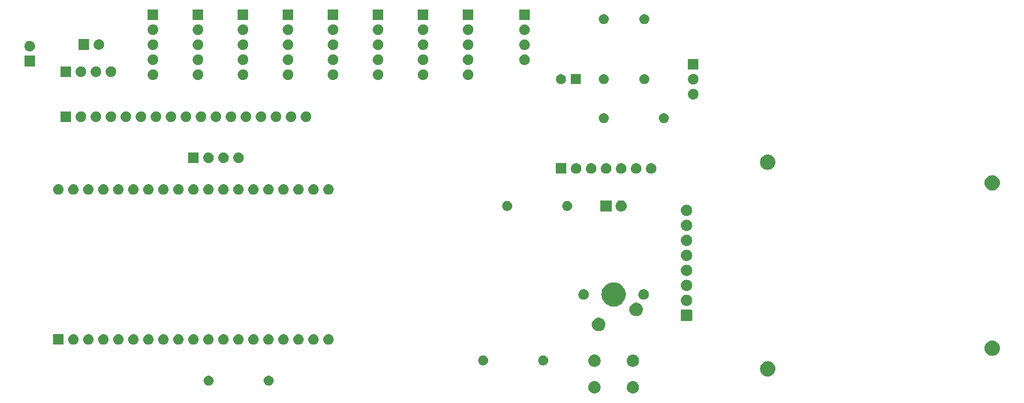
<source format=gbr>
%TF.GenerationSoftware,KiCad,Pcbnew,7.0.8*%
%TF.CreationDate,2024-07-30T15:52:23+02:00*%
%TF.ProjectId,RWTH,52575448-2e6b-4696-9361-645f70636258,rev?*%
%TF.SameCoordinates,Original*%
%TF.FileFunction,Soldermask,Top*%
%TF.FilePolarity,Negative*%
%FSLAX46Y46*%
G04 Gerber Fmt 4.6, Leading zero omitted, Abs format (unit mm)*
G04 Created by KiCad (PCBNEW 7.0.8) date 2024-07-30 15:52:23*
%MOMM*%
%LPD*%
G01*
G04 APERTURE LIST*
G04 APERTURE END LIST*
G36*
X167993640Y-115250692D02*
G01*
X168042860Y-115250692D01*
X168097670Y-115260937D01*
X168150845Y-115266175D01*
X168191244Y-115278430D01*
X168233286Y-115286289D01*
X168291513Y-115308846D01*
X168347818Y-115325926D01*
X168379986Y-115343120D01*
X168413932Y-115356271D01*
X168472915Y-115392792D01*
X168529349Y-115422957D01*
X168553061Y-115442417D01*
X168578635Y-115458252D01*
X168635308Y-115509915D01*
X168688462Y-115553538D01*
X168704210Y-115572727D01*
X168721802Y-115588764D01*
X168772866Y-115656385D01*
X168819043Y-115712651D01*
X168827974Y-115729359D01*
X168838545Y-115743358D01*
X168880600Y-115827815D01*
X168916074Y-115894182D01*
X168919857Y-115906654D01*
X168924897Y-115916775D01*
X168954662Y-116021393D01*
X168975825Y-116091155D01*
X168976520Y-116098214D01*
X168977910Y-116103099D01*
X168992364Y-116259090D01*
X168996000Y-116296000D01*
X168992364Y-116332912D01*
X168977910Y-116488900D01*
X168976520Y-116493783D01*
X168975825Y-116500845D01*
X168954658Y-116570622D01*
X168924897Y-116675224D01*
X168919858Y-116685343D01*
X168916074Y-116697818D01*
X168880592Y-116764198D01*
X168838545Y-116848641D01*
X168827975Y-116862636D01*
X168819043Y-116879349D01*
X168772857Y-116935626D01*
X168721802Y-117003235D01*
X168704213Y-117019268D01*
X168688462Y-117038462D01*
X168635297Y-117082093D01*
X168578635Y-117133747D01*
X168553066Y-117149578D01*
X168529349Y-117169043D01*
X168472903Y-117199213D01*
X168413932Y-117235728D01*
X168379993Y-117248875D01*
X168347818Y-117266074D01*
X168291501Y-117283157D01*
X168233286Y-117305710D01*
X168191251Y-117313567D01*
X168150845Y-117325825D01*
X168097666Y-117331062D01*
X168042860Y-117341308D01*
X167993640Y-117341308D01*
X167946000Y-117346000D01*
X167898360Y-117341308D01*
X167849140Y-117341308D01*
X167794332Y-117331062D01*
X167741155Y-117325825D01*
X167700750Y-117313568D01*
X167658713Y-117305710D01*
X167600493Y-117283155D01*
X167544182Y-117266074D01*
X167512009Y-117248877D01*
X167478067Y-117235728D01*
X167419089Y-117199210D01*
X167362651Y-117169043D01*
X167338936Y-117149581D01*
X167313364Y-117133747D01*
X167256692Y-117082084D01*
X167203538Y-117038462D01*
X167187789Y-117019272D01*
X167170197Y-117003235D01*
X167119130Y-116935611D01*
X167072957Y-116879349D01*
X167064026Y-116862641D01*
X167053454Y-116848641D01*
X167011392Y-116764170D01*
X166975926Y-116697818D01*
X166972143Y-116685348D01*
X166967102Y-116675224D01*
X166937325Y-116570568D01*
X166916175Y-116500845D01*
X166915480Y-116493789D01*
X166914089Y-116488900D01*
X166899618Y-116332741D01*
X166896000Y-116296000D01*
X166899618Y-116259261D01*
X166914089Y-116103099D01*
X166915480Y-116098209D01*
X166916175Y-116091155D01*
X166937320Y-116021446D01*
X166967102Y-115916775D01*
X166972144Y-115906648D01*
X166975926Y-115894182D01*
X167011385Y-115827842D01*
X167053454Y-115743358D01*
X167064028Y-115729355D01*
X167072957Y-115712651D01*
X167119120Y-115656400D01*
X167170197Y-115588764D01*
X167187792Y-115572723D01*
X167203538Y-115553538D01*
X167256681Y-115509924D01*
X167313364Y-115458252D01*
X167338941Y-115442414D01*
X167362651Y-115422957D01*
X167419077Y-115392796D01*
X167478067Y-115356271D01*
X167512015Y-115343119D01*
X167544182Y-115325926D01*
X167600481Y-115308847D01*
X167658713Y-115286289D01*
X167700756Y-115278429D01*
X167741155Y-115266175D01*
X167794329Y-115260937D01*
X167849140Y-115250692D01*
X167898360Y-115250692D01*
X167946000Y-115246000D01*
X167993640Y-115250692D01*
G37*
G36*
X174493640Y-115250692D02*
G01*
X174542860Y-115250692D01*
X174597670Y-115260937D01*
X174650845Y-115266175D01*
X174691244Y-115278430D01*
X174733286Y-115286289D01*
X174791513Y-115308846D01*
X174847818Y-115325926D01*
X174879986Y-115343120D01*
X174913932Y-115356271D01*
X174972915Y-115392792D01*
X175029349Y-115422957D01*
X175053061Y-115442417D01*
X175078635Y-115458252D01*
X175135308Y-115509915D01*
X175188462Y-115553538D01*
X175204210Y-115572727D01*
X175221802Y-115588764D01*
X175272866Y-115656385D01*
X175319043Y-115712651D01*
X175327974Y-115729359D01*
X175338545Y-115743358D01*
X175380600Y-115827815D01*
X175416074Y-115894182D01*
X175419857Y-115906654D01*
X175424897Y-115916775D01*
X175454662Y-116021393D01*
X175475825Y-116091155D01*
X175476520Y-116098214D01*
X175477910Y-116103099D01*
X175492364Y-116259090D01*
X175496000Y-116296000D01*
X175492364Y-116332912D01*
X175477910Y-116488900D01*
X175476520Y-116493783D01*
X175475825Y-116500845D01*
X175454658Y-116570622D01*
X175424897Y-116675224D01*
X175419858Y-116685343D01*
X175416074Y-116697818D01*
X175380592Y-116764198D01*
X175338545Y-116848641D01*
X175327975Y-116862636D01*
X175319043Y-116879349D01*
X175272857Y-116935626D01*
X175221802Y-117003235D01*
X175204213Y-117019268D01*
X175188462Y-117038462D01*
X175135297Y-117082093D01*
X175078635Y-117133747D01*
X175053066Y-117149578D01*
X175029349Y-117169043D01*
X174972903Y-117199213D01*
X174913932Y-117235728D01*
X174879993Y-117248875D01*
X174847818Y-117266074D01*
X174791501Y-117283157D01*
X174733286Y-117305710D01*
X174691251Y-117313567D01*
X174650845Y-117325825D01*
X174597666Y-117331062D01*
X174542860Y-117341308D01*
X174493640Y-117341308D01*
X174446000Y-117346000D01*
X174398360Y-117341308D01*
X174349140Y-117341308D01*
X174294332Y-117331062D01*
X174241155Y-117325825D01*
X174200750Y-117313568D01*
X174158713Y-117305710D01*
X174100493Y-117283155D01*
X174044182Y-117266074D01*
X174012009Y-117248877D01*
X173978067Y-117235728D01*
X173919089Y-117199210D01*
X173862651Y-117169043D01*
X173838936Y-117149581D01*
X173813364Y-117133747D01*
X173756692Y-117082084D01*
X173703538Y-117038462D01*
X173687789Y-117019272D01*
X173670197Y-117003235D01*
X173619130Y-116935611D01*
X173572957Y-116879349D01*
X173564026Y-116862641D01*
X173553454Y-116848641D01*
X173511392Y-116764170D01*
X173475926Y-116697818D01*
X173472143Y-116685348D01*
X173467102Y-116675224D01*
X173437325Y-116570568D01*
X173416175Y-116500845D01*
X173415480Y-116493789D01*
X173414089Y-116488900D01*
X173399618Y-116332741D01*
X173396000Y-116296000D01*
X173399618Y-116259261D01*
X173414089Y-116103099D01*
X173415480Y-116098209D01*
X173416175Y-116091155D01*
X173437320Y-116021446D01*
X173467102Y-115916775D01*
X173472144Y-115906648D01*
X173475926Y-115894182D01*
X173511385Y-115827842D01*
X173553454Y-115743358D01*
X173564028Y-115729355D01*
X173572957Y-115712651D01*
X173619120Y-115656400D01*
X173670197Y-115588764D01*
X173687792Y-115572723D01*
X173703538Y-115553538D01*
X173756681Y-115509924D01*
X173813364Y-115458252D01*
X173838941Y-115442414D01*
X173862651Y-115422957D01*
X173919077Y-115392796D01*
X173978067Y-115356271D01*
X174012015Y-115343119D01*
X174044182Y-115325926D01*
X174100481Y-115308847D01*
X174158713Y-115286289D01*
X174200756Y-115278429D01*
X174241155Y-115266175D01*
X174294329Y-115260937D01*
X174349140Y-115250692D01*
X174398360Y-115250692D01*
X174446000Y-115246000D01*
X174493640Y-115250692D01*
G37*
G36*
X102878664Y-114380602D02*
G01*
X103041000Y-114452878D01*
X103184761Y-114557327D01*
X103303664Y-114689383D01*
X103392514Y-114843274D01*
X103447425Y-115012275D01*
X103466000Y-115189000D01*
X103447425Y-115365725D01*
X103392514Y-115534726D01*
X103303664Y-115688617D01*
X103184761Y-115820673D01*
X103041000Y-115925122D01*
X102878664Y-115997398D01*
X102704849Y-116034344D01*
X102527151Y-116034344D01*
X102353336Y-115997398D01*
X102191000Y-115925122D01*
X102047239Y-115820673D01*
X101928336Y-115688617D01*
X101839486Y-115534726D01*
X101784575Y-115365725D01*
X101766000Y-115189000D01*
X101784575Y-115012275D01*
X101839486Y-114843274D01*
X101928336Y-114689383D01*
X102047239Y-114557327D01*
X102191000Y-114452878D01*
X102353336Y-114380602D01*
X102527151Y-114343656D01*
X102704849Y-114343656D01*
X102878664Y-114380602D01*
G37*
G36*
X113038664Y-114380602D02*
G01*
X113201000Y-114452878D01*
X113344761Y-114557327D01*
X113463664Y-114689383D01*
X113552514Y-114843274D01*
X113607425Y-115012275D01*
X113626000Y-115189000D01*
X113607425Y-115365725D01*
X113552514Y-115534726D01*
X113463664Y-115688617D01*
X113344761Y-115820673D01*
X113201000Y-115925122D01*
X113038664Y-115997398D01*
X112864849Y-116034344D01*
X112687151Y-116034344D01*
X112513336Y-115997398D01*
X112351000Y-115925122D01*
X112207239Y-115820673D01*
X112088336Y-115688617D01*
X111999486Y-115534726D01*
X111944575Y-115365725D01*
X111926000Y-115189000D01*
X111944575Y-115012275D01*
X111999486Y-114843274D01*
X112088336Y-114689383D01*
X112207239Y-114557327D01*
X112351000Y-114452878D01*
X112513336Y-114380602D01*
X112687151Y-114343656D01*
X112864849Y-114343656D01*
X113038664Y-114380602D01*
G37*
G36*
X197500743Y-111909750D02*
G01*
X197719626Y-111968400D01*
X197925000Y-112064167D01*
X198110624Y-112194142D01*
X198270858Y-112354376D01*
X198400833Y-112540000D01*
X198496600Y-112745374D01*
X198555250Y-112964257D01*
X198575000Y-113190000D01*
X198555250Y-113415743D01*
X198496600Y-113634626D01*
X198400833Y-113840000D01*
X198270858Y-114025624D01*
X198110624Y-114185858D01*
X197925000Y-114315833D01*
X197719626Y-114411600D01*
X197500743Y-114470250D01*
X197275000Y-114490000D01*
X197049257Y-114470250D01*
X196830374Y-114411600D01*
X196625000Y-114315833D01*
X196439376Y-114185858D01*
X196279142Y-114025624D01*
X196149167Y-113840000D01*
X196053400Y-113634626D01*
X195994750Y-113415743D01*
X195975000Y-113190000D01*
X195994750Y-112964257D01*
X196053400Y-112745374D01*
X196149167Y-112540000D01*
X196279142Y-112354376D01*
X196439376Y-112194142D01*
X196625000Y-112064167D01*
X196830374Y-111968400D01*
X197049257Y-111909750D01*
X197275000Y-111890000D01*
X197500743Y-111909750D01*
G37*
G36*
X167993640Y-110750692D02*
G01*
X168042860Y-110750692D01*
X168097670Y-110760937D01*
X168150845Y-110766175D01*
X168191244Y-110778430D01*
X168233286Y-110786289D01*
X168291513Y-110808846D01*
X168347818Y-110825926D01*
X168379986Y-110843120D01*
X168413932Y-110856271D01*
X168472915Y-110892792D01*
X168529349Y-110922957D01*
X168553061Y-110942417D01*
X168578635Y-110958252D01*
X168635308Y-111009915D01*
X168688462Y-111053538D01*
X168704210Y-111072727D01*
X168721802Y-111088764D01*
X168772866Y-111156385D01*
X168819043Y-111212651D01*
X168827974Y-111229359D01*
X168838545Y-111243358D01*
X168880600Y-111327815D01*
X168916074Y-111394182D01*
X168919857Y-111406654D01*
X168924897Y-111416775D01*
X168954662Y-111521393D01*
X168975825Y-111591155D01*
X168976520Y-111598214D01*
X168977910Y-111603099D01*
X168992364Y-111759090D01*
X168996000Y-111796000D01*
X168992364Y-111832912D01*
X168977910Y-111988900D01*
X168976520Y-111993783D01*
X168975825Y-112000845D01*
X168954658Y-112070622D01*
X168924897Y-112175224D01*
X168919858Y-112185343D01*
X168916074Y-112197818D01*
X168880592Y-112264198D01*
X168838545Y-112348641D01*
X168827975Y-112362636D01*
X168819043Y-112379349D01*
X168772857Y-112435626D01*
X168721802Y-112503235D01*
X168704213Y-112519268D01*
X168688462Y-112538462D01*
X168635297Y-112582093D01*
X168578635Y-112633747D01*
X168553066Y-112649578D01*
X168529349Y-112669043D01*
X168472903Y-112699213D01*
X168413932Y-112735728D01*
X168379993Y-112748875D01*
X168347818Y-112766074D01*
X168291501Y-112783157D01*
X168233286Y-112805710D01*
X168191251Y-112813567D01*
X168150845Y-112825825D01*
X168097666Y-112831062D01*
X168042860Y-112841308D01*
X167993640Y-112841308D01*
X167946000Y-112846000D01*
X167898360Y-112841308D01*
X167849140Y-112841308D01*
X167794332Y-112831062D01*
X167741155Y-112825825D01*
X167700750Y-112813568D01*
X167658713Y-112805710D01*
X167600493Y-112783155D01*
X167544182Y-112766074D01*
X167512009Y-112748877D01*
X167478067Y-112735728D01*
X167419089Y-112699210D01*
X167362651Y-112669043D01*
X167338936Y-112649581D01*
X167313364Y-112633747D01*
X167256692Y-112582084D01*
X167203538Y-112538462D01*
X167187789Y-112519272D01*
X167170197Y-112503235D01*
X167119130Y-112435611D01*
X167072957Y-112379349D01*
X167064026Y-112362641D01*
X167053454Y-112348641D01*
X167011392Y-112264170D01*
X166975926Y-112197818D01*
X166972143Y-112185348D01*
X166967102Y-112175224D01*
X166937325Y-112070568D01*
X166916175Y-112000845D01*
X166915480Y-111993789D01*
X166914089Y-111988900D01*
X166899618Y-111832741D01*
X166896000Y-111796000D01*
X166899618Y-111759261D01*
X166914089Y-111603099D01*
X166915480Y-111598209D01*
X166916175Y-111591155D01*
X166937320Y-111521446D01*
X166967102Y-111416775D01*
X166972144Y-111406648D01*
X166975926Y-111394182D01*
X167011385Y-111327842D01*
X167053454Y-111243358D01*
X167064028Y-111229355D01*
X167072957Y-111212651D01*
X167119120Y-111156400D01*
X167170197Y-111088764D01*
X167187792Y-111072723D01*
X167203538Y-111053538D01*
X167256681Y-111009924D01*
X167313364Y-110958252D01*
X167338941Y-110942414D01*
X167362651Y-110922957D01*
X167419077Y-110892796D01*
X167478067Y-110856271D01*
X167512015Y-110843119D01*
X167544182Y-110825926D01*
X167600481Y-110808847D01*
X167658713Y-110786289D01*
X167700756Y-110778429D01*
X167741155Y-110766175D01*
X167794329Y-110760937D01*
X167849140Y-110750692D01*
X167898360Y-110750692D01*
X167946000Y-110746000D01*
X167993640Y-110750692D01*
G37*
G36*
X174493640Y-110750692D02*
G01*
X174542860Y-110750692D01*
X174597670Y-110760937D01*
X174650845Y-110766175D01*
X174691244Y-110778430D01*
X174733286Y-110786289D01*
X174791513Y-110808846D01*
X174847818Y-110825926D01*
X174879986Y-110843120D01*
X174913932Y-110856271D01*
X174972915Y-110892792D01*
X175029349Y-110922957D01*
X175053061Y-110942417D01*
X175078635Y-110958252D01*
X175135308Y-111009915D01*
X175188462Y-111053538D01*
X175204210Y-111072727D01*
X175221802Y-111088764D01*
X175272866Y-111156385D01*
X175319043Y-111212651D01*
X175327974Y-111229359D01*
X175338545Y-111243358D01*
X175380600Y-111327815D01*
X175416074Y-111394182D01*
X175419857Y-111406654D01*
X175424897Y-111416775D01*
X175454662Y-111521393D01*
X175475825Y-111591155D01*
X175476520Y-111598214D01*
X175477910Y-111603099D01*
X175492364Y-111759090D01*
X175496000Y-111796000D01*
X175492364Y-111832912D01*
X175477910Y-111988900D01*
X175476520Y-111993783D01*
X175475825Y-112000845D01*
X175454658Y-112070622D01*
X175424897Y-112175224D01*
X175419858Y-112185343D01*
X175416074Y-112197818D01*
X175380592Y-112264198D01*
X175338545Y-112348641D01*
X175327975Y-112362636D01*
X175319043Y-112379349D01*
X175272857Y-112435626D01*
X175221802Y-112503235D01*
X175204213Y-112519268D01*
X175188462Y-112538462D01*
X175135297Y-112582093D01*
X175078635Y-112633747D01*
X175053066Y-112649578D01*
X175029349Y-112669043D01*
X174972903Y-112699213D01*
X174913932Y-112735728D01*
X174879993Y-112748875D01*
X174847818Y-112766074D01*
X174791501Y-112783157D01*
X174733286Y-112805710D01*
X174691251Y-112813567D01*
X174650845Y-112825825D01*
X174597666Y-112831062D01*
X174542860Y-112841308D01*
X174493640Y-112841308D01*
X174446000Y-112846000D01*
X174398360Y-112841308D01*
X174349140Y-112841308D01*
X174294332Y-112831062D01*
X174241155Y-112825825D01*
X174200750Y-112813568D01*
X174158713Y-112805710D01*
X174100493Y-112783155D01*
X174044182Y-112766074D01*
X174012009Y-112748877D01*
X173978067Y-112735728D01*
X173919089Y-112699210D01*
X173862651Y-112669043D01*
X173838936Y-112649581D01*
X173813364Y-112633747D01*
X173756692Y-112582084D01*
X173703538Y-112538462D01*
X173687789Y-112519272D01*
X173670197Y-112503235D01*
X173619130Y-112435611D01*
X173572957Y-112379349D01*
X173564026Y-112362641D01*
X173553454Y-112348641D01*
X173511392Y-112264170D01*
X173475926Y-112197818D01*
X173472143Y-112185348D01*
X173467102Y-112175224D01*
X173437325Y-112070568D01*
X173416175Y-112000845D01*
X173415480Y-111993789D01*
X173414089Y-111988900D01*
X173399618Y-111832741D01*
X173396000Y-111796000D01*
X173399618Y-111759261D01*
X173414089Y-111603099D01*
X173415480Y-111598209D01*
X173416175Y-111591155D01*
X173437320Y-111521446D01*
X173467102Y-111416775D01*
X173472144Y-111406648D01*
X173475926Y-111394182D01*
X173511385Y-111327842D01*
X173553454Y-111243358D01*
X173564028Y-111229355D01*
X173572957Y-111212651D01*
X173619120Y-111156400D01*
X173670197Y-111088764D01*
X173687792Y-111072723D01*
X173703538Y-111053538D01*
X173756681Y-111009924D01*
X173813364Y-110958252D01*
X173838941Y-110942414D01*
X173862651Y-110922957D01*
X173919077Y-110892796D01*
X173978067Y-110856271D01*
X174012015Y-110843119D01*
X174044182Y-110825926D01*
X174100481Y-110808847D01*
X174158713Y-110786289D01*
X174200756Y-110778429D01*
X174241155Y-110766175D01*
X174294329Y-110760937D01*
X174349140Y-110750692D01*
X174398360Y-110750692D01*
X174446000Y-110746000D01*
X174493640Y-110750692D01*
G37*
G36*
X149360664Y-110951602D02*
G01*
X149523000Y-111023878D01*
X149666761Y-111128327D01*
X149785664Y-111260383D01*
X149874514Y-111414274D01*
X149929425Y-111583275D01*
X149948000Y-111760000D01*
X149929425Y-111936725D01*
X149874514Y-112105726D01*
X149785664Y-112259617D01*
X149666761Y-112391673D01*
X149523000Y-112496122D01*
X149360664Y-112568398D01*
X149186849Y-112605344D01*
X149009151Y-112605344D01*
X148835336Y-112568398D01*
X148673000Y-112496122D01*
X148529239Y-112391673D01*
X148410336Y-112259617D01*
X148321486Y-112105726D01*
X148266575Y-111936725D01*
X148248000Y-111760000D01*
X148266575Y-111583275D01*
X148321486Y-111414274D01*
X148410336Y-111260383D01*
X148529239Y-111128327D01*
X148673000Y-111023878D01*
X148835336Y-110951602D01*
X149009151Y-110914656D01*
X149186849Y-110914656D01*
X149360664Y-110951602D01*
G37*
G36*
X159520664Y-110951602D02*
G01*
X159683000Y-111023878D01*
X159826761Y-111128327D01*
X159945664Y-111260383D01*
X160034514Y-111414274D01*
X160089425Y-111583275D01*
X160108000Y-111760000D01*
X160089425Y-111936725D01*
X160034514Y-112105726D01*
X159945664Y-112259617D01*
X159826761Y-112391673D01*
X159683000Y-112496122D01*
X159520664Y-112568398D01*
X159346849Y-112605344D01*
X159169151Y-112605344D01*
X158995336Y-112568398D01*
X158833000Y-112496122D01*
X158689239Y-112391673D01*
X158570336Y-112259617D01*
X158481486Y-112105726D01*
X158426575Y-111936725D01*
X158408000Y-111760000D01*
X158426575Y-111583275D01*
X158481486Y-111414274D01*
X158570336Y-111260383D01*
X158689239Y-111128327D01*
X158833000Y-111023878D01*
X158995336Y-110951602D01*
X159169151Y-110914656D01*
X159346849Y-110914656D01*
X159520664Y-110951602D01*
G37*
G36*
X235500743Y-108409750D02*
G01*
X235719626Y-108468400D01*
X235925000Y-108564167D01*
X236110624Y-108694142D01*
X236270858Y-108854376D01*
X236400833Y-109040000D01*
X236496600Y-109245374D01*
X236555250Y-109464257D01*
X236575000Y-109690000D01*
X236555250Y-109915743D01*
X236496600Y-110134626D01*
X236400833Y-110340000D01*
X236270858Y-110525624D01*
X236110624Y-110685858D01*
X235925000Y-110815833D01*
X235719626Y-110911600D01*
X235500743Y-110970250D01*
X235275000Y-110990000D01*
X235049257Y-110970250D01*
X234830374Y-110911600D01*
X234625000Y-110815833D01*
X234439376Y-110685858D01*
X234279142Y-110525624D01*
X234149167Y-110340000D01*
X234053400Y-110134626D01*
X233994750Y-109915743D01*
X233975000Y-109690000D01*
X233994750Y-109464257D01*
X234053400Y-109245374D01*
X234149167Y-109040000D01*
X234279142Y-108854376D01*
X234439376Y-108694142D01*
X234625000Y-108564167D01*
X234830374Y-108468400D01*
X235049257Y-108409750D01*
X235275000Y-108390000D01*
X235500743Y-108409750D01*
G37*
G36*
X78035034Y-107329764D02*
G01*
X78068125Y-107351875D01*
X78090236Y-107384966D01*
X78098000Y-107424000D01*
X78098000Y-108984000D01*
X78090236Y-109023034D01*
X78068125Y-109056125D01*
X78035034Y-109078236D01*
X77996000Y-109086000D01*
X76436000Y-109086000D01*
X76396966Y-109078236D01*
X76363875Y-109056125D01*
X76341764Y-109023034D01*
X76334000Y-108984000D01*
X76334000Y-107424000D01*
X76341764Y-107384966D01*
X76363875Y-107351875D01*
X76396966Y-107329764D01*
X76436000Y-107322000D01*
X77996000Y-107322000D01*
X78035034Y-107329764D01*
G37*
G36*
X80028553Y-107365168D02*
G01*
X80197000Y-107440166D01*
X80346173Y-107548546D01*
X80469553Y-107685573D01*
X80561747Y-107845258D01*
X80618726Y-108020622D01*
X80638000Y-108204000D01*
X80618726Y-108387378D01*
X80561747Y-108562742D01*
X80469553Y-108722427D01*
X80346173Y-108859454D01*
X80197000Y-108967834D01*
X80028553Y-109042832D01*
X79848194Y-109081168D01*
X79663806Y-109081168D01*
X79483447Y-109042832D01*
X79315000Y-108967834D01*
X79165827Y-108859454D01*
X79042447Y-108722427D01*
X78950253Y-108562742D01*
X78893274Y-108387378D01*
X78874000Y-108204000D01*
X78893274Y-108020622D01*
X78950253Y-107845258D01*
X79042447Y-107685573D01*
X79165827Y-107548546D01*
X79315000Y-107440166D01*
X79483447Y-107365168D01*
X79663806Y-107326832D01*
X79848194Y-107326832D01*
X80028553Y-107365168D01*
G37*
G36*
X82568553Y-107365168D02*
G01*
X82737000Y-107440166D01*
X82886173Y-107548546D01*
X83009553Y-107685573D01*
X83101747Y-107845258D01*
X83158726Y-108020622D01*
X83178000Y-108204000D01*
X83158726Y-108387378D01*
X83101747Y-108562742D01*
X83009553Y-108722427D01*
X82886173Y-108859454D01*
X82737000Y-108967834D01*
X82568553Y-109042832D01*
X82388194Y-109081168D01*
X82203806Y-109081168D01*
X82023447Y-109042832D01*
X81855000Y-108967834D01*
X81705827Y-108859454D01*
X81582447Y-108722427D01*
X81490253Y-108562742D01*
X81433274Y-108387378D01*
X81414000Y-108204000D01*
X81433274Y-108020622D01*
X81490253Y-107845258D01*
X81582447Y-107685573D01*
X81705827Y-107548546D01*
X81855000Y-107440166D01*
X82023447Y-107365168D01*
X82203806Y-107326832D01*
X82388194Y-107326832D01*
X82568553Y-107365168D01*
G37*
G36*
X85108553Y-107365168D02*
G01*
X85277000Y-107440166D01*
X85426173Y-107548546D01*
X85549553Y-107685573D01*
X85641747Y-107845258D01*
X85698726Y-108020622D01*
X85718000Y-108204000D01*
X85698726Y-108387378D01*
X85641747Y-108562742D01*
X85549553Y-108722427D01*
X85426173Y-108859454D01*
X85277000Y-108967834D01*
X85108553Y-109042832D01*
X84928194Y-109081168D01*
X84743806Y-109081168D01*
X84563447Y-109042832D01*
X84395000Y-108967834D01*
X84245827Y-108859454D01*
X84122447Y-108722427D01*
X84030253Y-108562742D01*
X83973274Y-108387378D01*
X83954000Y-108204000D01*
X83973274Y-108020622D01*
X84030253Y-107845258D01*
X84122447Y-107685573D01*
X84245827Y-107548546D01*
X84395000Y-107440166D01*
X84563447Y-107365168D01*
X84743806Y-107326832D01*
X84928194Y-107326832D01*
X85108553Y-107365168D01*
G37*
G36*
X87648553Y-107365168D02*
G01*
X87817000Y-107440166D01*
X87966173Y-107548546D01*
X88089553Y-107685573D01*
X88181747Y-107845258D01*
X88238726Y-108020622D01*
X88258000Y-108204000D01*
X88238726Y-108387378D01*
X88181747Y-108562742D01*
X88089553Y-108722427D01*
X87966173Y-108859454D01*
X87817000Y-108967834D01*
X87648553Y-109042832D01*
X87468194Y-109081168D01*
X87283806Y-109081168D01*
X87103447Y-109042832D01*
X86935000Y-108967834D01*
X86785827Y-108859454D01*
X86662447Y-108722427D01*
X86570253Y-108562742D01*
X86513274Y-108387378D01*
X86494000Y-108204000D01*
X86513274Y-108020622D01*
X86570253Y-107845258D01*
X86662447Y-107685573D01*
X86785827Y-107548546D01*
X86935000Y-107440166D01*
X87103447Y-107365168D01*
X87283806Y-107326832D01*
X87468194Y-107326832D01*
X87648553Y-107365168D01*
G37*
G36*
X90188553Y-107365168D02*
G01*
X90357000Y-107440166D01*
X90506173Y-107548546D01*
X90629553Y-107685573D01*
X90721747Y-107845258D01*
X90778726Y-108020622D01*
X90798000Y-108204000D01*
X90778726Y-108387378D01*
X90721747Y-108562742D01*
X90629553Y-108722427D01*
X90506173Y-108859454D01*
X90357000Y-108967834D01*
X90188553Y-109042832D01*
X90008194Y-109081168D01*
X89823806Y-109081168D01*
X89643447Y-109042832D01*
X89475000Y-108967834D01*
X89325827Y-108859454D01*
X89202447Y-108722427D01*
X89110253Y-108562742D01*
X89053274Y-108387378D01*
X89034000Y-108204000D01*
X89053274Y-108020622D01*
X89110253Y-107845258D01*
X89202447Y-107685573D01*
X89325827Y-107548546D01*
X89475000Y-107440166D01*
X89643447Y-107365168D01*
X89823806Y-107326832D01*
X90008194Y-107326832D01*
X90188553Y-107365168D01*
G37*
G36*
X92728553Y-107365168D02*
G01*
X92897000Y-107440166D01*
X93046173Y-107548546D01*
X93169553Y-107685573D01*
X93261747Y-107845258D01*
X93318726Y-108020622D01*
X93338000Y-108204000D01*
X93318726Y-108387378D01*
X93261747Y-108562742D01*
X93169553Y-108722427D01*
X93046173Y-108859454D01*
X92897000Y-108967834D01*
X92728553Y-109042832D01*
X92548194Y-109081168D01*
X92363806Y-109081168D01*
X92183447Y-109042832D01*
X92015000Y-108967834D01*
X91865827Y-108859454D01*
X91742447Y-108722427D01*
X91650253Y-108562742D01*
X91593274Y-108387378D01*
X91574000Y-108204000D01*
X91593274Y-108020622D01*
X91650253Y-107845258D01*
X91742447Y-107685573D01*
X91865827Y-107548546D01*
X92015000Y-107440166D01*
X92183447Y-107365168D01*
X92363806Y-107326832D01*
X92548194Y-107326832D01*
X92728553Y-107365168D01*
G37*
G36*
X95268553Y-107365168D02*
G01*
X95437000Y-107440166D01*
X95586173Y-107548546D01*
X95709553Y-107685573D01*
X95801747Y-107845258D01*
X95858726Y-108020622D01*
X95878000Y-108204000D01*
X95858726Y-108387378D01*
X95801747Y-108562742D01*
X95709553Y-108722427D01*
X95586173Y-108859454D01*
X95437000Y-108967834D01*
X95268553Y-109042832D01*
X95088194Y-109081168D01*
X94903806Y-109081168D01*
X94723447Y-109042832D01*
X94555000Y-108967834D01*
X94405827Y-108859454D01*
X94282447Y-108722427D01*
X94190253Y-108562742D01*
X94133274Y-108387378D01*
X94114000Y-108204000D01*
X94133274Y-108020622D01*
X94190253Y-107845258D01*
X94282447Y-107685573D01*
X94405827Y-107548546D01*
X94555000Y-107440166D01*
X94723447Y-107365168D01*
X94903806Y-107326832D01*
X95088194Y-107326832D01*
X95268553Y-107365168D01*
G37*
G36*
X97808553Y-107365168D02*
G01*
X97977000Y-107440166D01*
X98126173Y-107548546D01*
X98249553Y-107685573D01*
X98341747Y-107845258D01*
X98398726Y-108020622D01*
X98418000Y-108204000D01*
X98398726Y-108387378D01*
X98341747Y-108562742D01*
X98249553Y-108722427D01*
X98126173Y-108859454D01*
X97977000Y-108967834D01*
X97808553Y-109042832D01*
X97628194Y-109081168D01*
X97443806Y-109081168D01*
X97263447Y-109042832D01*
X97095000Y-108967834D01*
X96945827Y-108859454D01*
X96822447Y-108722427D01*
X96730253Y-108562742D01*
X96673274Y-108387378D01*
X96654000Y-108204000D01*
X96673274Y-108020622D01*
X96730253Y-107845258D01*
X96822447Y-107685573D01*
X96945827Y-107548546D01*
X97095000Y-107440166D01*
X97263447Y-107365168D01*
X97443806Y-107326832D01*
X97628194Y-107326832D01*
X97808553Y-107365168D01*
G37*
G36*
X100348553Y-107365168D02*
G01*
X100517000Y-107440166D01*
X100666173Y-107548546D01*
X100789553Y-107685573D01*
X100881747Y-107845258D01*
X100938726Y-108020622D01*
X100958000Y-108204000D01*
X100938726Y-108387378D01*
X100881747Y-108562742D01*
X100789553Y-108722427D01*
X100666173Y-108859454D01*
X100517000Y-108967834D01*
X100348553Y-109042832D01*
X100168194Y-109081168D01*
X99983806Y-109081168D01*
X99803447Y-109042832D01*
X99635000Y-108967834D01*
X99485827Y-108859454D01*
X99362447Y-108722427D01*
X99270253Y-108562742D01*
X99213274Y-108387378D01*
X99194000Y-108204000D01*
X99213274Y-108020622D01*
X99270253Y-107845258D01*
X99362447Y-107685573D01*
X99485827Y-107548546D01*
X99635000Y-107440166D01*
X99803447Y-107365168D01*
X99983806Y-107326832D01*
X100168194Y-107326832D01*
X100348553Y-107365168D01*
G37*
G36*
X102888553Y-107365168D02*
G01*
X103057000Y-107440166D01*
X103206173Y-107548546D01*
X103329553Y-107685573D01*
X103421747Y-107845258D01*
X103478726Y-108020622D01*
X103498000Y-108204000D01*
X103478726Y-108387378D01*
X103421747Y-108562742D01*
X103329553Y-108722427D01*
X103206173Y-108859454D01*
X103057000Y-108967834D01*
X102888553Y-109042832D01*
X102708194Y-109081168D01*
X102523806Y-109081168D01*
X102343447Y-109042832D01*
X102175000Y-108967834D01*
X102025827Y-108859454D01*
X101902447Y-108722427D01*
X101810253Y-108562742D01*
X101753274Y-108387378D01*
X101734000Y-108204000D01*
X101753274Y-108020622D01*
X101810253Y-107845258D01*
X101902447Y-107685573D01*
X102025827Y-107548546D01*
X102175000Y-107440166D01*
X102343447Y-107365168D01*
X102523806Y-107326832D01*
X102708194Y-107326832D01*
X102888553Y-107365168D01*
G37*
G36*
X105428553Y-107365168D02*
G01*
X105597000Y-107440166D01*
X105746173Y-107548546D01*
X105869553Y-107685573D01*
X105961747Y-107845258D01*
X106018726Y-108020622D01*
X106038000Y-108204000D01*
X106018726Y-108387378D01*
X105961747Y-108562742D01*
X105869553Y-108722427D01*
X105746173Y-108859454D01*
X105597000Y-108967834D01*
X105428553Y-109042832D01*
X105248194Y-109081168D01*
X105063806Y-109081168D01*
X104883447Y-109042832D01*
X104715000Y-108967834D01*
X104565827Y-108859454D01*
X104442447Y-108722427D01*
X104350253Y-108562742D01*
X104293274Y-108387378D01*
X104274000Y-108204000D01*
X104293274Y-108020622D01*
X104350253Y-107845258D01*
X104442447Y-107685573D01*
X104565827Y-107548546D01*
X104715000Y-107440166D01*
X104883447Y-107365168D01*
X105063806Y-107326832D01*
X105248194Y-107326832D01*
X105428553Y-107365168D01*
G37*
G36*
X107968553Y-107365168D02*
G01*
X108137000Y-107440166D01*
X108286173Y-107548546D01*
X108409553Y-107685573D01*
X108501747Y-107845258D01*
X108558726Y-108020622D01*
X108578000Y-108204000D01*
X108558726Y-108387378D01*
X108501747Y-108562742D01*
X108409553Y-108722427D01*
X108286173Y-108859454D01*
X108137000Y-108967834D01*
X107968553Y-109042832D01*
X107788194Y-109081168D01*
X107603806Y-109081168D01*
X107423447Y-109042832D01*
X107255000Y-108967834D01*
X107105827Y-108859454D01*
X106982447Y-108722427D01*
X106890253Y-108562742D01*
X106833274Y-108387378D01*
X106814000Y-108204000D01*
X106833274Y-108020622D01*
X106890253Y-107845258D01*
X106982447Y-107685573D01*
X107105827Y-107548546D01*
X107255000Y-107440166D01*
X107423447Y-107365168D01*
X107603806Y-107326832D01*
X107788194Y-107326832D01*
X107968553Y-107365168D01*
G37*
G36*
X110508553Y-107365168D02*
G01*
X110677000Y-107440166D01*
X110826173Y-107548546D01*
X110949553Y-107685573D01*
X111041747Y-107845258D01*
X111098726Y-108020622D01*
X111118000Y-108204000D01*
X111098726Y-108387378D01*
X111041747Y-108562742D01*
X110949553Y-108722427D01*
X110826173Y-108859454D01*
X110677000Y-108967834D01*
X110508553Y-109042832D01*
X110328194Y-109081168D01*
X110143806Y-109081168D01*
X109963447Y-109042832D01*
X109795000Y-108967834D01*
X109645827Y-108859454D01*
X109522447Y-108722427D01*
X109430253Y-108562742D01*
X109373274Y-108387378D01*
X109354000Y-108204000D01*
X109373274Y-108020622D01*
X109430253Y-107845258D01*
X109522447Y-107685573D01*
X109645827Y-107548546D01*
X109795000Y-107440166D01*
X109963447Y-107365168D01*
X110143806Y-107326832D01*
X110328194Y-107326832D01*
X110508553Y-107365168D01*
G37*
G36*
X113048553Y-107365168D02*
G01*
X113217000Y-107440166D01*
X113366173Y-107548546D01*
X113489553Y-107685573D01*
X113581747Y-107845258D01*
X113638726Y-108020622D01*
X113658000Y-108204000D01*
X113638726Y-108387378D01*
X113581747Y-108562742D01*
X113489553Y-108722427D01*
X113366173Y-108859454D01*
X113217000Y-108967834D01*
X113048553Y-109042832D01*
X112868194Y-109081168D01*
X112683806Y-109081168D01*
X112503447Y-109042832D01*
X112335000Y-108967834D01*
X112185827Y-108859454D01*
X112062447Y-108722427D01*
X111970253Y-108562742D01*
X111913274Y-108387378D01*
X111894000Y-108204000D01*
X111913274Y-108020622D01*
X111970253Y-107845258D01*
X112062447Y-107685573D01*
X112185827Y-107548546D01*
X112335000Y-107440166D01*
X112503447Y-107365168D01*
X112683806Y-107326832D01*
X112868194Y-107326832D01*
X113048553Y-107365168D01*
G37*
G36*
X115588553Y-107365168D02*
G01*
X115757000Y-107440166D01*
X115906173Y-107548546D01*
X116029553Y-107685573D01*
X116121747Y-107845258D01*
X116178726Y-108020622D01*
X116198000Y-108204000D01*
X116178726Y-108387378D01*
X116121747Y-108562742D01*
X116029553Y-108722427D01*
X115906173Y-108859454D01*
X115757000Y-108967834D01*
X115588553Y-109042832D01*
X115408194Y-109081168D01*
X115223806Y-109081168D01*
X115043447Y-109042832D01*
X114875000Y-108967834D01*
X114725827Y-108859454D01*
X114602447Y-108722427D01*
X114510253Y-108562742D01*
X114453274Y-108387378D01*
X114434000Y-108204000D01*
X114453274Y-108020622D01*
X114510253Y-107845258D01*
X114602447Y-107685573D01*
X114725827Y-107548546D01*
X114875000Y-107440166D01*
X115043447Y-107365168D01*
X115223806Y-107326832D01*
X115408194Y-107326832D01*
X115588553Y-107365168D01*
G37*
G36*
X118128553Y-107365168D02*
G01*
X118297000Y-107440166D01*
X118446173Y-107548546D01*
X118569553Y-107685573D01*
X118661747Y-107845258D01*
X118718726Y-108020622D01*
X118738000Y-108204000D01*
X118718726Y-108387378D01*
X118661747Y-108562742D01*
X118569553Y-108722427D01*
X118446173Y-108859454D01*
X118297000Y-108967834D01*
X118128553Y-109042832D01*
X117948194Y-109081168D01*
X117763806Y-109081168D01*
X117583447Y-109042832D01*
X117415000Y-108967834D01*
X117265827Y-108859454D01*
X117142447Y-108722427D01*
X117050253Y-108562742D01*
X116993274Y-108387378D01*
X116974000Y-108204000D01*
X116993274Y-108020622D01*
X117050253Y-107845258D01*
X117142447Y-107685573D01*
X117265827Y-107548546D01*
X117415000Y-107440166D01*
X117583447Y-107365168D01*
X117763806Y-107326832D01*
X117948194Y-107326832D01*
X118128553Y-107365168D01*
G37*
G36*
X120668553Y-107365168D02*
G01*
X120837000Y-107440166D01*
X120986173Y-107548546D01*
X121109553Y-107685573D01*
X121201747Y-107845258D01*
X121258726Y-108020622D01*
X121278000Y-108204000D01*
X121258726Y-108387378D01*
X121201747Y-108562742D01*
X121109553Y-108722427D01*
X120986173Y-108859454D01*
X120837000Y-108967834D01*
X120668553Y-109042832D01*
X120488194Y-109081168D01*
X120303806Y-109081168D01*
X120123447Y-109042832D01*
X119955000Y-108967834D01*
X119805827Y-108859454D01*
X119682447Y-108722427D01*
X119590253Y-108562742D01*
X119533274Y-108387378D01*
X119514000Y-108204000D01*
X119533274Y-108020622D01*
X119590253Y-107845258D01*
X119682447Y-107685573D01*
X119805827Y-107548546D01*
X119955000Y-107440166D01*
X120123447Y-107365168D01*
X120303806Y-107326832D01*
X120488194Y-107326832D01*
X120668553Y-107365168D01*
G37*
G36*
X123208553Y-107365168D02*
G01*
X123377000Y-107440166D01*
X123526173Y-107548546D01*
X123649553Y-107685573D01*
X123741747Y-107845258D01*
X123798726Y-108020622D01*
X123818000Y-108204000D01*
X123798726Y-108387378D01*
X123741747Y-108562742D01*
X123649553Y-108722427D01*
X123526173Y-108859454D01*
X123377000Y-108967834D01*
X123208553Y-109042832D01*
X123028194Y-109081168D01*
X122843806Y-109081168D01*
X122663447Y-109042832D01*
X122495000Y-108967834D01*
X122345827Y-108859454D01*
X122222447Y-108722427D01*
X122130253Y-108562742D01*
X122073274Y-108387378D01*
X122054000Y-108204000D01*
X122073274Y-108020622D01*
X122130253Y-107845258D01*
X122222447Y-107685573D01*
X122345827Y-107548546D01*
X122495000Y-107440166D01*
X122663447Y-107365168D01*
X122843806Y-107326832D01*
X123028194Y-107326832D01*
X123208553Y-107365168D01*
G37*
G36*
X168970712Y-104557901D02*
G01*
X169168599Y-104634562D01*
X169349030Y-104746280D01*
X169505860Y-104889250D01*
X169633750Y-105058603D01*
X169728343Y-105248572D01*
X169786419Y-105452688D01*
X169806000Y-105664000D01*
X169786419Y-105875312D01*
X169728343Y-106079428D01*
X169633750Y-106269397D01*
X169505860Y-106438750D01*
X169349030Y-106581720D01*
X169168599Y-106693438D01*
X168970712Y-106770099D01*
X168762109Y-106809094D01*
X168549891Y-106809094D01*
X168341288Y-106770099D01*
X168143401Y-106693438D01*
X167962970Y-106581720D01*
X167806140Y-106438750D01*
X167678250Y-106269397D01*
X167583657Y-106079428D01*
X167525581Y-105875312D01*
X167506000Y-105664000D01*
X167525581Y-105452688D01*
X167583657Y-105248572D01*
X167678250Y-105058603D01*
X167806140Y-104889250D01*
X167962970Y-104746280D01*
X168143401Y-104634562D01*
X168341288Y-104557901D01*
X168549891Y-104518906D01*
X168762109Y-104518906D01*
X168970712Y-104557901D01*
G37*
G36*
X184416534Y-103183264D02*
G01*
X184449625Y-103205375D01*
X184471736Y-103238466D01*
X184479500Y-103277500D01*
X184479500Y-105002500D01*
X184471736Y-105041534D01*
X184449625Y-105074625D01*
X184416534Y-105096736D01*
X184377500Y-105104500D01*
X182652500Y-105104500D01*
X182613466Y-105096736D01*
X182580375Y-105074625D01*
X182558264Y-105041534D01*
X182550500Y-105002500D01*
X182550500Y-103277500D01*
X182558264Y-103238466D01*
X182580375Y-103205375D01*
X182613466Y-103183264D01*
X182652500Y-103175500D01*
X184377500Y-103175500D01*
X184416534Y-103183264D01*
G37*
G36*
X175320712Y-102017901D02*
G01*
X175518599Y-102094562D01*
X175699030Y-102206280D01*
X175855860Y-102349250D01*
X175983750Y-102518603D01*
X176078343Y-102708572D01*
X176136419Y-102912688D01*
X176156000Y-103124000D01*
X176136419Y-103335312D01*
X176078343Y-103539428D01*
X175983750Y-103729397D01*
X175855860Y-103898750D01*
X175699030Y-104041720D01*
X175518599Y-104153438D01*
X175320712Y-104230099D01*
X175112109Y-104269094D01*
X174899891Y-104269094D01*
X174691288Y-104230099D01*
X174493401Y-104153438D01*
X174312970Y-104041720D01*
X174156140Y-103898750D01*
X174028250Y-103729397D01*
X173933657Y-103539428D01*
X173875581Y-103335312D01*
X173856000Y-103124000D01*
X173875581Y-102912688D01*
X173933657Y-102708572D01*
X174028250Y-102518603D01*
X174156140Y-102349250D01*
X174312970Y-102206280D01*
X174493401Y-102094562D01*
X174691288Y-102017901D01*
X174899891Y-101978906D01*
X175112109Y-101978906D01*
X175320712Y-102017901D01*
G37*
G36*
X171613085Y-98576878D02*
G01*
X171882503Y-98652365D01*
X172139133Y-98763835D01*
X172378195Y-98909212D01*
X172595234Y-99085786D01*
X172786208Y-99290270D01*
X172947560Y-99518853D01*
X173076283Y-99767278D01*
X173169980Y-100030917D01*
X173226906Y-100304858D01*
X173246000Y-100584000D01*
X173226906Y-100863142D01*
X173169980Y-101137083D01*
X173076283Y-101400722D01*
X172947560Y-101649147D01*
X172786208Y-101877730D01*
X172595234Y-102082214D01*
X172378195Y-102258788D01*
X172139133Y-102404165D01*
X171882503Y-102515635D01*
X171613085Y-102591122D01*
X171335897Y-102629221D01*
X171056103Y-102629221D01*
X170778915Y-102591122D01*
X170509497Y-102515635D01*
X170252867Y-102404165D01*
X170013805Y-102258788D01*
X169796766Y-102082214D01*
X169605792Y-101877730D01*
X169444440Y-101649147D01*
X169315717Y-101400722D01*
X169222020Y-101137083D01*
X169165094Y-100863142D01*
X169146000Y-100584000D01*
X169165094Y-100304858D01*
X169222020Y-100030917D01*
X169315717Y-99767278D01*
X169444440Y-99518853D01*
X169605792Y-99290270D01*
X169796766Y-99085786D01*
X170013805Y-98909212D01*
X170252867Y-98763835D01*
X170509497Y-98652365D01*
X170778915Y-98576878D01*
X171056103Y-98538779D01*
X171335897Y-98538779D01*
X171613085Y-98576878D01*
G37*
G36*
X183703165Y-100654033D02*
G01*
X183884098Y-100708918D01*
X184050847Y-100798048D01*
X184197004Y-100917996D01*
X184316952Y-101064153D01*
X184406082Y-101230902D01*
X184460967Y-101411835D01*
X184479500Y-101600000D01*
X184460967Y-101788165D01*
X184406082Y-101969098D01*
X184316952Y-102135847D01*
X184197004Y-102282004D01*
X184050847Y-102401952D01*
X183884098Y-102491082D01*
X183703165Y-102545967D01*
X183515000Y-102564500D01*
X183326835Y-102545967D01*
X183145902Y-102491082D01*
X182979153Y-102401952D01*
X182832996Y-102282004D01*
X182713048Y-102135847D01*
X182623918Y-101969098D01*
X182569033Y-101788165D01*
X182550500Y-101600000D01*
X182569033Y-101411835D01*
X182623918Y-101230902D01*
X182713048Y-101064153D01*
X182832996Y-100917996D01*
X182979153Y-100798048D01*
X183145902Y-100708918D01*
X183326835Y-100654033D01*
X183515000Y-100635500D01*
X183703165Y-100654033D01*
G37*
G36*
X166163607Y-99688930D02*
G01*
X166210076Y-99688930D01*
X166250202Y-99697459D01*
X166291533Y-99701530D01*
X166343460Y-99717282D01*
X166394115Y-99728049D01*
X166426527Y-99742479D01*
X166460321Y-99752731D01*
X166514023Y-99781435D01*
X166566000Y-99804577D01*
X166590165Y-99822134D01*
X166615878Y-99835878D01*
X166668333Y-99878927D01*
X166718218Y-99915170D01*
X166734412Y-99933155D01*
X166752225Y-99947774D01*
X166800089Y-100006097D01*
X166844115Y-100054993D01*
X166853365Y-100071015D01*
X166864121Y-100084121D01*
X166903908Y-100158557D01*
X166938191Y-100217937D01*
X166942134Y-100230074D01*
X166947268Y-100239678D01*
X166975568Y-100332971D01*
X166996333Y-100396879D01*
X166997064Y-100403834D01*
X166998469Y-100408466D01*
X167012151Y-100547385D01*
X167016000Y-100584000D01*
X167012151Y-100620617D01*
X166998469Y-100759533D01*
X166997064Y-100764164D01*
X166996333Y-100771121D01*
X166975563Y-100835042D01*
X166947268Y-100928321D01*
X166942135Y-100937923D01*
X166938191Y-100950063D01*
X166903901Y-101009454D01*
X166864121Y-101083878D01*
X166853367Y-101096981D01*
X166844115Y-101113007D01*
X166800080Y-101161912D01*
X166752225Y-101220225D01*
X166734415Y-101234840D01*
X166718218Y-101252830D01*
X166668323Y-101289080D01*
X166615878Y-101332121D01*
X166590171Y-101345861D01*
X166566000Y-101363423D01*
X166514012Y-101386569D01*
X166460321Y-101415268D01*
X166426534Y-101425517D01*
X166394115Y-101439951D01*
X166343449Y-101450720D01*
X166291533Y-101466469D01*
X166250210Y-101470538D01*
X166210076Y-101479070D01*
X166163597Y-101479070D01*
X166116000Y-101483758D01*
X166068403Y-101479070D01*
X166021924Y-101479070D01*
X165981789Y-101470539D01*
X165940466Y-101466469D01*
X165888546Y-101450719D01*
X165837885Y-101439951D01*
X165805467Y-101425517D01*
X165771678Y-101415268D01*
X165717981Y-101386566D01*
X165666000Y-101363423D01*
X165641831Y-101345863D01*
X165616121Y-101332121D01*
X165563667Y-101289074D01*
X165513782Y-101252830D01*
X165497587Y-101234843D01*
X165479774Y-101220225D01*
X165431908Y-101161899D01*
X165387885Y-101113007D01*
X165378634Y-101096985D01*
X165367878Y-101083878D01*
X165328085Y-101009431D01*
X165293809Y-100950063D01*
X165289866Y-100937928D01*
X165284731Y-100928321D01*
X165256421Y-100834996D01*
X165235667Y-100771121D01*
X165234936Y-100764169D01*
X165233530Y-100759533D01*
X165219832Y-100620466D01*
X165216000Y-100584000D01*
X165219832Y-100547536D01*
X165233530Y-100408466D01*
X165234936Y-100403829D01*
X165235667Y-100396879D01*
X165256416Y-100333017D01*
X165284731Y-100239678D01*
X165289866Y-100230069D01*
X165293809Y-100217937D01*
X165328078Y-100158581D01*
X165367878Y-100084121D01*
X165378636Y-100071011D01*
X165387885Y-100054993D01*
X165431898Y-100006110D01*
X165479774Y-99947774D01*
X165497590Y-99933152D01*
X165513782Y-99915170D01*
X165563657Y-99878933D01*
X165616121Y-99835878D01*
X165641836Y-99822132D01*
X165666000Y-99804577D01*
X165717970Y-99781438D01*
X165771678Y-99752731D01*
X165805474Y-99742478D01*
X165837885Y-99728049D01*
X165888535Y-99717282D01*
X165940466Y-99701530D01*
X165981798Y-99697459D01*
X166021924Y-99688930D01*
X166068393Y-99688930D01*
X166116000Y-99684241D01*
X166163607Y-99688930D01*
G37*
G36*
X176323607Y-99688930D02*
G01*
X176370076Y-99688930D01*
X176410202Y-99697459D01*
X176451533Y-99701530D01*
X176503460Y-99717282D01*
X176554115Y-99728049D01*
X176586527Y-99742479D01*
X176620321Y-99752731D01*
X176674023Y-99781435D01*
X176726000Y-99804577D01*
X176750165Y-99822134D01*
X176775878Y-99835878D01*
X176828333Y-99878927D01*
X176878218Y-99915170D01*
X176894412Y-99933155D01*
X176912225Y-99947774D01*
X176960089Y-100006097D01*
X177004115Y-100054993D01*
X177013365Y-100071015D01*
X177024121Y-100084121D01*
X177063908Y-100158557D01*
X177098191Y-100217937D01*
X177102134Y-100230074D01*
X177107268Y-100239678D01*
X177135568Y-100332971D01*
X177156333Y-100396879D01*
X177157064Y-100403834D01*
X177158469Y-100408466D01*
X177172151Y-100547385D01*
X177176000Y-100584000D01*
X177172151Y-100620617D01*
X177158469Y-100759533D01*
X177157064Y-100764164D01*
X177156333Y-100771121D01*
X177135563Y-100835042D01*
X177107268Y-100928321D01*
X177102135Y-100937923D01*
X177098191Y-100950063D01*
X177063901Y-101009454D01*
X177024121Y-101083878D01*
X177013367Y-101096981D01*
X177004115Y-101113007D01*
X176960080Y-101161912D01*
X176912225Y-101220225D01*
X176894415Y-101234840D01*
X176878218Y-101252830D01*
X176828323Y-101289080D01*
X176775878Y-101332121D01*
X176750171Y-101345861D01*
X176726000Y-101363423D01*
X176674012Y-101386569D01*
X176620321Y-101415268D01*
X176586534Y-101425517D01*
X176554115Y-101439951D01*
X176503449Y-101450720D01*
X176451533Y-101466469D01*
X176410210Y-101470538D01*
X176370076Y-101479070D01*
X176323597Y-101479070D01*
X176276000Y-101483758D01*
X176228403Y-101479070D01*
X176181924Y-101479070D01*
X176141789Y-101470539D01*
X176100466Y-101466469D01*
X176048546Y-101450719D01*
X175997885Y-101439951D01*
X175965467Y-101425517D01*
X175931678Y-101415268D01*
X175877981Y-101386566D01*
X175826000Y-101363423D01*
X175801831Y-101345863D01*
X175776121Y-101332121D01*
X175723667Y-101289074D01*
X175673782Y-101252830D01*
X175657587Y-101234843D01*
X175639774Y-101220225D01*
X175591908Y-101161899D01*
X175547885Y-101113007D01*
X175538634Y-101096985D01*
X175527878Y-101083878D01*
X175488085Y-101009431D01*
X175453809Y-100950063D01*
X175449866Y-100937928D01*
X175444731Y-100928321D01*
X175416421Y-100834996D01*
X175395667Y-100771121D01*
X175394936Y-100764169D01*
X175393530Y-100759533D01*
X175379832Y-100620466D01*
X175376000Y-100584000D01*
X175379832Y-100547536D01*
X175393530Y-100408466D01*
X175394936Y-100403829D01*
X175395667Y-100396879D01*
X175416416Y-100333017D01*
X175444731Y-100239678D01*
X175449866Y-100230069D01*
X175453809Y-100217937D01*
X175488078Y-100158581D01*
X175527878Y-100084121D01*
X175538636Y-100071011D01*
X175547885Y-100054993D01*
X175591898Y-100006110D01*
X175639774Y-99947774D01*
X175657590Y-99933152D01*
X175673782Y-99915170D01*
X175723657Y-99878933D01*
X175776121Y-99835878D01*
X175801836Y-99822132D01*
X175826000Y-99804577D01*
X175877970Y-99781438D01*
X175931678Y-99752731D01*
X175965474Y-99742478D01*
X175997885Y-99728049D01*
X176048535Y-99717282D01*
X176100466Y-99701530D01*
X176141798Y-99697459D01*
X176181924Y-99688930D01*
X176228393Y-99688930D01*
X176276000Y-99684241D01*
X176323607Y-99688930D01*
G37*
G36*
X183703165Y-98114033D02*
G01*
X183884098Y-98168918D01*
X184050847Y-98258048D01*
X184197004Y-98377996D01*
X184316952Y-98524153D01*
X184406082Y-98690902D01*
X184460967Y-98871835D01*
X184479500Y-99060000D01*
X184460967Y-99248165D01*
X184406082Y-99429098D01*
X184316952Y-99595847D01*
X184197004Y-99742004D01*
X184050847Y-99861952D01*
X183884098Y-99951082D01*
X183703165Y-100005967D01*
X183515000Y-100024500D01*
X183326835Y-100005967D01*
X183145902Y-99951082D01*
X182979153Y-99861952D01*
X182832996Y-99742004D01*
X182713048Y-99595847D01*
X182623918Y-99429098D01*
X182569033Y-99248165D01*
X182550500Y-99060000D01*
X182569033Y-98871835D01*
X182623918Y-98690902D01*
X182713048Y-98524153D01*
X182832996Y-98377996D01*
X182979153Y-98258048D01*
X183145902Y-98168918D01*
X183326835Y-98114033D01*
X183515000Y-98095500D01*
X183703165Y-98114033D01*
G37*
G36*
X183703165Y-95574033D02*
G01*
X183884098Y-95628918D01*
X184050847Y-95718048D01*
X184197004Y-95837996D01*
X184316952Y-95984153D01*
X184406082Y-96150902D01*
X184460967Y-96331835D01*
X184479500Y-96520000D01*
X184460967Y-96708165D01*
X184406082Y-96889098D01*
X184316952Y-97055847D01*
X184197004Y-97202004D01*
X184050847Y-97321952D01*
X183884098Y-97411082D01*
X183703165Y-97465967D01*
X183515000Y-97484500D01*
X183326835Y-97465967D01*
X183145902Y-97411082D01*
X182979153Y-97321952D01*
X182832996Y-97202004D01*
X182713048Y-97055847D01*
X182623918Y-96889098D01*
X182569033Y-96708165D01*
X182550500Y-96520000D01*
X182569033Y-96331835D01*
X182623918Y-96150902D01*
X182713048Y-95984153D01*
X182832996Y-95837996D01*
X182979153Y-95718048D01*
X183145902Y-95628918D01*
X183326835Y-95574033D01*
X183515000Y-95555500D01*
X183703165Y-95574033D01*
G37*
G36*
X183703165Y-93034033D02*
G01*
X183884098Y-93088918D01*
X184050847Y-93178048D01*
X184197004Y-93297996D01*
X184316952Y-93444153D01*
X184406082Y-93610902D01*
X184460967Y-93791835D01*
X184479500Y-93980000D01*
X184460967Y-94168165D01*
X184406082Y-94349098D01*
X184316952Y-94515847D01*
X184197004Y-94662004D01*
X184050847Y-94781952D01*
X183884098Y-94871082D01*
X183703165Y-94925967D01*
X183515000Y-94944500D01*
X183326835Y-94925967D01*
X183145902Y-94871082D01*
X182979153Y-94781952D01*
X182832996Y-94662004D01*
X182713048Y-94515847D01*
X182623918Y-94349098D01*
X182569033Y-94168165D01*
X182550500Y-93980000D01*
X182569033Y-93791835D01*
X182623918Y-93610902D01*
X182713048Y-93444153D01*
X182832996Y-93297996D01*
X182979153Y-93178048D01*
X183145902Y-93088918D01*
X183326835Y-93034033D01*
X183515000Y-93015500D01*
X183703165Y-93034033D01*
G37*
G36*
X183703165Y-90494033D02*
G01*
X183884098Y-90548918D01*
X184050847Y-90638048D01*
X184197004Y-90757996D01*
X184316952Y-90904153D01*
X184406082Y-91070902D01*
X184460967Y-91251835D01*
X184479500Y-91440000D01*
X184460967Y-91628165D01*
X184406082Y-91809098D01*
X184316952Y-91975847D01*
X184197004Y-92122004D01*
X184050847Y-92241952D01*
X183884098Y-92331082D01*
X183703165Y-92385967D01*
X183515000Y-92404500D01*
X183326835Y-92385967D01*
X183145902Y-92331082D01*
X182979153Y-92241952D01*
X182832996Y-92122004D01*
X182713048Y-91975847D01*
X182623918Y-91809098D01*
X182569033Y-91628165D01*
X182550500Y-91440000D01*
X182569033Y-91251835D01*
X182623918Y-91070902D01*
X182713048Y-90904153D01*
X182832996Y-90757996D01*
X182979153Y-90638048D01*
X183145902Y-90548918D01*
X183326835Y-90494033D01*
X183515000Y-90475500D01*
X183703165Y-90494033D01*
G37*
G36*
X183703165Y-87954033D02*
G01*
X183884098Y-88008918D01*
X184050847Y-88098048D01*
X184197004Y-88217996D01*
X184316952Y-88364153D01*
X184406082Y-88530902D01*
X184460967Y-88711835D01*
X184479500Y-88900000D01*
X184460967Y-89088165D01*
X184406082Y-89269098D01*
X184316952Y-89435847D01*
X184197004Y-89582004D01*
X184050847Y-89701952D01*
X183884098Y-89791082D01*
X183703165Y-89845967D01*
X183515000Y-89864500D01*
X183326835Y-89845967D01*
X183145902Y-89791082D01*
X182979153Y-89701952D01*
X182832996Y-89582004D01*
X182713048Y-89435847D01*
X182623918Y-89269098D01*
X182569033Y-89088165D01*
X182550500Y-88900000D01*
X182569033Y-88711835D01*
X182623918Y-88530902D01*
X182713048Y-88364153D01*
X182832996Y-88217996D01*
X182979153Y-88098048D01*
X183145902Y-88008918D01*
X183326835Y-87954033D01*
X183515000Y-87935500D01*
X183703165Y-87954033D01*
G37*
G36*
X183703165Y-85414033D02*
G01*
X183884098Y-85468918D01*
X184050847Y-85558048D01*
X184197004Y-85677996D01*
X184316952Y-85824153D01*
X184406082Y-85990902D01*
X184460967Y-86171835D01*
X184479500Y-86360000D01*
X184460967Y-86548165D01*
X184406082Y-86729098D01*
X184316952Y-86895847D01*
X184197004Y-87042004D01*
X184050847Y-87161952D01*
X183884098Y-87251082D01*
X183703165Y-87305967D01*
X183515000Y-87324500D01*
X183326835Y-87305967D01*
X183145902Y-87251082D01*
X182979153Y-87161952D01*
X182832996Y-87042004D01*
X182713048Y-86895847D01*
X182623918Y-86729098D01*
X182569033Y-86548165D01*
X182550500Y-86360000D01*
X182569033Y-86171835D01*
X182623918Y-85990902D01*
X182713048Y-85824153D01*
X182832996Y-85677996D01*
X182979153Y-85558048D01*
X183145902Y-85468918D01*
X183326835Y-85414033D01*
X183515000Y-85395500D01*
X183703165Y-85414033D01*
G37*
G36*
X170840134Y-84651806D02*
G01*
X170856355Y-84662645D01*
X170867194Y-84678866D01*
X170871000Y-84698000D01*
X170871000Y-86498000D01*
X170867194Y-86517134D01*
X170856355Y-86533355D01*
X170840134Y-86544194D01*
X170821000Y-86548000D01*
X169021000Y-86548000D01*
X169001866Y-86544194D01*
X168985645Y-86533355D01*
X168974806Y-86517134D01*
X168971000Y-86498000D01*
X168971000Y-84698000D01*
X168974806Y-84678866D01*
X168985645Y-84662645D01*
X169001866Y-84651806D01*
X169021000Y-84648000D01*
X170821000Y-84648000D01*
X170840134Y-84651806D01*
G37*
G36*
X172646336Y-84666254D02*
G01*
X172824549Y-84720314D01*
X172988792Y-84808104D01*
X173132751Y-84926249D01*
X173250896Y-85070208D01*
X173338686Y-85234451D01*
X173392746Y-85412664D01*
X173411000Y-85598000D01*
X173392746Y-85783336D01*
X173338686Y-85961549D01*
X173250896Y-86125792D01*
X173132751Y-86269751D01*
X172988792Y-86387896D01*
X172824549Y-86475686D01*
X172646336Y-86529746D01*
X172461000Y-86548000D01*
X172275664Y-86529746D01*
X172097451Y-86475686D01*
X171933208Y-86387896D01*
X171789249Y-86269751D01*
X171671104Y-86125792D01*
X171583314Y-85961549D01*
X171529254Y-85783336D01*
X171511000Y-85598000D01*
X171529254Y-85412664D01*
X171583314Y-85234451D01*
X171671104Y-85070208D01*
X171789249Y-84926249D01*
X171933208Y-84808104D01*
X172097451Y-84720314D01*
X172275664Y-84666254D01*
X172461000Y-84648000D01*
X172646336Y-84666254D01*
G37*
G36*
X153424664Y-84789602D02*
G01*
X153587000Y-84861878D01*
X153730761Y-84966327D01*
X153849664Y-85098383D01*
X153938514Y-85252274D01*
X153993425Y-85421275D01*
X154012000Y-85598000D01*
X153993425Y-85774725D01*
X153938514Y-85943726D01*
X153849664Y-86097617D01*
X153730761Y-86229673D01*
X153587000Y-86334122D01*
X153424664Y-86406398D01*
X153250849Y-86443344D01*
X153073151Y-86443344D01*
X152899336Y-86406398D01*
X152737000Y-86334122D01*
X152593239Y-86229673D01*
X152474336Y-86097617D01*
X152385486Y-85943726D01*
X152330575Y-85774725D01*
X152312000Y-85598000D01*
X152330575Y-85421275D01*
X152385486Y-85252274D01*
X152474336Y-85098383D01*
X152593239Y-84966327D01*
X152737000Y-84861878D01*
X152899336Y-84789602D01*
X153073151Y-84752656D01*
X153250849Y-84752656D01*
X153424664Y-84789602D01*
G37*
G36*
X163584664Y-84789602D02*
G01*
X163747000Y-84861878D01*
X163890761Y-84966327D01*
X164009664Y-85098383D01*
X164098514Y-85252274D01*
X164153425Y-85421275D01*
X164172000Y-85598000D01*
X164153425Y-85774725D01*
X164098514Y-85943726D01*
X164009664Y-86097617D01*
X163890761Y-86229673D01*
X163747000Y-86334122D01*
X163584664Y-86406398D01*
X163410849Y-86443344D01*
X163233151Y-86443344D01*
X163059336Y-86406398D01*
X162897000Y-86334122D01*
X162753239Y-86229673D01*
X162634336Y-86097617D01*
X162545486Y-85943726D01*
X162490575Y-85774725D01*
X162472000Y-85598000D01*
X162490575Y-85421275D01*
X162545486Y-85252274D01*
X162634336Y-85098383D01*
X162753239Y-84966327D01*
X162897000Y-84861878D01*
X163059336Y-84789602D01*
X163233151Y-84752656D01*
X163410849Y-84752656D01*
X163584664Y-84789602D01*
G37*
G36*
X77488553Y-81965168D02*
G01*
X77657000Y-82040166D01*
X77806173Y-82148546D01*
X77929553Y-82285573D01*
X78021747Y-82445258D01*
X78078726Y-82620622D01*
X78098000Y-82804000D01*
X78078726Y-82987378D01*
X78021747Y-83162742D01*
X77929553Y-83322427D01*
X77806173Y-83459454D01*
X77657000Y-83567834D01*
X77488553Y-83642832D01*
X77308194Y-83681168D01*
X77123806Y-83681168D01*
X76943447Y-83642832D01*
X76775000Y-83567834D01*
X76625827Y-83459454D01*
X76502447Y-83322427D01*
X76410253Y-83162742D01*
X76353274Y-82987378D01*
X76334000Y-82804000D01*
X76353274Y-82620622D01*
X76410253Y-82445258D01*
X76502447Y-82285573D01*
X76625827Y-82148546D01*
X76775000Y-82040166D01*
X76943447Y-81965168D01*
X77123806Y-81926832D01*
X77308194Y-81926832D01*
X77488553Y-81965168D01*
G37*
G36*
X80028553Y-81965168D02*
G01*
X80197000Y-82040166D01*
X80346173Y-82148546D01*
X80469553Y-82285573D01*
X80561747Y-82445258D01*
X80618726Y-82620622D01*
X80638000Y-82804000D01*
X80618726Y-82987378D01*
X80561747Y-83162742D01*
X80469553Y-83322427D01*
X80346173Y-83459454D01*
X80197000Y-83567834D01*
X80028553Y-83642832D01*
X79848194Y-83681168D01*
X79663806Y-83681168D01*
X79483447Y-83642832D01*
X79315000Y-83567834D01*
X79165827Y-83459454D01*
X79042447Y-83322427D01*
X78950253Y-83162742D01*
X78893274Y-82987378D01*
X78874000Y-82804000D01*
X78893274Y-82620622D01*
X78950253Y-82445258D01*
X79042447Y-82285573D01*
X79165827Y-82148546D01*
X79315000Y-82040166D01*
X79483447Y-81965168D01*
X79663806Y-81926832D01*
X79848194Y-81926832D01*
X80028553Y-81965168D01*
G37*
G36*
X82568553Y-81965168D02*
G01*
X82737000Y-82040166D01*
X82886173Y-82148546D01*
X83009553Y-82285573D01*
X83101747Y-82445258D01*
X83158726Y-82620622D01*
X83178000Y-82804000D01*
X83158726Y-82987378D01*
X83101747Y-83162742D01*
X83009553Y-83322427D01*
X82886173Y-83459454D01*
X82737000Y-83567834D01*
X82568553Y-83642832D01*
X82388194Y-83681168D01*
X82203806Y-83681168D01*
X82023447Y-83642832D01*
X81855000Y-83567834D01*
X81705827Y-83459454D01*
X81582447Y-83322427D01*
X81490253Y-83162742D01*
X81433274Y-82987378D01*
X81414000Y-82804000D01*
X81433274Y-82620622D01*
X81490253Y-82445258D01*
X81582447Y-82285573D01*
X81705827Y-82148546D01*
X81855000Y-82040166D01*
X82023447Y-81965168D01*
X82203806Y-81926832D01*
X82388194Y-81926832D01*
X82568553Y-81965168D01*
G37*
G36*
X85108553Y-81965168D02*
G01*
X85277000Y-82040166D01*
X85426173Y-82148546D01*
X85549553Y-82285573D01*
X85641747Y-82445258D01*
X85698726Y-82620622D01*
X85718000Y-82804000D01*
X85698726Y-82987378D01*
X85641747Y-83162742D01*
X85549553Y-83322427D01*
X85426173Y-83459454D01*
X85277000Y-83567834D01*
X85108553Y-83642832D01*
X84928194Y-83681168D01*
X84743806Y-83681168D01*
X84563447Y-83642832D01*
X84395000Y-83567834D01*
X84245827Y-83459454D01*
X84122447Y-83322427D01*
X84030253Y-83162742D01*
X83973274Y-82987378D01*
X83954000Y-82804000D01*
X83973274Y-82620622D01*
X84030253Y-82445258D01*
X84122447Y-82285573D01*
X84245827Y-82148546D01*
X84395000Y-82040166D01*
X84563447Y-81965168D01*
X84743806Y-81926832D01*
X84928194Y-81926832D01*
X85108553Y-81965168D01*
G37*
G36*
X87648553Y-81965168D02*
G01*
X87817000Y-82040166D01*
X87966173Y-82148546D01*
X88089553Y-82285573D01*
X88181747Y-82445258D01*
X88238726Y-82620622D01*
X88258000Y-82804000D01*
X88238726Y-82987378D01*
X88181747Y-83162742D01*
X88089553Y-83322427D01*
X87966173Y-83459454D01*
X87817000Y-83567834D01*
X87648553Y-83642832D01*
X87468194Y-83681168D01*
X87283806Y-83681168D01*
X87103447Y-83642832D01*
X86935000Y-83567834D01*
X86785827Y-83459454D01*
X86662447Y-83322427D01*
X86570253Y-83162742D01*
X86513274Y-82987378D01*
X86494000Y-82804000D01*
X86513274Y-82620622D01*
X86570253Y-82445258D01*
X86662447Y-82285573D01*
X86785827Y-82148546D01*
X86935000Y-82040166D01*
X87103447Y-81965168D01*
X87283806Y-81926832D01*
X87468194Y-81926832D01*
X87648553Y-81965168D01*
G37*
G36*
X90188553Y-81965168D02*
G01*
X90357000Y-82040166D01*
X90506173Y-82148546D01*
X90629553Y-82285573D01*
X90721747Y-82445258D01*
X90778726Y-82620622D01*
X90798000Y-82804000D01*
X90778726Y-82987378D01*
X90721747Y-83162742D01*
X90629553Y-83322427D01*
X90506173Y-83459454D01*
X90357000Y-83567834D01*
X90188553Y-83642832D01*
X90008194Y-83681168D01*
X89823806Y-83681168D01*
X89643447Y-83642832D01*
X89475000Y-83567834D01*
X89325827Y-83459454D01*
X89202447Y-83322427D01*
X89110253Y-83162742D01*
X89053274Y-82987378D01*
X89034000Y-82804000D01*
X89053274Y-82620622D01*
X89110253Y-82445258D01*
X89202447Y-82285573D01*
X89325827Y-82148546D01*
X89475000Y-82040166D01*
X89643447Y-81965168D01*
X89823806Y-81926832D01*
X90008194Y-81926832D01*
X90188553Y-81965168D01*
G37*
G36*
X92728553Y-81965168D02*
G01*
X92897000Y-82040166D01*
X93046173Y-82148546D01*
X93169553Y-82285573D01*
X93261747Y-82445258D01*
X93318726Y-82620622D01*
X93338000Y-82804000D01*
X93318726Y-82987378D01*
X93261747Y-83162742D01*
X93169553Y-83322427D01*
X93046173Y-83459454D01*
X92897000Y-83567834D01*
X92728553Y-83642832D01*
X92548194Y-83681168D01*
X92363806Y-83681168D01*
X92183447Y-83642832D01*
X92015000Y-83567834D01*
X91865827Y-83459454D01*
X91742447Y-83322427D01*
X91650253Y-83162742D01*
X91593274Y-82987378D01*
X91574000Y-82804000D01*
X91593274Y-82620622D01*
X91650253Y-82445258D01*
X91742447Y-82285573D01*
X91865827Y-82148546D01*
X92015000Y-82040166D01*
X92183447Y-81965168D01*
X92363806Y-81926832D01*
X92548194Y-81926832D01*
X92728553Y-81965168D01*
G37*
G36*
X95268553Y-81965168D02*
G01*
X95437000Y-82040166D01*
X95586173Y-82148546D01*
X95709553Y-82285573D01*
X95801747Y-82445258D01*
X95858726Y-82620622D01*
X95878000Y-82804000D01*
X95858726Y-82987378D01*
X95801747Y-83162742D01*
X95709553Y-83322427D01*
X95586173Y-83459454D01*
X95437000Y-83567834D01*
X95268553Y-83642832D01*
X95088194Y-83681168D01*
X94903806Y-83681168D01*
X94723447Y-83642832D01*
X94555000Y-83567834D01*
X94405827Y-83459454D01*
X94282447Y-83322427D01*
X94190253Y-83162742D01*
X94133274Y-82987378D01*
X94114000Y-82804000D01*
X94133274Y-82620622D01*
X94190253Y-82445258D01*
X94282447Y-82285573D01*
X94405827Y-82148546D01*
X94555000Y-82040166D01*
X94723447Y-81965168D01*
X94903806Y-81926832D01*
X95088194Y-81926832D01*
X95268553Y-81965168D01*
G37*
G36*
X97808553Y-81965168D02*
G01*
X97977000Y-82040166D01*
X98126173Y-82148546D01*
X98249553Y-82285573D01*
X98341747Y-82445258D01*
X98398726Y-82620622D01*
X98418000Y-82804000D01*
X98398726Y-82987378D01*
X98341747Y-83162742D01*
X98249553Y-83322427D01*
X98126173Y-83459454D01*
X97977000Y-83567834D01*
X97808553Y-83642832D01*
X97628194Y-83681168D01*
X97443806Y-83681168D01*
X97263447Y-83642832D01*
X97095000Y-83567834D01*
X96945827Y-83459454D01*
X96822447Y-83322427D01*
X96730253Y-83162742D01*
X96673274Y-82987378D01*
X96654000Y-82804000D01*
X96673274Y-82620622D01*
X96730253Y-82445258D01*
X96822447Y-82285573D01*
X96945827Y-82148546D01*
X97095000Y-82040166D01*
X97263447Y-81965168D01*
X97443806Y-81926832D01*
X97628194Y-81926832D01*
X97808553Y-81965168D01*
G37*
G36*
X100348553Y-81965168D02*
G01*
X100517000Y-82040166D01*
X100666173Y-82148546D01*
X100789553Y-82285573D01*
X100881747Y-82445258D01*
X100938726Y-82620622D01*
X100958000Y-82804000D01*
X100938726Y-82987378D01*
X100881747Y-83162742D01*
X100789553Y-83322427D01*
X100666173Y-83459454D01*
X100517000Y-83567834D01*
X100348553Y-83642832D01*
X100168194Y-83681168D01*
X99983806Y-83681168D01*
X99803447Y-83642832D01*
X99635000Y-83567834D01*
X99485827Y-83459454D01*
X99362447Y-83322427D01*
X99270253Y-83162742D01*
X99213274Y-82987378D01*
X99194000Y-82804000D01*
X99213274Y-82620622D01*
X99270253Y-82445258D01*
X99362447Y-82285573D01*
X99485827Y-82148546D01*
X99635000Y-82040166D01*
X99803447Y-81965168D01*
X99983806Y-81926832D01*
X100168194Y-81926832D01*
X100348553Y-81965168D01*
G37*
G36*
X102888553Y-81965168D02*
G01*
X103057000Y-82040166D01*
X103206173Y-82148546D01*
X103329553Y-82285573D01*
X103421747Y-82445258D01*
X103478726Y-82620622D01*
X103498000Y-82804000D01*
X103478726Y-82987378D01*
X103421747Y-83162742D01*
X103329553Y-83322427D01*
X103206173Y-83459454D01*
X103057000Y-83567834D01*
X102888553Y-83642832D01*
X102708194Y-83681168D01*
X102523806Y-83681168D01*
X102343447Y-83642832D01*
X102175000Y-83567834D01*
X102025827Y-83459454D01*
X101902447Y-83322427D01*
X101810253Y-83162742D01*
X101753274Y-82987378D01*
X101734000Y-82804000D01*
X101753274Y-82620622D01*
X101810253Y-82445258D01*
X101902447Y-82285573D01*
X102025827Y-82148546D01*
X102175000Y-82040166D01*
X102343447Y-81965168D01*
X102523806Y-81926832D01*
X102708194Y-81926832D01*
X102888553Y-81965168D01*
G37*
G36*
X105428553Y-81965168D02*
G01*
X105597000Y-82040166D01*
X105746173Y-82148546D01*
X105869553Y-82285573D01*
X105961747Y-82445258D01*
X106018726Y-82620622D01*
X106038000Y-82804000D01*
X106018726Y-82987378D01*
X105961747Y-83162742D01*
X105869553Y-83322427D01*
X105746173Y-83459454D01*
X105597000Y-83567834D01*
X105428553Y-83642832D01*
X105248194Y-83681168D01*
X105063806Y-83681168D01*
X104883447Y-83642832D01*
X104715000Y-83567834D01*
X104565827Y-83459454D01*
X104442447Y-83322427D01*
X104350253Y-83162742D01*
X104293274Y-82987378D01*
X104274000Y-82804000D01*
X104293274Y-82620622D01*
X104350253Y-82445258D01*
X104442447Y-82285573D01*
X104565827Y-82148546D01*
X104715000Y-82040166D01*
X104883447Y-81965168D01*
X105063806Y-81926832D01*
X105248194Y-81926832D01*
X105428553Y-81965168D01*
G37*
G36*
X107968553Y-81965168D02*
G01*
X108137000Y-82040166D01*
X108286173Y-82148546D01*
X108409553Y-82285573D01*
X108501747Y-82445258D01*
X108558726Y-82620622D01*
X108578000Y-82804000D01*
X108558726Y-82987378D01*
X108501747Y-83162742D01*
X108409553Y-83322427D01*
X108286173Y-83459454D01*
X108137000Y-83567834D01*
X107968553Y-83642832D01*
X107788194Y-83681168D01*
X107603806Y-83681168D01*
X107423447Y-83642832D01*
X107255000Y-83567834D01*
X107105827Y-83459454D01*
X106982447Y-83322427D01*
X106890253Y-83162742D01*
X106833274Y-82987378D01*
X106814000Y-82804000D01*
X106833274Y-82620622D01*
X106890253Y-82445258D01*
X106982447Y-82285573D01*
X107105827Y-82148546D01*
X107255000Y-82040166D01*
X107423447Y-81965168D01*
X107603806Y-81926832D01*
X107788194Y-81926832D01*
X107968553Y-81965168D01*
G37*
G36*
X110508553Y-81965168D02*
G01*
X110677000Y-82040166D01*
X110826173Y-82148546D01*
X110949553Y-82285573D01*
X111041747Y-82445258D01*
X111098726Y-82620622D01*
X111118000Y-82804000D01*
X111098726Y-82987378D01*
X111041747Y-83162742D01*
X110949553Y-83322427D01*
X110826173Y-83459454D01*
X110677000Y-83567834D01*
X110508553Y-83642832D01*
X110328194Y-83681168D01*
X110143806Y-83681168D01*
X109963447Y-83642832D01*
X109795000Y-83567834D01*
X109645827Y-83459454D01*
X109522447Y-83322427D01*
X109430253Y-83162742D01*
X109373274Y-82987378D01*
X109354000Y-82804000D01*
X109373274Y-82620622D01*
X109430253Y-82445258D01*
X109522447Y-82285573D01*
X109645827Y-82148546D01*
X109795000Y-82040166D01*
X109963447Y-81965168D01*
X110143806Y-81926832D01*
X110328194Y-81926832D01*
X110508553Y-81965168D01*
G37*
G36*
X113048553Y-81965168D02*
G01*
X113217000Y-82040166D01*
X113366173Y-82148546D01*
X113489553Y-82285573D01*
X113581747Y-82445258D01*
X113638726Y-82620622D01*
X113658000Y-82804000D01*
X113638726Y-82987378D01*
X113581747Y-83162742D01*
X113489553Y-83322427D01*
X113366173Y-83459454D01*
X113217000Y-83567834D01*
X113048553Y-83642832D01*
X112868194Y-83681168D01*
X112683806Y-83681168D01*
X112503447Y-83642832D01*
X112335000Y-83567834D01*
X112185827Y-83459454D01*
X112062447Y-83322427D01*
X111970253Y-83162742D01*
X111913274Y-82987378D01*
X111894000Y-82804000D01*
X111913274Y-82620622D01*
X111970253Y-82445258D01*
X112062447Y-82285573D01*
X112185827Y-82148546D01*
X112335000Y-82040166D01*
X112503447Y-81965168D01*
X112683806Y-81926832D01*
X112868194Y-81926832D01*
X113048553Y-81965168D01*
G37*
G36*
X115588553Y-81965168D02*
G01*
X115757000Y-82040166D01*
X115906173Y-82148546D01*
X116029553Y-82285573D01*
X116121747Y-82445258D01*
X116178726Y-82620622D01*
X116198000Y-82804000D01*
X116178726Y-82987378D01*
X116121747Y-83162742D01*
X116029553Y-83322427D01*
X115906173Y-83459454D01*
X115757000Y-83567834D01*
X115588553Y-83642832D01*
X115408194Y-83681168D01*
X115223806Y-83681168D01*
X115043447Y-83642832D01*
X114875000Y-83567834D01*
X114725827Y-83459454D01*
X114602447Y-83322427D01*
X114510253Y-83162742D01*
X114453274Y-82987378D01*
X114434000Y-82804000D01*
X114453274Y-82620622D01*
X114510253Y-82445258D01*
X114602447Y-82285573D01*
X114725827Y-82148546D01*
X114875000Y-82040166D01*
X115043447Y-81965168D01*
X115223806Y-81926832D01*
X115408194Y-81926832D01*
X115588553Y-81965168D01*
G37*
G36*
X118128553Y-81965168D02*
G01*
X118297000Y-82040166D01*
X118446173Y-82148546D01*
X118569553Y-82285573D01*
X118661747Y-82445258D01*
X118718726Y-82620622D01*
X118738000Y-82804000D01*
X118718726Y-82987378D01*
X118661747Y-83162742D01*
X118569553Y-83322427D01*
X118446173Y-83459454D01*
X118297000Y-83567834D01*
X118128553Y-83642832D01*
X117948194Y-83681168D01*
X117763806Y-83681168D01*
X117583447Y-83642832D01*
X117415000Y-83567834D01*
X117265827Y-83459454D01*
X117142447Y-83322427D01*
X117050253Y-83162742D01*
X116993274Y-82987378D01*
X116974000Y-82804000D01*
X116993274Y-82620622D01*
X117050253Y-82445258D01*
X117142447Y-82285573D01*
X117265827Y-82148546D01*
X117415000Y-82040166D01*
X117583447Y-81965168D01*
X117763806Y-81926832D01*
X117948194Y-81926832D01*
X118128553Y-81965168D01*
G37*
G36*
X120668553Y-81965168D02*
G01*
X120837000Y-82040166D01*
X120986173Y-82148546D01*
X121109553Y-82285573D01*
X121201747Y-82445258D01*
X121258726Y-82620622D01*
X121278000Y-82804000D01*
X121258726Y-82987378D01*
X121201747Y-83162742D01*
X121109553Y-83322427D01*
X120986173Y-83459454D01*
X120837000Y-83567834D01*
X120668553Y-83642832D01*
X120488194Y-83681168D01*
X120303806Y-83681168D01*
X120123447Y-83642832D01*
X119955000Y-83567834D01*
X119805827Y-83459454D01*
X119682447Y-83322427D01*
X119590253Y-83162742D01*
X119533274Y-82987378D01*
X119514000Y-82804000D01*
X119533274Y-82620622D01*
X119590253Y-82445258D01*
X119682447Y-82285573D01*
X119805827Y-82148546D01*
X119955000Y-82040166D01*
X120123447Y-81965168D01*
X120303806Y-81926832D01*
X120488194Y-81926832D01*
X120668553Y-81965168D01*
G37*
G36*
X123208553Y-81965168D02*
G01*
X123377000Y-82040166D01*
X123526173Y-82148546D01*
X123649553Y-82285573D01*
X123741747Y-82445258D01*
X123798726Y-82620622D01*
X123818000Y-82804000D01*
X123798726Y-82987378D01*
X123741747Y-83162742D01*
X123649553Y-83322427D01*
X123526173Y-83459454D01*
X123377000Y-83567834D01*
X123208553Y-83642832D01*
X123028194Y-83681168D01*
X122843806Y-83681168D01*
X122663447Y-83642832D01*
X122495000Y-83567834D01*
X122345827Y-83459454D01*
X122222447Y-83322427D01*
X122130253Y-83162742D01*
X122073274Y-82987378D01*
X122054000Y-82804000D01*
X122073274Y-82620622D01*
X122130253Y-82445258D01*
X122222447Y-82285573D01*
X122345827Y-82148546D01*
X122495000Y-82040166D01*
X122663447Y-81965168D01*
X122843806Y-81926832D01*
X123028194Y-81926832D01*
X123208553Y-81965168D01*
G37*
G36*
X235500743Y-80409750D02*
G01*
X235719626Y-80468400D01*
X235925000Y-80564167D01*
X236110624Y-80694142D01*
X236270858Y-80854376D01*
X236400833Y-81040000D01*
X236496600Y-81245374D01*
X236555250Y-81464257D01*
X236575000Y-81690000D01*
X236555250Y-81915743D01*
X236496600Y-82134626D01*
X236400833Y-82340000D01*
X236270858Y-82525624D01*
X236110624Y-82685858D01*
X235925000Y-82815833D01*
X235719626Y-82911600D01*
X235500743Y-82970250D01*
X235275000Y-82990000D01*
X235049257Y-82970250D01*
X234830374Y-82911600D01*
X234625000Y-82815833D01*
X234439376Y-82685858D01*
X234279142Y-82525624D01*
X234149167Y-82340000D01*
X234053400Y-82134626D01*
X233994750Y-81915743D01*
X233975000Y-81690000D01*
X233994750Y-81464257D01*
X234053400Y-81245374D01*
X234149167Y-81040000D01*
X234279142Y-80854376D01*
X234439376Y-80694142D01*
X234625000Y-80564167D01*
X234830374Y-80468400D01*
X235049257Y-80409750D01*
X235275000Y-80390000D01*
X235500743Y-80409750D01*
G37*
G36*
X163175134Y-78351806D02*
G01*
X163191355Y-78362645D01*
X163202194Y-78378866D01*
X163206000Y-78398000D01*
X163206000Y-80098000D01*
X163202194Y-80117134D01*
X163191355Y-80133355D01*
X163175134Y-80144194D01*
X163156000Y-80148000D01*
X161456000Y-80148000D01*
X161436866Y-80144194D01*
X161420645Y-80133355D01*
X161409806Y-80117134D01*
X161406000Y-80098000D01*
X161406000Y-78398000D01*
X161409806Y-78378866D01*
X161420645Y-78362645D01*
X161436866Y-78351806D01*
X161456000Y-78348000D01*
X163156000Y-78348000D01*
X163175134Y-78351806D01*
G37*
G36*
X164893607Y-78352930D02*
G01*
X164940076Y-78352930D01*
X164980202Y-78361459D01*
X165021533Y-78365530D01*
X165073460Y-78381282D01*
X165124115Y-78392049D01*
X165156527Y-78406479D01*
X165190321Y-78416731D01*
X165244023Y-78445435D01*
X165296000Y-78468577D01*
X165320165Y-78486134D01*
X165345878Y-78499878D01*
X165398333Y-78542927D01*
X165448218Y-78579170D01*
X165464412Y-78597155D01*
X165482225Y-78611774D01*
X165530089Y-78670097D01*
X165574115Y-78718993D01*
X165583365Y-78735015D01*
X165594121Y-78748121D01*
X165633908Y-78822557D01*
X165668191Y-78881937D01*
X165672134Y-78894074D01*
X165677268Y-78903678D01*
X165705568Y-78996971D01*
X165726333Y-79060879D01*
X165727064Y-79067834D01*
X165728469Y-79072466D01*
X165742151Y-79211385D01*
X165746000Y-79248000D01*
X165742151Y-79284617D01*
X165728469Y-79423533D01*
X165727064Y-79428164D01*
X165726333Y-79435121D01*
X165705563Y-79499042D01*
X165677268Y-79592321D01*
X165672135Y-79601923D01*
X165668191Y-79614063D01*
X165633901Y-79673454D01*
X165594121Y-79747878D01*
X165583367Y-79760981D01*
X165574115Y-79777007D01*
X165530080Y-79825912D01*
X165482225Y-79884225D01*
X165464415Y-79898840D01*
X165448218Y-79916830D01*
X165398323Y-79953080D01*
X165345878Y-79996121D01*
X165320171Y-80009861D01*
X165296000Y-80027423D01*
X165244012Y-80050569D01*
X165190321Y-80079268D01*
X165156534Y-80089517D01*
X165124115Y-80103951D01*
X165073449Y-80114720D01*
X165021533Y-80130469D01*
X164980210Y-80134538D01*
X164940076Y-80143070D01*
X164893597Y-80143070D01*
X164846000Y-80147758D01*
X164798403Y-80143070D01*
X164751924Y-80143070D01*
X164711789Y-80134539D01*
X164670466Y-80130469D01*
X164618546Y-80114719D01*
X164567885Y-80103951D01*
X164535467Y-80089517D01*
X164501678Y-80079268D01*
X164447981Y-80050566D01*
X164396000Y-80027423D01*
X164371831Y-80009863D01*
X164346121Y-79996121D01*
X164293667Y-79953074D01*
X164243782Y-79916830D01*
X164227587Y-79898843D01*
X164209774Y-79884225D01*
X164161908Y-79825899D01*
X164117885Y-79777007D01*
X164108634Y-79760985D01*
X164097878Y-79747878D01*
X164058085Y-79673431D01*
X164023809Y-79614063D01*
X164019866Y-79601928D01*
X164014731Y-79592321D01*
X163986421Y-79498996D01*
X163965667Y-79435121D01*
X163964936Y-79428169D01*
X163963530Y-79423533D01*
X163949832Y-79284466D01*
X163946000Y-79248000D01*
X163949832Y-79211536D01*
X163963530Y-79072466D01*
X163964936Y-79067829D01*
X163965667Y-79060879D01*
X163986416Y-78997017D01*
X164014731Y-78903678D01*
X164019866Y-78894069D01*
X164023809Y-78881937D01*
X164058078Y-78822581D01*
X164097878Y-78748121D01*
X164108636Y-78735011D01*
X164117885Y-78718993D01*
X164161898Y-78670110D01*
X164209774Y-78611774D01*
X164227590Y-78597152D01*
X164243782Y-78579170D01*
X164293657Y-78542933D01*
X164346121Y-78499878D01*
X164371836Y-78486132D01*
X164396000Y-78468577D01*
X164447970Y-78445438D01*
X164501678Y-78416731D01*
X164535474Y-78406478D01*
X164567885Y-78392049D01*
X164618535Y-78381282D01*
X164670466Y-78365530D01*
X164711798Y-78361459D01*
X164751924Y-78352930D01*
X164798393Y-78352930D01*
X164846000Y-78348241D01*
X164893607Y-78352930D01*
G37*
G36*
X167433607Y-78352930D02*
G01*
X167480076Y-78352930D01*
X167520202Y-78361459D01*
X167561533Y-78365530D01*
X167613460Y-78381282D01*
X167664115Y-78392049D01*
X167696527Y-78406479D01*
X167730321Y-78416731D01*
X167784023Y-78445435D01*
X167836000Y-78468577D01*
X167860165Y-78486134D01*
X167885878Y-78499878D01*
X167938333Y-78542927D01*
X167988218Y-78579170D01*
X168004412Y-78597155D01*
X168022225Y-78611774D01*
X168070089Y-78670097D01*
X168114115Y-78718993D01*
X168123365Y-78735015D01*
X168134121Y-78748121D01*
X168173908Y-78822557D01*
X168208191Y-78881937D01*
X168212134Y-78894074D01*
X168217268Y-78903678D01*
X168245568Y-78996971D01*
X168266333Y-79060879D01*
X168267064Y-79067834D01*
X168268469Y-79072466D01*
X168282151Y-79211385D01*
X168286000Y-79248000D01*
X168282151Y-79284617D01*
X168268469Y-79423533D01*
X168267064Y-79428164D01*
X168266333Y-79435121D01*
X168245563Y-79499042D01*
X168217268Y-79592321D01*
X168212135Y-79601923D01*
X168208191Y-79614063D01*
X168173901Y-79673454D01*
X168134121Y-79747878D01*
X168123367Y-79760981D01*
X168114115Y-79777007D01*
X168070080Y-79825912D01*
X168022225Y-79884225D01*
X168004415Y-79898840D01*
X167988218Y-79916830D01*
X167938323Y-79953080D01*
X167885878Y-79996121D01*
X167860171Y-80009861D01*
X167836000Y-80027423D01*
X167784012Y-80050569D01*
X167730321Y-80079268D01*
X167696534Y-80089517D01*
X167664115Y-80103951D01*
X167613449Y-80114720D01*
X167561533Y-80130469D01*
X167520210Y-80134538D01*
X167480076Y-80143070D01*
X167433597Y-80143070D01*
X167386000Y-80147758D01*
X167338403Y-80143070D01*
X167291924Y-80143070D01*
X167251789Y-80134539D01*
X167210466Y-80130469D01*
X167158546Y-80114719D01*
X167107885Y-80103951D01*
X167075467Y-80089517D01*
X167041678Y-80079268D01*
X166987981Y-80050566D01*
X166936000Y-80027423D01*
X166911831Y-80009863D01*
X166886121Y-79996121D01*
X166833667Y-79953074D01*
X166783782Y-79916830D01*
X166767587Y-79898843D01*
X166749774Y-79884225D01*
X166701908Y-79825899D01*
X166657885Y-79777007D01*
X166648634Y-79760985D01*
X166637878Y-79747878D01*
X166598085Y-79673431D01*
X166563809Y-79614063D01*
X166559866Y-79601928D01*
X166554731Y-79592321D01*
X166526421Y-79498996D01*
X166505667Y-79435121D01*
X166504936Y-79428169D01*
X166503530Y-79423533D01*
X166489832Y-79284466D01*
X166486000Y-79248000D01*
X166489832Y-79211536D01*
X166503530Y-79072466D01*
X166504936Y-79067829D01*
X166505667Y-79060879D01*
X166526416Y-78997017D01*
X166554731Y-78903678D01*
X166559866Y-78894069D01*
X166563809Y-78881937D01*
X166598078Y-78822581D01*
X166637878Y-78748121D01*
X166648636Y-78735011D01*
X166657885Y-78718993D01*
X166701898Y-78670110D01*
X166749774Y-78611774D01*
X166767590Y-78597152D01*
X166783782Y-78579170D01*
X166833657Y-78542933D01*
X166886121Y-78499878D01*
X166911836Y-78486132D01*
X166936000Y-78468577D01*
X166987970Y-78445438D01*
X167041678Y-78416731D01*
X167075474Y-78406478D01*
X167107885Y-78392049D01*
X167158535Y-78381282D01*
X167210466Y-78365530D01*
X167251798Y-78361459D01*
X167291924Y-78352930D01*
X167338393Y-78352930D01*
X167386000Y-78348241D01*
X167433607Y-78352930D01*
G37*
G36*
X169973607Y-78352930D02*
G01*
X170020076Y-78352930D01*
X170060202Y-78361459D01*
X170101533Y-78365530D01*
X170153460Y-78381282D01*
X170204115Y-78392049D01*
X170236527Y-78406479D01*
X170270321Y-78416731D01*
X170324023Y-78445435D01*
X170376000Y-78468577D01*
X170400165Y-78486134D01*
X170425878Y-78499878D01*
X170478333Y-78542927D01*
X170528218Y-78579170D01*
X170544412Y-78597155D01*
X170562225Y-78611774D01*
X170610089Y-78670097D01*
X170654115Y-78718993D01*
X170663365Y-78735015D01*
X170674121Y-78748121D01*
X170713908Y-78822557D01*
X170748191Y-78881937D01*
X170752134Y-78894074D01*
X170757268Y-78903678D01*
X170785568Y-78996971D01*
X170806333Y-79060879D01*
X170807064Y-79067834D01*
X170808469Y-79072466D01*
X170822151Y-79211385D01*
X170826000Y-79248000D01*
X170822151Y-79284617D01*
X170808469Y-79423533D01*
X170807064Y-79428164D01*
X170806333Y-79435121D01*
X170785563Y-79499042D01*
X170757268Y-79592321D01*
X170752135Y-79601923D01*
X170748191Y-79614063D01*
X170713901Y-79673454D01*
X170674121Y-79747878D01*
X170663367Y-79760981D01*
X170654115Y-79777007D01*
X170610080Y-79825912D01*
X170562225Y-79884225D01*
X170544415Y-79898840D01*
X170528218Y-79916830D01*
X170478323Y-79953080D01*
X170425878Y-79996121D01*
X170400171Y-80009861D01*
X170376000Y-80027423D01*
X170324012Y-80050569D01*
X170270321Y-80079268D01*
X170236534Y-80089517D01*
X170204115Y-80103951D01*
X170153449Y-80114720D01*
X170101533Y-80130469D01*
X170060210Y-80134538D01*
X170020076Y-80143070D01*
X169973597Y-80143070D01*
X169926000Y-80147758D01*
X169878403Y-80143070D01*
X169831924Y-80143070D01*
X169791789Y-80134539D01*
X169750466Y-80130469D01*
X169698546Y-80114719D01*
X169647885Y-80103951D01*
X169615467Y-80089517D01*
X169581678Y-80079268D01*
X169527981Y-80050566D01*
X169476000Y-80027423D01*
X169451831Y-80009863D01*
X169426121Y-79996121D01*
X169373667Y-79953074D01*
X169323782Y-79916830D01*
X169307587Y-79898843D01*
X169289774Y-79884225D01*
X169241908Y-79825899D01*
X169197885Y-79777007D01*
X169188634Y-79760985D01*
X169177878Y-79747878D01*
X169138085Y-79673431D01*
X169103809Y-79614063D01*
X169099866Y-79601928D01*
X169094731Y-79592321D01*
X169066421Y-79498996D01*
X169045667Y-79435121D01*
X169044936Y-79428169D01*
X169043530Y-79423533D01*
X169029832Y-79284466D01*
X169026000Y-79248000D01*
X169029832Y-79211536D01*
X169043530Y-79072466D01*
X169044936Y-79067829D01*
X169045667Y-79060879D01*
X169066416Y-78997017D01*
X169094731Y-78903678D01*
X169099866Y-78894069D01*
X169103809Y-78881937D01*
X169138078Y-78822581D01*
X169177878Y-78748121D01*
X169188636Y-78735011D01*
X169197885Y-78718993D01*
X169241898Y-78670110D01*
X169289774Y-78611774D01*
X169307590Y-78597152D01*
X169323782Y-78579170D01*
X169373657Y-78542933D01*
X169426121Y-78499878D01*
X169451836Y-78486132D01*
X169476000Y-78468577D01*
X169527970Y-78445438D01*
X169581678Y-78416731D01*
X169615474Y-78406478D01*
X169647885Y-78392049D01*
X169698535Y-78381282D01*
X169750466Y-78365530D01*
X169791798Y-78361459D01*
X169831924Y-78352930D01*
X169878393Y-78352930D01*
X169926000Y-78348241D01*
X169973607Y-78352930D01*
G37*
G36*
X172513607Y-78352930D02*
G01*
X172560076Y-78352930D01*
X172600202Y-78361459D01*
X172641533Y-78365530D01*
X172693460Y-78381282D01*
X172744115Y-78392049D01*
X172776527Y-78406479D01*
X172810321Y-78416731D01*
X172864023Y-78445435D01*
X172916000Y-78468577D01*
X172940165Y-78486134D01*
X172965878Y-78499878D01*
X173018333Y-78542927D01*
X173068218Y-78579170D01*
X173084412Y-78597155D01*
X173102225Y-78611774D01*
X173150089Y-78670097D01*
X173194115Y-78718993D01*
X173203365Y-78735015D01*
X173214121Y-78748121D01*
X173253908Y-78822557D01*
X173288191Y-78881937D01*
X173292134Y-78894074D01*
X173297268Y-78903678D01*
X173325568Y-78996971D01*
X173346333Y-79060879D01*
X173347064Y-79067834D01*
X173348469Y-79072466D01*
X173362151Y-79211385D01*
X173366000Y-79248000D01*
X173362151Y-79284617D01*
X173348469Y-79423533D01*
X173347064Y-79428164D01*
X173346333Y-79435121D01*
X173325563Y-79499042D01*
X173297268Y-79592321D01*
X173292135Y-79601923D01*
X173288191Y-79614063D01*
X173253901Y-79673454D01*
X173214121Y-79747878D01*
X173203367Y-79760981D01*
X173194115Y-79777007D01*
X173150080Y-79825912D01*
X173102225Y-79884225D01*
X173084415Y-79898840D01*
X173068218Y-79916830D01*
X173018323Y-79953080D01*
X172965878Y-79996121D01*
X172940171Y-80009861D01*
X172916000Y-80027423D01*
X172864012Y-80050569D01*
X172810321Y-80079268D01*
X172776534Y-80089517D01*
X172744115Y-80103951D01*
X172693449Y-80114720D01*
X172641533Y-80130469D01*
X172600210Y-80134538D01*
X172560076Y-80143070D01*
X172513597Y-80143070D01*
X172466000Y-80147758D01*
X172418403Y-80143070D01*
X172371924Y-80143070D01*
X172331789Y-80134539D01*
X172290466Y-80130469D01*
X172238546Y-80114719D01*
X172187885Y-80103951D01*
X172155467Y-80089517D01*
X172121678Y-80079268D01*
X172067981Y-80050566D01*
X172016000Y-80027423D01*
X171991831Y-80009863D01*
X171966121Y-79996121D01*
X171913667Y-79953074D01*
X171863782Y-79916830D01*
X171847587Y-79898843D01*
X171829774Y-79884225D01*
X171781908Y-79825899D01*
X171737885Y-79777007D01*
X171728634Y-79760985D01*
X171717878Y-79747878D01*
X171678085Y-79673431D01*
X171643809Y-79614063D01*
X171639866Y-79601928D01*
X171634731Y-79592321D01*
X171606421Y-79498996D01*
X171585667Y-79435121D01*
X171584936Y-79428169D01*
X171583530Y-79423533D01*
X171569832Y-79284466D01*
X171566000Y-79248000D01*
X171569832Y-79211536D01*
X171583530Y-79072466D01*
X171584936Y-79067829D01*
X171585667Y-79060879D01*
X171606416Y-78997017D01*
X171634731Y-78903678D01*
X171639866Y-78894069D01*
X171643809Y-78881937D01*
X171678078Y-78822581D01*
X171717878Y-78748121D01*
X171728636Y-78735011D01*
X171737885Y-78718993D01*
X171781898Y-78670110D01*
X171829774Y-78611774D01*
X171847590Y-78597152D01*
X171863782Y-78579170D01*
X171913657Y-78542933D01*
X171966121Y-78499878D01*
X171991836Y-78486132D01*
X172016000Y-78468577D01*
X172067970Y-78445438D01*
X172121678Y-78416731D01*
X172155474Y-78406478D01*
X172187885Y-78392049D01*
X172238535Y-78381282D01*
X172290466Y-78365530D01*
X172331798Y-78361459D01*
X172371924Y-78352930D01*
X172418393Y-78352930D01*
X172466000Y-78348241D01*
X172513607Y-78352930D01*
G37*
G36*
X175053607Y-78352930D02*
G01*
X175100076Y-78352930D01*
X175140202Y-78361459D01*
X175181533Y-78365530D01*
X175233460Y-78381282D01*
X175284115Y-78392049D01*
X175316527Y-78406479D01*
X175350321Y-78416731D01*
X175404023Y-78445435D01*
X175456000Y-78468577D01*
X175480165Y-78486134D01*
X175505878Y-78499878D01*
X175558333Y-78542927D01*
X175608218Y-78579170D01*
X175624412Y-78597155D01*
X175642225Y-78611774D01*
X175690089Y-78670097D01*
X175734115Y-78718993D01*
X175743365Y-78735015D01*
X175754121Y-78748121D01*
X175793908Y-78822557D01*
X175828191Y-78881937D01*
X175832134Y-78894074D01*
X175837268Y-78903678D01*
X175865568Y-78996971D01*
X175886333Y-79060879D01*
X175887064Y-79067834D01*
X175888469Y-79072466D01*
X175902151Y-79211385D01*
X175906000Y-79248000D01*
X175902151Y-79284617D01*
X175888469Y-79423533D01*
X175887064Y-79428164D01*
X175886333Y-79435121D01*
X175865563Y-79499042D01*
X175837268Y-79592321D01*
X175832135Y-79601923D01*
X175828191Y-79614063D01*
X175793901Y-79673454D01*
X175754121Y-79747878D01*
X175743367Y-79760981D01*
X175734115Y-79777007D01*
X175690080Y-79825912D01*
X175642225Y-79884225D01*
X175624415Y-79898840D01*
X175608218Y-79916830D01*
X175558323Y-79953080D01*
X175505878Y-79996121D01*
X175480171Y-80009861D01*
X175456000Y-80027423D01*
X175404012Y-80050569D01*
X175350321Y-80079268D01*
X175316534Y-80089517D01*
X175284115Y-80103951D01*
X175233449Y-80114720D01*
X175181533Y-80130469D01*
X175140210Y-80134538D01*
X175100076Y-80143070D01*
X175053597Y-80143070D01*
X175006000Y-80147758D01*
X174958403Y-80143070D01*
X174911924Y-80143070D01*
X174871789Y-80134539D01*
X174830466Y-80130469D01*
X174778546Y-80114719D01*
X174727885Y-80103951D01*
X174695467Y-80089517D01*
X174661678Y-80079268D01*
X174607981Y-80050566D01*
X174556000Y-80027423D01*
X174531831Y-80009863D01*
X174506121Y-79996121D01*
X174453667Y-79953074D01*
X174403782Y-79916830D01*
X174387587Y-79898843D01*
X174369774Y-79884225D01*
X174321908Y-79825899D01*
X174277885Y-79777007D01*
X174268634Y-79760985D01*
X174257878Y-79747878D01*
X174218085Y-79673431D01*
X174183809Y-79614063D01*
X174179866Y-79601928D01*
X174174731Y-79592321D01*
X174146421Y-79498996D01*
X174125667Y-79435121D01*
X174124936Y-79428169D01*
X174123530Y-79423533D01*
X174109832Y-79284466D01*
X174106000Y-79248000D01*
X174109832Y-79211536D01*
X174123530Y-79072466D01*
X174124936Y-79067829D01*
X174125667Y-79060879D01*
X174146416Y-78997017D01*
X174174731Y-78903678D01*
X174179866Y-78894069D01*
X174183809Y-78881937D01*
X174218078Y-78822581D01*
X174257878Y-78748121D01*
X174268636Y-78735011D01*
X174277885Y-78718993D01*
X174321898Y-78670110D01*
X174369774Y-78611774D01*
X174387590Y-78597152D01*
X174403782Y-78579170D01*
X174453657Y-78542933D01*
X174506121Y-78499878D01*
X174531836Y-78486132D01*
X174556000Y-78468577D01*
X174607970Y-78445438D01*
X174661678Y-78416731D01*
X174695474Y-78406478D01*
X174727885Y-78392049D01*
X174778535Y-78381282D01*
X174830466Y-78365530D01*
X174871798Y-78361459D01*
X174911924Y-78352930D01*
X174958393Y-78352930D01*
X175006000Y-78348241D01*
X175053607Y-78352930D01*
G37*
G36*
X177593607Y-78352930D02*
G01*
X177640076Y-78352930D01*
X177680202Y-78361459D01*
X177721533Y-78365530D01*
X177773460Y-78381282D01*
X177824115Y-78392049D01*
X177856527Y-78406479D01*
X177890321Y-78416731D01*
X177944023Y-78445435D01*
X177996000Y-78468577D01*
X178020165Y-78486134D01*
X178045878Y-78499878D01*
X178098333Y-78542927D01*
X178148218Y-78579170D01*
X178164412Y-78597155D01*
X178182225Y-78611774D01*
X178230089Y-78670097D01*
X178274115Y-78718993D01*
X178283365Y-78735015D01*
X178294121Y-78748121D01*
X178333908Y-78822557D01*
X178368191Y-78881937D01*
X178372134Y-78894074D01*
X178377268Y-78903678D01*
X178405568Y-78996971D01*
X178426333Y-79060879D01*
X178427064Y-79067834D01*
X178428469Y-79072466D01*
X178442151Y-79211385D01*
X178446000Y-79248000D01*
X178442151Y-79284617D01*
X178428469Y-79423533D01*
X178427064Y-79428164D01*
X178426333Y-79435121D01*
X178405563Y-79499042D01*
X178377268Y-79592321D01*
X178372135Y-79601923D01*
X178368191Y-79614063D01*
X178333901Y-79673454D01*
X178294121Y-79747878D01*
X178283367Y-79760981D01*
X178274115Y-79777007D01*
X178230080Y-79825912D01*
X178182225Y-79884225D01*
X178164415Y-79898840D01*
X178148218Y-79916830D01*
X178098323Y-79953080D01*
X178045878Y-79996121D01*
X178020171Y-80009861D01*
X177996000Y-80027423D01*
X177944012Y-80050569D01*
X177890321Y-80079268D01*
X177856534Y-80089517D01*
X177824115Y-80103951D01*
X177773449Y-80114720D01*
X177721533Y-80130469D01*
X177680210Y-80134538D01*
X177640076Y-80143070D01*
X177593597Y-80143070D01*
X177546000Y-80147758D01*
X177498403Y-80143070D01*
X177451924Y-80143070D01*
X177411789Y-80134539D01*
X177370466Y-80130469D01*
X177318546Y-80114719D01*
X177267885Y-80103951D01*
X177235467Y-80089517D01*
X177201678Y-80079268D01*
X177147981Y-80050566D01*
X177096000Y-80027423D01*
X177071831Y-80009863D01*
X177046121Y-79996121D01*
X176993667Y-79953074D01*
X176943782Y-79916830D01*
X176927587Y-79898843D01*
X176909774Y-79884225D01*
X176861908Y-79825899D01*
X176817885Y-79777007D01*
X176808634Y-79760985D01*
X176797878Y-79747878D01*
X176758085Y-79673431D01*
X176723809Y-79614063D01*
X176719866Y-79601928D01*
X176714731Y-79592321D01*
X176686421Y-79498996D01*
X176665667Y-79435121D01*
X176664936Y-79428169D01*
X176663530Y-79423533D01*
X176649832Y-79284466D01*
X176646000Y-79248000D01*
X176649832Y-79211536D01*
X176663530Y-79072466D01*
X176664936Y-79067829D01*
X176665667Y-79060879D01*
X176686416Y-78997017D01*
X176714731Y-78903678D01*
X176719866Y-78894069D01*
X176723809Y-78881937D01*
X176758078Y-78822581D01*
X176797878Y-78748121D01*
X176808636Y-78735011D01*
X176817885Y-78718993D01*
X176861898Y-78670110D01*
X176909774Y-78611774D01*
X176927590Y-78597152D01*
X176943782Y-78579170D01*
X176993657Y-78542933D01*
X177046121Y-78499878D01*
X177071836Y-78486132D01*
X177096000Y-78468577D01*
X177147970Y-78445438D01*
X177201678Y-78416731D01*
X177235474Y-78406478D01*
X177267885Y-78392049D01*
X177318535Y-78381282D01*
X177370466Y-78365530D01*
X177411798Y-78361459D01*
X177451924Y-78352930D01*
X177498393Y-78352930D01*
X177546000Y-78348241D01*
X177593607Y-78352930D01*
G37*
G36*
X197500743Y-76909750D02*
G01*
X197719626Y-76968400D01*
X197925000Y-77064167D01*
X198110624Y-77194142D01*
X198270858Y-77354376D01*
X198400833Y-77540000D01*
X198496600Y-77745374D01*
X198555250Y-77964257D01*
X198575000Y-78190000D01*
X198555250Y-78415743D01*
X198496600Y-78634626D01*
X198400833Y-78840000D01*
X198270858Y-79025624D01*
X198110624Y-79185858D01*
X197925000Y-79315833D01*
X197719626Y-79411600D01*
X197500743Y-79470250D01*
X197275000Y-79490000D01*
X197049257Y-79470250D01*
X196830374Y-79411600D01*
X196625000Y-79315833D01*
X196439376Y-79185858D01*
X196279142Y-79025624D01*
X196149167Y-78840000D01*
X196053400Y-78634626D01*
X195994750Y-78415743D01*
X195975000Y-78190000D01*
X195994750Y-77964257D01*
X196053400Y-77745374D01*
X196149167Y-77540000D01*
X196279142Y-77354376D01*
X196439376Y-77194142D01*
X196625000Y-77064167D01*
X196830374Y-76968400D01*
X197049257Y-76909750D01*
X197275000Y-76890000D01*
X197500743Y-76909750D01*
G37*
G36*
X100945134Y-76548806D02*
G01*
X100961355Y-76559645D01*
X100972194Y-76575866D01*
X100976000Y-76595000D01*
X100976000Y-78295000D01*
X100972194Y-78314134D01*
X100961355Y-78330355D01*
X100945134Y-78341194D01*
X100926000Y-78345000D01*
X99226000Y-78345000D01*
X99206866Y-78341194D01*
X99190645Y-78330355D01*
X99179806Y-78314134D01*
X99176000Y-78295000D01*
X99176000Y-76595000D01*
X99179806Y-76575866D01*
X99190645Y-76559645D01*
X99206866Y-76548806D01*
X99226000Y-76545000D01*
X100926000Y-76545000D01*
X100945134Y-76548806D01*
G37*
G36*
X102663607Y-76549930D02*
G01*
X102710076Y-76549930D01*
X102750202Y-76558459D01*
X102791533Y-76562530D01*
X102843460Y-76578282D01*
X102894115Y-76589049D01*
X102926527Y-76603479D01*
X102960321Y-76613731D01*
X103014023Y-76642435D01*
X103066000Y-76665577D01*
X103090165Y-76683134D01*
X103115878Y-76696878D01*
X103168333Y-76739927D01*
X103218218Y-76776170D01*
X103234412Y-76794155D01*
X103252225Y-76808774D01*
X103300089Y-76867097D01*
X103344115Y-76915993D01*
X103353365Y-76932015D01*
X103364121Y-76945121D01*
X103403908Y-77019557D01*
X103438191Y-77078937D01*
X103442134Y-77091074D01*
X103447268Y-77100678D01*
X103475568Y-77193971D01*
X103496333Y-77257879D01*
X103497064Y-77264834D01*
X103498469Y-77269466D01*
X103512151Y-77408385D01*
X103516000Y-77445000D01*
X103512151Y-77481617D01*
X103498469Y-77620533D01*
X103497064Y-77625164D01*
X103496333Y-77632121D01*
X103475563Y-77696042D01*
X103447268Y-77789321D01*
X103442135Y-77798923D01*
X103438191Y-77811063D01*
X103403901Y-77870454D01*
X103364121Y-77944878D01*
X103353367Y-77957981D01*
X103344115Y-77974007D01*
X103300080Y-78022912D01*
X103252225Y-78081225D01*
X103234415Y-78095840D01*
X103218218Y-78113830D01*
X103168323Y-78150080D01*
X103115878Y-78193121D01*
X103090171Y-78206861D01*
X103066000Y-78224423D01*
X103014012Y-78247569D01*
X102960321Y-78276268D01*
X102926534Y-78286517D01*
X102894115Y-78300951D01*
X102843449Y-78311720D01*
X102791533Y-78327469D01*
X102750210Y-78331538D01*
X102710076Y-78340070D01*
X102663597Y-78340070D01*
X102616000Y-78344758D01*
X102568403Y-78340070D01*
X102521924Y-78340070D01*
X102481789Y-78331539D01*
X102440466Y-78327469D01*
X102388546Y-78311719D01*
X102337885Y-78300951D01*
X102305467Y-78286517D01*
X102271678Y-78276268D01*
X102217981Y-78247566D01*
X102166000Y-78224423D01*
X102141831Y-78206863D01*
X102116121Y-78193121D01*
X102063667Y-78150074D01*
X102013782Y-78113830D01*
X101997587Y-78095843D01*
X101979774Y-78081225D01*
X101931908Y-78022899D01*
X101887885Y-77974007D01*
X101878634Y-77957985D01*
X101867878Y-77944878D01*
X101828085Y-77870431D01*
X101793809Y-77811063D01*
X101789866Y-77798928D01*
X101784731Y-77789321D01*
X101756421Y-77695996D01*
X101735667Y-77632121D01*
X101734936Y-77625169D01*
X101733530Y-77620533D01*
X101719832Y-77481466D01*
X101716000Y-77445000D01*
X101719832Y-77408536D01*
X101733530Y-77269466D01*
X101734936Y-77264829D01*
X101735667Y-77257879D01*
X101756416Y-77194017D01*
X101784731Y-77100678D01*
X101789866Y-77091069D01*
X101793809Y-77078937D01*
X101828078Y-77019581D01*
X101867878Y-76945121D01*
X101878636Y-76932011D01*
X101887885Y-76915993D01*
X101931898Y-76867110D01*
X101979774Y-76808774D01*
X101997590Y-76794152D01*
X102013782Y-76776170D01*
X102063657Y-76739933D01*
X102116121Y-76696878D01*
X102141836Y-76683132D01*
X102166000Y-76665577D01*
X102217970Y-76642438D01*
X102271678Y-76613731D01*
X102305474Y-76603478D01*
X102337885Y-76589049D01*
X102388535Y-76578282D01*
X102440466Y-76562530D01*
X102481798Y-76558459D01*
X102521924Y-76549930D01*
X102568393Y-76549930D01*
X102616000Y-76545241D01*
X102663607Y-76549930D01*
G37*
G36*
X105203607Y-76549930D02*
G01*
X105250076Y-76549930D01*
X105290202Y-76558459D01*
X105331533Y-76562530D01*
X105383460Y-76578282D01*
X105434115Y-76589049D01*
X105466527Y-76603479D01*
X105500321Y-76613731D01*
X105554023Y-76642435D01*
X105606000Y-76665577D01*
X105630165Y-76683134D01*
X105655878Y-76696878D01*
X105708333Y-76739927D01*
X105758218Y-76776170D01*
X105774412Y-76794155D01*
X105792225Y-76808774D01*
X105840089Y-76867097D01*
X105884115Y-76915993D01*
X105893365Y-76932015D01*
X105904121Y-76945121D01*
X105943908Y-77019557D01*
X105978191Y-77078937D01*
X105982134Y-77091074D01*
X105987268Y-77100678D01*
X106015568Y-77193971D01*
X106036333Y-77257879D01*
X106037064Y-77264834D01*
X106038469Y-77269466D01*
X106052151Y-77408385D01*
X106056000Y-77445000D01*
X106052151Y-77481617D01*
X106038469Y-77620533D01*
X106037064Y-77625164D01*
X106036333Y-77632121D01*
X106015563Y-77696042D01*
X105987268Y-77789321D01*
X105982135Y-77798923D01*
X105978191Y-77811063D01*
X105943901Y-77870454D01*
X105904121Y-77944878D01*
X105893367Y-77957981D01*
X105884115Y-77974007D01*
X105840080Y-78022912D01*
X105792225Y-78081225D01*
X105774415Y-78095840D01*
X105758218Y-78113830D01*
X105708323Y-78150080D01*
X105655878Y-78193121D01*
X105630171Y-78206861D01*
X105606000Y-78224423D01*
X105554012Y-78247569D01*
X105500321Y-78276268D01*
X105466534Y-78286517D01*
X105434115Y-78300951D01*
X105383449Y-78311720D01*
X105331533Y-78327469D01*
X105290210Y-78331538D01*
X105250076Y-78340070D01*
X105203597Y-78340070D01*
X105156000Y-78344758D01*
X105108403Y-78340070D01*
X105061924Y-78340070D01*
X105021789Y-78331539D01*
X104980466Y-78327469D01*
X104928546Y-78311719D01*
X104877885Y-78300951D01*
X104845467Y-78286517D01*
X104811678Y-78276268D01*
X104757981Y-78247566D01*
X104706000Y-78224423D01*
X104681831Y-78206863D01*
X104656121Y-78193121D01*
X104603667Y-78150074D01*
X104553782Y-78113830D01*
X104537587Y-78095843D01*
X104519774Y-78081225D01*
X104471908Y-78022899D01*
X104427885Y-77974007D01*
X104418634Y-77957985D01*
X104407878Y-77944878D01*
X104368085Y-77870431D01*
X104333809Y-77811063D01*
X104329866Y-77798928D01*
X104324731Y-77789321D01*
X104296421Y-77695996D01*
X104275667Y-77632121D01*
X104274936Y-77625169D01*
X104273530Y-77620533D01*
X104259832Y-77481466D01*
X104256000Y-77445000D01*
X104259832Y-77408536D01*
X104273530Y-77269466D01*
X104274936Y-77264829D01*
X104275667Y-77257879D01*
X104296416Y-77194017D01*
X104324731Y-77100678D01*
X104329866Y-77091069D01*
X104333809Y-77078937D01*
X104368078Y-77019581D01*
X104407878Y-76945121D01*
X104418636Y-76932011D01*
X104427885Y-76915993D01*
X104471898Y-76867110D01*
X104519774Y-76808774D01*
X104537590Y-76794152D01*
X104553782Y-76776170D01*
X104603657Y-76739933D01*
X104656121Y-76696878D01*
X104681836Y-76683132D01*
X104706000Y-76665577D01*
X104757970Y-76642438D01*
X104811678Y-76613731D01*
X104845474Y-76603478D01*
X104877885Y-76589049D01*
X104928535Y-76578282D01*
X104980466Y-76562530D01*
X105021798Y-76558459D01*
X105061924Y-76549930D01*
X105108393Y-76549930D01*
X105156000Y-76545241D01*
X105203607Y-76549930D01*
G37*
G36*
X107743607Y-76549930D02*
G01*
X107790076Y-76549930D01*
X107830202Y-76558459D01*
X107871533Y-76562530D01*
X107923460Y-76578282D01*
X107974115Y-76589049D01*
X108006527Y-76603479D01*
X108040321Y-76613731D01*
X108094023Y-76642435D01*
X108146000Y-76665577D01*
X108170165Y-76683134D01*
X108195878Y-76696878D01*
X108248333Y-76739927D01*
X108298218Y-76776170D01*
X108314412Y-76794155D01*
X108332225Y-76808774D01*
X108380089Y-76867097D01*
X108424115Y-76915993D01*
X108433365Y-76932015D01*
X108444121Y-76945121D01*
X108483908Y-77019557D01*
X108518191Y-77078937D01*
X108522134Y-77091074D01*
X108527268Y-77100678D01*
X108555568Y-77193971D01*
X108576333Y-77257879D01*
X108577064Y-77264834D01*
X108578469Y-77269466D01*
X108592151Y-77408385D01*
X108596000Y-77445000D01*
X108592151Y-77481617D01*
X108578469Y-77620533D01*
X108577064Y-77625164D01*
X108576333Y-77632121D01*
X108555563Y-77696042D01*
X108527268Y-77789321D01*
X108522135Y-77798923D01*
X108518191Y-77811063D01*
X108483901Y-77870454D01*
X108444121Y-77944878D01*
X108433367Y-77957981D01*
X108424115Y-77974007D01*
X108380080Y-78022912D01*
X108332225Y-78081225D01*
X108314415Y-78095840D01*
X108298218Y-78113830D01*
X108248323Y-78150080D01*
X108195878Y-78193121D01*
X108170171Y-78206861D01*
X108146000Y-78224423D01*
X108094012Y-78247569D01*
X108040321Y-78276268D01*
X108006534Y-78286517D01*
X107974115Y-78300951D01*
X107923449Y-78311720D01*
X107871533Y-78327469D01*
X107830210Y-78331538D01*
X107790076Y-78340070D01*
X107743597Y-78340070D01*
X107696000Y-78344758D01*
X107648403Y-78340070D01*
X107601924Y-78340070D01*
X107561789Y-78331539D01*
X107520466Y-78327469D01*
X107468546Y-78311719D01*
X107417885Y-78300951D01*
X107385467Y-78286517D01*
X107351678Y-78276268D01*
X107297981Y-78247566D01*
X107246000Y-78224423D01*
X107221831Y-78206863D01*
X107196121Y-78193121D01*
X107143667Y-78150074D01*
X107093782Y-78113830D01*
X107077587Y-78095843D01*
X107059774Y-78081225D01*
X107011908Y-78022899D01*
X106967885Y-77974007D01*
X106958634Y-77957985D01*
X106947878Y-77944878D01*
X106908085Y-77870431D01*
X106873809Y-77811063D01*
X106869866Y-77798928D01*
X106864731Y-77789321D01*
X106836421Y-77695996D01*
X106815667Y-77632121D01*
X106814936Y-77625169D01*
X106813530Y-77620533D01*
X106799832Y-77481466D01*
X106796000Y-77445000D01*
X106799832Y-77408536D01*
X106813530Y-77269466D01*
X106814936Y-77264829D01*
X106815667Y-77257879D01*
X106836416Y-77194017D01*
X106864731Y-77100678D01*
X106869866Y-77091069D01*
X106873809Y-77078937D01*
X106908078Y-77019581D01*
X106947878Y-76945121D01*
X106958636Y-76932011D01*
X106967885Y-76915993D01*
X107011898Y-76867110D01*
X107059774Y-76808774D01*
X107077590Y-76794152D01*
X107093782Y-76776170D01*
X107143657Y-76739933D01*
X107196121Y-76696878D01*
X107221836Y-76683132D01*
X107246000Y-76665577D01*
X107297970Y-76642438D01*
X107351678Y-76613731D01*
X107385474Y-76603478D01*
X107417885Y-76589049D01*
X107468535Y-76578282D01*
X107520466Y-76562530D01*
X107561798Y-76558459D01*
X107601924Y-76549930D01*
X107648393Y-76549930D01*
X107696000Y-76545241D01*
X107743607Y-76549930D01*
G37*
G36*
X169807664Y-69930602D02*
G01*
X169970000Y-70002878D01*
X170113761Y-70107327D01*
X170232664Y-70239383D01*
X170321514Y-70393274D01*
X170376425Y-70562275D01*
X170395000Y-70739000D01*
X170376425Y-70915725D01*
X170321514Y-71084726D01*
X170232664Y-71238617D01*
X170113761Y-71370673D01*
X169970000Y-71475122D01*
X169807664Y-71547398D01*
X169633849Y-71584344D01*
X169456151Y-71584344D01*
X169282336Y-71547398D01*
X169120000Y-71475122D01*
X168976239Y-71370673D01*
X168857336Y-71238617D01*
X168768486Y-71084726D01*
X168713575Y-70915725D01*
X168695000Y-70739000D01*
X168713575Y-70562275D01*
X168768486Y-70393274D01*
X168857336Y-70239383D01*
X168976239Y-70107327D01*
X169120000Y-70002878D01*
X169282336Y-69930602D01*
X169456151Y-69893656D01*
X169633849Y-69893656D01*
X169807664Y-69930602D01*
G37*
G36*
X179967664Y-69930602D02*
G01*
X180130000Y-70002878D01*
X180273761Y-70107327D01*
X180392664Y-70239383D01*
X180481514Y-70393274D01*
X180536425Y-70562275D01*
X180555000Y-70739000D01*
X180536425Y-70915725D01*
X180481514Y-71084726D01*
X180392664Y-71238617D01*
X180273761Y-71370673D01*
X180130000Y-71475122D01*
X179967664Y-71547398D01*
X179793849Y-71584344D01*
X179616151Y-71584344D01*
X179442336Y-71547398D01*
X179280000Y-71475122D01*
X179136239Y-71370673D01*
X179017336Y-71238617D01*
X178928486Y-71084726D01*
X178873575Y-70915725D01*
X178855000Y-70739000D01*
X178873575Y-70562275D01*
X178928486Y-70393274D01*
X179017336Y-70239383D01*
X179136239Y-70107327D01*
X179280000Y-70002878D01*
X179442336Y-69930602D01*
X179616151Y-69893656D01*
X179793849Y-69893656D01*
X179967664Y-69930602D01*
G37*
G36*
X79355134Y-69588806D02*
G01*
X79371355Y-69599645D01*
X79382194Y-69615866D01*
X79386000Y-69635000D01*
X79386000Y-71335000D01*
X79382194Y-71354134D01*
X79371355Y-71370355D01*
X79355134Y-71381194D01*
X79336000Y-71385000D01*
X77636000Y-71385000D01*
X77616866Y-71381194D01*
X77600645Y-71370355D01*
X77589806Y-71354134D01*
X77586000Y-71335000D01*
X77586000Y-69635000D01*
X77589806Y-69615866D01*
X77600645Y-69599645D01*
X77616866Y-69588806D01*
X77636000Y-69585000D01*
X79336000Y-69585000D01*
X79355134Y-69588806D01*
G37*
G36*
X81073607Y-69589930D02*
G01*
X81120076Y-69589930D01*
X81160202Y-69598459D01*
X81201533Y-69602530D01*
X81253460Y-69618282D01*
X81304115Y-69629049D01*
X81336527Y-69643479D01*
X81370321Y-69653731D01*
X81424023Y-69682435D01*
X81476000Y-69705577D01*
X81500165Y-69723134D01*
X81525878Y-69736878D01*
X81578333Y-69779927D01*
X81628218Y-69816170D01*
X81644412Y-69834155D01*
X81662225Y-69848774D01*
X81710089Y-69907097D01*
X81754115Y-69955993D01*
X81763365Y-69972015D01*
X81774121Y-69985121D01*
X81813908Y-70059557D01*
X81848191Y-70118937D01*
X81852134Y-70131074D01*
X81857268Y-70140678D01*
X81885568Y-70233971D01*
X81906333Y-70297879D01*
X81907064Y-70304834D01*
X81908469Y-70309466D01*
X81922151Y-70448385D01*
X81926000Y-70485000D01*
X81922151Y-70521617D01*
X81908469Y-70660533D01*
X81907064Y-70665164D01*
X81906333Y-70672121D01*
X81885563Y-70736042D01*
X81857268Y-70829321D01*
X81852135Y-70838923D01*
X81848191Y-70851063D01*
X81813901Y-70910454D01*
X81774121Y-70984878D01*
X81763367Y-70997981D01*
X81754115Y-71014007D01*
X81710080Y-71062912D01*
X81662225Y-71121225D01*
X81644415Y-71135840D01*
X81628218Y-71153830D01*
X81578323Y-71190080D01*
X81525878Y-71233121D01*
X81500171Y-71246861D01*
X81476000Y-71264423D01*
X81424012Y-71287569D01*
X81370321Y-71316268D01*
X81336534Y-71326517D01*
X81304115Y-71340951D01*
X81253449Y-71351720D01*
X81201533Y-71367469D01*
X81160210Y-71371538D01*
X81120076Y-71380070D01*
X81073597Y-71380070D01*
X81026000Y-71384758D01*
X80978403Y-71380070D01*
X80931924Y-71380070D01*
X80891789Y-71371539D01*
X80850466Y-71367469D01*
X80798546Y-71351719D01*
X80747885Y-71340951D01*
X80715467Y-71326517D01*
X80681678Y-71316268D01*
X80627981Y-71287566D01*
X80576000Y-71264423D01*
X80551831Y-71246863D01*
X80526121Y-71233121D01*
X80473667Y-71190074D01*
X80423782Y-71153830D01*
X80407587Y-71135843D01*
X80389774Y-71121225D01*
X80341908Y-71062899D01*
X80297885Y-71014007D01*
X80288634Y-70997985D01*
X80277878Y-70984878D01*
X80238085Y-70910431D01*
X80203809Y-70851063D01*
X80199866Y-70838928D01*
X80194731Y-70829321D01*
X80166421Y-70735996D01*
X80145667Y-70672121D01*
X80144936Y-70665169D01*
X80143530Y-70660533D01*
X80129832Y-70521466D01*
X80126000Y-70485000D01*
X80129832Y-70448536D01*
X80143530Y-70309466D01*
X80144936Y-70304829D01*
X80145667Y-70297879D01*
X80166416Y-70234017D01*
X80194731Y-70140678D01*
X80199866Y-70131069D01*
X80203809Y-70118937D01*
X80238078Y-70059581D01*
X80277878Y-69985121D01*
X80288636Y-69972011D01*
X80297885Y-69955993D01*
X80341898Y-69907110D01*
X80389774Y-69848774D01*
X80407590Y-69834152D01*
X80423782Y-69816170D01*
X80473657Y-69779933D01*
X80526121Y-69736878D01*
X80551836Y-69723132D01*
X80576000Y-69705577D01*
X80627970Y-69682438D01*
X80681678Y-69653731D01*
X80715474Y-69643478D01*
X80747885Y-69629049D01*
X80798535Y-69618282D01*
X80850466Y-69602530D01*
X80891798Y-69598459D01*
X80931924Y-69589930D01*
X80978393Y-69589930D01*
X81026000Y-69585241D01*
X81073607Y-69589930D01*
G37*
G36*
X83613607Y-69589930D02*
G01*
X83660076Y-69589930D01*
X83700202Y-69598459D01*
X83741533Y-69602530D01*
X83793460Y-69618282D01*
X83844115Y-69629049D01*
X83876527Y-69643479D01*
X83910321Y-69653731D01*
X83964023Y-69682435D01*
X84016000Y-69705577D01*
X84040165Y-69723134D01*
X84065878Y-69736878D01*
X84118333Y-69779927D01*
X84168218Y-69816170D01*
X84184412Y-69834155D01*
X84202225Y-69848774D01*
X84250089Y-69907097D01*
X84294115Y-69955993D01*
X84303365Y-69972015D01*
X84314121Y-69985121D01*
X84353908Y-70059557D01*
X84388191Y-70118937D01*
X84392134Y-70131074D01*
X84397268Y-70140678D01*
X84425568Y-70233971D01*
X84446333Y-70297879D01*
X84447064Y-70304834D01*
X84448469Y-70309466D01*
X84462151Y-70448385D01*
X84466000Y-70485000D01*
X84462151Y-70521617D01*
X84448469Y-70660533D01*
X84447064Y-70665164D01*
X84446333Y-70672121D01*
X84425563Y-70736042D01*
X84397268Y-70829321D01*
X84392135Y-70838923D01*
X84388191Y-70851063D01*
X84353901Y-70910454D01*
X84314121Y-70984878D01*
X84303367Y-70997981D01*
X84294115Y-71014007D01*
X84250080Y-71062912D01*
X84202225Y-71121225D01*
X84184415Y-71135840D01*
X84168218Y-71153830D01*
X84118323Y-71190080D01*
X84065878Y-71233121D01*
X84040171Y-71246861D01*
X84016000Y-71264423D01*
X83964012Y-71287569D01*
X83910321Y-71316268D01*
X83876534Y-71326517D01*
X83844115Y-71340951D01*
X83793449Y-71351720D01*
X83741533Y-71367469D01*
X83700210Y-71371538D01*
X83660076Y-71380070D01*
X83613597Y-71380070D01*
X83566000Y-71384758D01*
X83518403Y-71380070D01*
X83471924Y-71380070D01*
X83431789Y-71371539D01*
X83390466Y-71367469D01*
X83338546Y-71351719D01*
X83287885Y-71340951D01*
X83255467Y-71326517D01*
X83221678Y-71316268D01*
X83167981Y-71287566D01*
X83116000Y-71264423D01*
X83091831Y-71246863D01*
X83066121Y-71233121D01*
X83013667Y-71190074D01*
X82963782Y-71153830D01*
X82947587Y-71135843D01*
X82929774Y-71121225D01*
X82881908Y-71062899D01*
X82837885Y-71014007D01*
X82828634Y-70997985D01*
X82817878Y-70984878D01*
X82778085Y-70910431D01*
X82743809Y-70851063D01*
X82739866Y-70838928D01*
X82734731Y-70829321D01*
X82706421Y-70735996D01*
X82685667Y-70672121D01*
X82684936Y-70665169D01*
X82683530Y-70660533D01*
X82669832Y-70521466D01*
X82666000Y-70485000D01*
X82669832Y-70448536D01*
X82683530Y-70309466D01*
X82684936Y-70304829D01*
X82685667Y-70297879D01*
X82706416Y-70234017D01*
X82734731Y-70140678D01*
X82739866Y-70131069D01*
X82743809Y-70118937D01*
X82778078Y-70059581D01*
X82817878Y-69985121D01*
X82828636Y-69972011D01*
X82837885Y-69955993D01*
X82881898Y-69907110D01*
X82929774Y-69848774D01*
X82947590Y-69834152D01*
X82963782Y-69816170D01*
X83013657Y-69779933D01*
X83066121Y-69736878D01*
X83091836Y-69723132D01*
X83116000Y-69705577D01*
X83167970Y-69682438D01*
X83221678Y-69653731D01*
X83255474Y-69643478D01*
X83287885Y-69629049D01*
X83338535Y-69618282D01*
X83390466Y-69602530D01*
X83431798Y-69598459D01*
X83471924Y-69589930D01*
X83518393Y-69589930D01*
X83566000Y-69585241D01*
X83613607Y-69589930D01*
G37*
G36*
X86153607Y-69589930D02*
G01*
X86200076Y-69589930D01*
X86240202Y-69598459D01*
X86281533Y-69602530D01*
X86333460Y-69618282D01*
X86384115Y-69629049D01*
X86416527Y-69643479D01*
X86450321Y-69653731D01*
X86504023Y-69682435D01*
X86556000Y-69705577D01*
X86580165Y-69723134D01*
X86605878Y-69736878D01*
X86658333Y-69779927D01*
X86708218Y-69816170D01*
X86724412Y-69834155D01*
X86742225Y-69848774D01*
X86790089Y-69907097D01*
X86834115Y-69955993D01*
X86843365Y-69972015D01*
X86854121Y-69985121D01*
X86893908Y-70059557D01*
X86928191Y-70118937D01*
X86932134Y-70131074D01*
X86937268Y-70140678D01*
X86965568Y-70233971D01*
X86986333Y-70297879D01*
X86987064Y-70304834D01*
X86988469Y-70309466D01*
X87002151Y-70448385D01*
X87006000Y-70485000D01*
X87002151Y-70521617D01*
X86988469Y-70660533D01*
X86987064Y-70665164D01*
X86986333Y-70672121D01*
X86965563Y-70736042D01*
X86937268Y-70829321D01*
X86932135Y-70838923D01*
X86928191Y-70851063D01*
X86893901Y-70910454D01*
X86854121Y-70984878D01*
X86843367Y-70997981D01*
X86834115Y-71014007D01*
X86790080Y-71062912D01*
X86742225Y-71121225D01*
X86724415Y-71135840D01*
X86708218Y-71153830D01*
X86658323Y-71190080D01*
X86605878Y-71233121D01*
X86580171Y-71246861D01*
X86556000Y-71264423D01*
X86504012Y-71287569D01*
X86450321Y-71316268D01*
X86416534Y-71326517D01*
X86384115Y-71340951D01*
X86333449Y-71351720D01*
X86281533Y-71367469D01*
X86240210Y-71371538D01*
X86200076Y-71380070D01*
X86153597Y-71380070D01*
X86106000Y-71384758D01*
X86058403Y-71380070D01*
X86011924Y-71380070D01*
X85971789Y-71371539D01*
X85930466Y-71367469D01*
X85878546Y-71351719D01*
X85827885Y-71340951D01*
X85795467Y-71326517D01*
X85761678Y-71316268D01*
X85707981Y-71287566D01*
X85656000Y-71264423D01*
X85631831Y-71246863D01*
X85606121Y-71233121D01*
X85553667Y-71190074D01*
X85503782Y-71153830D01*
X85487587Y-71135843D01*
X85469774Y-71121225D01*
X85421908Y-71062899D01*
X85377885Y-71014007D01*
X85368634Y-70997985D01*
X85357878Y-70984878D01*
X85318085Y-70910431D01*
X85283809Y-70851063D01*
X85279866Y-70838928D01*
X85274731Y-70829321D01*
X85246421Y-70735996D01*
X85225667Y-70672121D01*
X85224936Y-70665169D01*
X85223530Y-70660533D01*
X85209832Y-70521466D01*
X85206000Y-70485000D01*
X85209832Y-70448536D01*
X85223530Y-70309466D01*
X85224936Y-70304829D01*
X85225667Y-70297879D01*
X85246416Y-70234017D01*
X85274731Y-70140678D01*
X85279866Y-70131069D01*
X85283809Y-70118937D01*
X85318078Y-70059581D01*
X85357878Y-69985121D01*
X85368636Y-69972011D01*
X85377885Y-69955993D01*
X85421898Y-69907110D01*
X85469774Y-69848774D01*
X85487590Y-69834152D01*
X85503782Y-69816170D01*
X85553657Y-69779933D01*
X85606121Y-69736878D01*
X85631836Y-69723132D01*
X85656000Y-69705577D01*
X85707970Y-69682438D01*
X85761678Y-69653731D01*
X85795474Y-69643478D01*
X85827885Y-69629049D01*
X85878535Y-69618282D01*
X85930466Y-69602530D01*
X85971798Y-69598459D01*
X86011924Y-69589930D01*
X86058393Y-69589930D01*
X86106000Y-69585241D01*
X86153607Y-69589930D01*
G37*
G36*
X88693607Y-69589930D02*
G01*
X88740076Y-69589930D01*
X88780202Y-69598459D01*
X88821533Y-69602530D01*
X88873460Y-69618282D01*
X88924115Y-69629049D01*
X88956527Y-69643479D01*
X88990321Y-69653731D01*
X89044023Y-69682435D01*
X89096000Y-69705577D01*
X89120165Y-69723134D01*
X89145878Y-69736878D01*
X89198333Y-69779927D01*
X89248218Y-69816170D01*
X89264412Y-69834155D01*
X89282225Y-69848774D01*
X89330089Y-69907097D01*
X89374115Y-69955993D01*
X89383365Y-69972015D01*
X89394121Y-69985121D01*
X89433908Y-70059557D01*
X89468191Y-70118937D01*
X89472134Y-70131074D01*
X89477268Y-70140678D01*
X89505568Y-70233971D01*
X89526333Y-70297879D01*
X89527064Y-70304834D01*
X89528469Y-70309466D01*
X89542151Y-70448385D01*
X89546000Y-70485000D01*
X89542151Y-70521617D01*
X89528469Y-70660533D01*
X89527064Y-70665164D01*
X89526333Y-70672121D01*
X89505563Y-70736042D01*
X89477268Y-70829321D01*
X89472135Y-70838923D01*
X89468191Y-70851063D01*
X89433901Y-70910454D01*
X89394121Y-70984878D01*
X89383367Y-70997981D01*
X89374115Y-71014007D01*
X89330080Y-71062912D01*
X89282225Y-71121225D01*
X89264415Y-71135840D01*
X89248218Y-71153830D01*
X89198323Y-71190080D01*
X89145878Y-71233121D01*
X89120171Y-71246861D01*
X89096000Y-71264423D01*
X89044012Y-71287569D01*
X88990321Y-71316268D01*
X88956534Y-71326517D01*
X88924115Y-71340951D01*
X88873449Y-71351720D01*
X88821533Y-71367469D01*
X88780210Y-71371538D01*
X88740076Y-71380070D01*
X88693597Y-71380070D01*
X88646000Y-71384758D01*
X88598403Y-71380070D01*
X88551924Y-71380070D01*
X88511789Y-71371539D01*
X88470466Y-71367469D01*
X88418546Y-71351719D01*
X88367885Y-71340951D01*
X88335467Y-71326517D01*
X88301678Y-71316268D01*
X88247981Y-71287566D01*
X88196000Y-71264423D01*
X88171831Y-71246863D01*
X88146121Y-71233121D01*
X88093667Y-71190074D01*
X88043782Y-71153830D01*
X88027587Y-71135843D01*
X88009774Y-71121225D01*
X87961908Y-71062899D01*
X87917885Y-71014007D01*
X87908634Y-70997985D01*
X87897878Y-70984878D01*
X87858085Y-70910431D01*
X87823809Y-70851063D01*
X87819866Y-70838928D01*
X87814731Y-70829321D01*
X87786421Y-70735996D01*
X87765667Y-70672121D01*
X87764936Y-70665169D01*
X87763530Y-70660533D01*
X87749832Y-70521466D01*
X87746000Y-70485000D01*
X87749832Y-70448536D01*
X87763530Y-70309466D01*
X87764936Y-70304829D01*
X87765667Y-70297879D01*
X87786416Y-70234017D01*
X87814731Y-70140678D01*
X87819866Y-70131069D01*
X87823809Y-70118937D01*
X87858078Y-70059581D01*
X87897878Y-69985121D01*
X87908636Y-69972011D01*
X87917885Y-69955993D01*
X87961898Y-69907110D01*
X88009774Y-69848774D01*
X88027590Y-69834152D01*
X88043782Y-69816170D01*
X88093657Y-69779933D01*
X88146121Y-69736878D01*
X88171836Y-69723132D01*
X88196000Y-69705577D01*
X88247970Y-69682438D01*
X88301678Y-69653731D01*
X88335474Y-69643478D01*
X88367885Y-69629049D01*
X88418535Y-69618282D01*
X88470466Y-69602530D01*
X88511798Y-69598459D01*
X88551924Y-69589930D01*
X88598393Y-69589930D01*
X88646000Y-69585241D01*
X88693607Y-69589930D01*
G37*
G36*
X91233607Y-69589930D02*
G01*
X91280076Y-69589930D01*
X91320202Y-69598459D01*
X91361533Y-69602530D01*
X91413460Y-69618282D01*
X91464115Y-69629049D01*
X91496527Y-69643479D01*
X91530321Y-69653731D01*
X91584023Y-69682435D01*
X91636000Y-69705577D01*
X91660165Y-69723134D01*
X91685878Y-69736878D01*
X91738333Y-69779927D01*
X91788218Y-69816170D01*
X91804412Y-69834155D01*
X91822225Y-69848774D01*
X91870089Y-69907097D01*
X91914115Y-69955993D01*
X91923365Y-69972015D01*
X91934121Y-69985121D01*
X91973908Y-70059557D01*
X92008191Y-70118937D01*
X92012134Y-70131074D01*
X92017268Y-70140678D01*
X92045568Y-70233971D01*
X92066333Y-70297879D01*
X92067064Y-70304834D01*
X92068469Y-70309466D01*
X92082151Y-70448385D01*
X92086000Y-70485000D01*
X92082151Y-70521617D01*
X92068469Y-70660533D01*
X92067064Y-70665164D01*
X92066333Y-70672121D01*
X92045563Y-70736042D01*
X92017268Y-70829321D01*
X92012135Y-70838923D01*
X92008191Y-70851063D01*
X91973901Y-70910454D01*
X91934121Y-70984878D01*
X91923367Y-70997981D01*
X91914115Y-71014007D01*
X91870080Y-71062912D01*
X91822225Y-71121225D01*
X91804415Y-71135840D01*
X91788218Y-71153830D01*
X91738323Y-71190080D01*
X91685878Y-71233121D01*
X91660171Y-71246861D01*
X91636000Y-71264423D01*
X91584012Y-71287569D01*
X91530321Y-71316268D01*
X91496534Y-71326517D01*
X91464115Y-71340951D01*
X91413449Y-71351720D01*
X91361533Y-71367469D01*
X91320210Y-71371538D01*
X91280076Y-71380070D01*
X91233597Y-71380070D01*
X91186000Y-71384758D01*
X91138403Y-71380070D01*
X91091924Y-71380070D01*
X91051789Y-71371539D01*
X91010466Y-71367469D01*
X90958546Y-71351719D01*
X90907885Y-71340951D01*
X90875467Y-71326517D01*
X90841678Y-71316268D01*
X90787981Y-71287566D01*
X90736000Y-71264423D01*
X90711831Y-71246863D01*
X90686121Y-71233121D01*
X90633667Y-71190074D01*
X90583782Y-71153830D01*
X90567587Y-71135843D01*
X90549774Y-71121225D01*
X90501908Y-71062899D01*
X90457885Y-71014007D01*
X90448634Y-70997985D01*
X90437878Y-70984878D01*
X90398085Y-70910431D01*
X90363809Y-70851063D01*
X90359866Y-70838928D01*
X90354731Y-70829321D01*
X90326421Y-70735996D01*
X90305667Y-70672121D01*
X90304936Y-70665169D01*
X90303530Y-70660533D01*
X90289832Y-70521466D01*
X90286000Y-70485000D01*
X90289832Y-70448536D01*
X90303530Y-70309466D01*
X90304936Y-70304829D01*
X90305667Y-70297879D01*
X90326416Y-70234017D01*
X90354731Y-70140678D01*
X90359866Y-70131069D01*
X90363809Y-70118937D01*
X90398078Y-70059581D01*
X90437878Y-69985121D01*
X90448636Y-69972011D01*
X90457885Y-69955993D01*
X90501898Y-69907110D01*
X90549774Y-69848774D01*
X90567590Y-69834152D01*
X90583782Y-69816170D01*
X90633657Y-69779933D01*
X90686121Y-69736878D01*
X90711836Y-69723132D01*
X90736000Y-69705577D01*
X90787970Y-69682438D01*
X90841678Y-69653731D01*
X90875474Y-69643478D01*
X90907885Y-69629049D01*
X90958535Y-69618282D01*
X91010466Y-69602530D01*
X91051798Y-69598459D01*
X91091924Y-69589930D01*
X91138393Y-69589930D01*
X91186000Y-69585241D01*
X91233607Y-69589930D01*
G37*
G36*
X93773607Y-69589930D02*
G01*
X93820076Y-69589930D01*
X93860202Y-69598459D01*
X93901533Y-69602530D01*
X93953460Y-69618282D01*
X94004115Y-69629049D01*
X94036527Y-69643479D01*
X94070321Y-69653731D01*
X94124023Y-69682435D01*
X94176000Y-69705577D01*
X94200165Y-69723134D01*
X94225878Y-69736878D01*
X94278333Y-69779927D01*
X94328218Y-69816170D01*
X94344412Y-69834155D01*
X94362225Y-69848774D01*
X94410089Y-69907097D01*
X94454115Y-69955993D01*
X94463365Y-69972015D01*
X94474121Y-69985121D01*
X94513908Y-70059557D01*
X94548191Y-70118937D01*
X94552134Y-70131074D01*
X94557268Y-70140678D01*
X94585568Y-70233971D01*
X94606333Y-70297879D01*
X94607064Y-70304834D01*
X94608469Y-70309466D01*
X94622151Y-70448385D01*
X94626000Y-70485000D01*
X94622151Y-70521617D01*
X94608469Y-70660533D01*
X94607064Y-70665164D01*
X94606333Y-70672121D01*
X94585563Y-70736042D01*
X94557268Y-70829321D01*
X94552135Y-70838923D01*
X94548191Y-70851063D01*
X94513901Y-70910454D01*
X94474121Y-70984878D01*
X94463367Y-70997981D01*
X94454115Y-71014007D01*
X94410080Y-71062912D01*
X94362225Y-71121225D01*
X94344415Y-71135840D01*
X94328218Y-71153830D01*
X94278323Y-71190080D01*
X94225878Y-71233121D01*
X94200171Y-71246861D01*
X94176000Y-71264423D01*
X94124012Y-71287569D01*
X94070321Y-71316268D01*
X94036534Y-71326517D01*
X94004115Y-71340951D01*
X93953449Y-71351720D01*
X93901533Y-71367469D01*
X93860210Y-71371538D01*
X93820076Y-71380070D01*
X93773597Y-71380070D01*
X93726000Y-71384758D01*
X93678403Y-71380070D01*
X93631924Y-71380070D01*
X93591789Y-71371539D01*
X93550466Y-71367469D01*
X93498546Y-71351719D01*
X93447885Y-71340951D01*
X93415467Y-71326517D01*
X93381678Y-71316268D01*
X93327981Y-71287566D01*
X93276000Y-71264423D01*
X93251831Y-71246863D01*
X93226121Y-71233121D01*
X93173667Y-71190074D01*
X93123782Y-71153830D01*
X93107587Y-71135843D01*
X93089774Y-71121225D01*
X93041908Y-71062899D01*
X92997885Y-71014007D01*
X92988634Y-70997985D01*
X92977878Y-70984878D01*
X92938085Y-70910431D01*
X92903809Y-70851063D01*
X92899866Y-70838928D01*
X92894731Y-70829321D01*
X92866421Y-70735996D01*
X92845667Y-70672121D01*
X92844936Y-70665169D01*
X92843530Y-70660533D01*
X92829832Y-70521466D01*
X92826000Y-70485000D01*
X92829832Y-70448536D01*
X92843530Y-70309466D01*
X92844936Y-70304829D01*
X92845667Y-70297879D01*
X92866416Y-70234017D01*
X92894731Y-70140678D01*
X92899866Y-70131069D01*
X92903809Y-70118937D01*
X92938078Y-70059581D01*
X92977878Y-69985121D01*
X92988636Y-69972011D01*
X92997885Y-69955993D01*
X93041898Y-69907110D01*
X93089774Y-69848774D01*
X93107590Y-69834152D01*
X93123782Y-69816170D01*
X93173657Y-69779933D01*
X93226121Y-69736878D01*
X93251836Y-69723132D01*
X93276000Y-69705577D01*
X93327970Y-69682438D01*
X93381678Y-69653731D01*
X93415474Y-69643478D01*
X93447885Y-69629049D01*
X93498535Y-69618282D01*
X93550466Y-69602530D01*
X93591798Y-69598459D01*
X93631924Y-69589930D01*
X93678393Y-69589930D01*
X93726000Y-69585241D01*
X93773607Y-69589930D01*
G37*
G36*
X96313607Y-69589930D02*
G01*
X96360076Y-69589930D01*
X96400202Y-69598459D01*
X96441533Y-69602530D01*
X96493460Y-69618282D01*
X96544115Y-69629049D01*
X96576527Y-69643479D01*
X96610321Y-69653731D01*
X96664023Y-69682435D01*
X96716000Y-69705577D01*
X96740165Y-69723134D01*
X96765878Y-69736878D01*
X96818333Y-69779927D01*
X96868218Y-69816170D01*
X96884412Y-69834155D01*
X96902225Y-69848774D01*
X96950089Y-69907097D01*
X96994115Y-69955993D01*
X97003365Y-69972015D01*
X97014121Y-69985121D01*
X97053908Y-70059557D01*
X97088191Y-70118937D01*
X97092134Y-70131074D01*
X97097268Y-70140678D01*
X97125568Y-70233971D01*
X97146333Y-70297879D01*
X97147064Y-70304834D01*
X97148469Y-70309466D01*
X97162151Y-70448385D01*
X97166000Y-70485000D01*
X97162151Y-70521617D01*
X97148469Y-70660533D01*
X97147064Y-70665164D01*
X97146333Y-70672121D01*
X97125563Y-70736042D01*
X97097268Y-70829321D01*
X97092135Y-70838923D01*
X97088191Y-70851063D01*
X97053901Y-70910454D01*
X97014121Y-70984878D01*
X97003367Y-70997981D01*
X96994115Y-71014007D01*
X96950080Y-71062912D01*
X96902225Y-71121225D01*
X96884415Y-71135840D01*
X96868218Y-71153830D01*
X96818323Y-71190080D01*
X96765878Y-71233121D01*
X96740171Y-71246861D01*
X96716000Y-71264423D01*
X96664012Y-71287569D01*
X96610321Y-71316268D01*
X96576534Y-71326517D01*
X96544115Y-71340951D01*
X96493449Y-71351720D01*
X96441533Y-71367469D01*
X96400210Y-71371538D01*
X96360076Y-71380070D01*
X96313597Y-71380070D01*
X96266000Y-71384758D01*
X96218403Y-71380070D01*
X96171924Y-71380070D01*
X96131789Y-71371539D01*
X96090466Y-71367469D01*
X96038546Y-71351719D01*
X95987885Y-71340951D01*
X95955467Y-71326517D01*
X95921678Y-71316268D01*
X95867981Y-71287566D01*
X95816000Y-71264423D01*
X95791831Y-71246863D01*
X95766121Y-71233121D01*
X95713667Y-71190074D01*
X95663782Y-71153830D01*
X95647587Y-71135843D01*
X95629774Y-71121225D01*
X95581908Y-71062899D01*
X95537885Y-71014007D01*
X95528634Y-70997985D01*
X95517878Y-70984878D01*
X95478085Y-70910431D01*
X95443809Y-70851063D01*
X95439866Y-70838928D01*
X95434731Y-70829321D01*
X95406421Y-70735996D01*
X95385667Y-70672121D01*
X95384936Y-70665169D01*
X95383530Y-70660533D01*
X95369832Y-70521466D01*
X95366000Y-70485000D01*
X95369832Y-70448536D01*
X95383530Y-70309466D01*
X95384936Y-70304829D01*
X95385667Y-70297879D01*
X95406416Y-70234017D01*
X95434731Y-70140678D01*
X95439866Y-70131069D01*
X95443809Y-70118937D01*
X95478078Y-70059581D01*
X95517878Y-69985121D01*
X95528636Y-69972011D01*
X95537885Y-69955993D01*
X95581898Y-69907110D01*
X95629774Y-69848774D01*
X95647590Y-69834152D01*
X95663782Y-69816170D01*
X95713657Y-69779933D01*
X95766121Y-69736878D01*
X95791836Y-69723132D01*
X95816000Y-69705577D01*
X95867970Y-69682438D01*
X95921678Y-69653731D01*
X95955474Y-69643478D01*
X95987885Y-69629049D01*
X96038535Y-69618282D01*
X96090466Y-69602530D01*
X96131798Y-69598459D01*
X96171924Y-69589930D01*
X96218393Y-69589930D01*
X96266000Y-69585241D01*
X96313607Y-69589930D01*
G37*
G36*
X98853607Y-69589930D02*
G01*
X98900076Y-69589930D01*
X98940202Y-69598459D01*
X98981533Y-69602530D01*
X99033460Y-69618282D01*
X99084115Y-69629049D01*
X99116527Y-69643479D01*
X99150321Y-69653731D01*
X99204023Y-69682435D01*
X99256000Y-69705577D01*
X99280165Y-69723134D01*
X99305878Y-69736878D01*
X99358333Y-69779927D01*
X99408218Y-69816170D01*
X99424412Y-69834155D01*
X99442225Y-69848774D01*
X99490089Y-69907097D01*
X99534115Y-69955993D01*
X99543365Y-69972015D01*
X99554121Y-69985121D01*
X99593908Y-70059557D01*
X99628191Y-70118937D01*
X99632134Y-70131074D01*
X99637268Y-70140678D01*
X99665568Y-70233971D01*
X99686333Y-70297879D01*
X99687064Y-70304834D01*
X99688469Y-70309466D01*
X99702151Y-70448385D01*
X99706000Y-70485000D01*
X99702151Y-70521617D01*
X99688469Y-70660533D01*
X99687064Y-70665164D01*
X99686333Y-70672121D01*
X99665563Y-70736042D01*
X99637268Y-70829321D01*
X99632135Y-70838923D01*
X99628191Y-70851063D01*
X99593901Y-70910454D01*
X99554121Y-70984878D01*
X99543367Y-70997981D01*
X99534115Y-71014007D01*
X99490080Y-71062912D01*
X99442225Y-71121225D01*
X99424415Y-71135840D01*
X99408218Y-71153830D01*
X99358323Y-71190080D01*
X99305878Y-71233121D01*
X99280171Y-71246861D01*
X99256000Y-71264423D01*
X99204012Y-71287569D01*
X99150321Y-71316268D01*
X99116534Y-71326517D01*
X99084115Y-71340951D01*
X99033449Y-71351720D01*
X98981533Y-71367469D01*
X98940210Y-71371538D01*
X98900076Y-71380070D01*
X98853597Y-71380070D01*
X98806000Y-71384758D01*
X98758403Y-71380070D01*
X98711924Y-71380070D01*
X98671789Y-71371539D01*
X98630466Y-71367469D01*
X98578546Y-71351719D01*
X98527885Y-71340951D01*
X98495467Y-71326517D01*
X98461678Y-71316268D01*
X98407981Y-71287566D01*
X98356000Y-71264423D01*
X98331831Y-71246863D01*
X98306121Y-71233121D01*
X98253667Y-71190074D01*
X98203782Y-71153830D01*
X98187587Y-71135843D01*
X98169774Y-71121225D01*
X98121908Y-71062899D01*
X98077885Y-71014007D01*
X98068634Y-70997985D01*
X98057878Y-70984878D01*
X98018085Y-70910431D01*
X97983809Y-70851063D01*
X97979866Y-70838928D01*
X97974731Y-70829321D01*
X97946421Y-70735996D01*
X97925667Y-70672121D01*
X97924936Y-70665169D01*
X97923530Y-70660533D01*
X97909832Y-70521466D01*
X97906000Y-70485000D01*
X97909832Y-70448536D01*
X97923530Y-70309466D01*
X97924936Y-70304829D01*
X97925667Y-70297879D01*
X97946416Y-70234017D01*
X97974731Y-70140678D01*
X97979866Y-70131069D01*
X97983809Y-70118937D01*
X98018078Y-70059581D01*
X98057878Y-69985121D01*
X98068636Y-69972011D01*
X98077885Y-69955993D01*
X98121898Y-69907110D01*
X98169774Y-69848774D01*
X98187590Y-69834152D01*
X98203782Y-69816170D01*
X98253657Y-69779933D01*
X98306121Y-69736878D01*
X98331836Y-69723132D01*
X98356000Y-69705577D01*
X98407970Y-69682438D01*
X98461678Y-69653731D01*
X98495474Y-69643478D01*
X98527885Y-69629049D01*
X98578535Y-69618282D01*
X98630466Y-69602530D01*
X98671798Y-69598459D01*
X98711924Y-69589930D01*
X98758393Y-69589930D01*
X98806000Y-69585241D01*
X98853607Y-69589930D01*
G37*
G36*
X101393607Y-69589930D02*
G01*
X101440076Y-69589930D01*
X101480202Y-69598459D01*
X101521533Y-69602530D01*
X101573460Y-69618282D01*
X101624115Y-69629049D01*
X101656527Y-69643479D01*
X101690321Y-69653731D01*
X101744023Y-69682435D01*
X101796000Y-69705577D01*
X101820165Y-69723134D01*
X101845878Y-69736878D01*
X101898333Y-69779927D01*
X101948218Y-69816170D01*
X101964412Y-69834155D01*
X101982225Y-69848774D01*
X102030089Y-69907097D01*
X102074115Y-69955993D01*
X102083365Y-69972015D01*
X102094121Y-69985121D01*
X102133908Y-70059557D01*
X102168191Y-70118937D01*
X102172134Y-70131074D01*
X102177268Y-70140678D01*
X102205568Y-70233971D01*
X102226333Y-70297879D01*
X102227064Y-70304834D01*
X102228469Y-70309466D01*
X102242151Y-70448385D01*
X102246000Y-70485000D01*
X102242151Y-70521617D01*
X102228469Y-70660533D01*
X102227064Y-70665164D01*
X102226333Y-70672121D01*
X102205563Y-70736042D01*
X102177268Y-70829321D01*
X102172135Y-70838923D01*
X102168191Y-70851063D01*
X102133901Y-70910454D01*
X102094121Y-70984878D01*
X102083367Y-70997981D01*
X102074115Y-71014007D01*
X102030080Y-71062912D01*
X101982225Y-71121225D01*
X101964415Y-71135840D01*
X101948218Y-71153830D01*
X101898323Y-71190080D01*
X101845878Y-71233121D01*
X101820171Y-71246861D01*
X101796000Y-71264423D01*
X101744012Y-71287569D01*
X101690321Y-71316268D01*
X101656534Y-71326517D01*
X101624115Y-71340951D01*
X101573449Y-71351720D01*
X101521533Y-71367469D01*
X101480210Y-71371538D01*
X101440076Y-71380070D01*
X101393597Y-71380070D01*
X101346000Y-71384758D01*
X101298403Y-71380070D01*
X101251924Y-71380070D01*
X101211789Y-71371539D01*
X101170466Y-71367469D01*
X101118546Y-71351719D01*
X101067885Y-71340951D01*
X101035467Y-71326517D01*
X101001678Y-71316268D01*
X100947981Y-71287566D01*
X100896000Y-71264423D01*
X100871831Y-71246863D01*
X100846121Y-71233121D01*
X100793667Y-71190074D01*
X100743782Y-71153830D01*
X100727587Y-71135843D01*
X100709774Y-71121225D01*
X100661908Y-71062899D01*
X100617885Y-71014007D01*
X100608634Y-70997985D01*
X100597878Y-70984878D01*
X100558085Y-70910431D01*
X100523809Y-70851063D01*
X100519866Y-70838928D01*
X100514731Y-70829321D01*
X100486421Y-70735996D01*
X100465667Y-70672121D01*
X100464936Y-70665169D01*
X100463530Y-70660533D01*
X100449832Y-70521466D01*
X100446000Y-70485000D01*
X100449832Y-70448536D01*
X100463530Y-70309466D01*
X100464936Y-70304829D01*
X100465667Y-70297879D01*
X100486416Y-70234017D01*
X100514731Y-70140678D01*
X100519866Y-70131069D01*
X100523809Y-70118937D01*
X100558078Y-70059581D01*
X100597878Y-69985121D01*
X100608636Y-69972011D01*
X100617885Y-69955993D01*
X100661898Y-69907110D01*
X100709774Y-69848774D01*
X100727590Y-69834152D01*
X100743782Y-69816170D01*
X100793657Y-69779933D01*
X100846121Y-69736878D01*
X100871836Y-69723132D01*
X100896000Y-69705577D01*
X100947970Y-69682438D01*
X101001678Y-69653731D01*
X101035474Y-69643478D01*
X101067885Y-69629049D01*
X101118535Y-69618282D01*
X101170466Y-69602530D01*
X101211798Y-69598459D01*
X101251924Y-69589930D01*
X101298393Y-69589930D01*
X101346000Y-69585241D01*
X101393607Y-69589930D01*
G37*
G36*
X103933607Y-69589930D02*
G01*
X103980076Y-69589930D01*
X104020202Y-69598459D01*
X104061533Y-69602530D01*
X104113460Y-69618282D01*
X104164115Y-69629049D01*
X104196527Y-69643479D01*
X104230321Y-69653731D01*
X104284023Y-69682435D01*
X104336000Y-69705577D01*
X104360165Y-69723134D01*
X104385878Y-69736878D01*
X104438333Y-69779927D01*
X104488218Y-69816170D01*
X104504412Y-69834155D01*
X104522225Y-69848774D01*
X104570089Y-69907097D01*
X104614115Y-69955993D01*
X104623365Y-69972015D01*
X104634121Y-69985121D01*
X104673908Y-70059557D01*
X104708191Y-70118937D01*
X104712134Y-70131074D01*
X104717268Y-70140678D01*
X104745568Y-70233971D01*
X104766333Y-70297879D01*
X104767064Y-70304834D01*
X104768469Y-70309466D01*
X104782151Y-70448385D01*
X104786000Y-70485000D01*
X104782151Y-70521617D01*
X104768469Y-70660533D01*
X104767064Y-70665164D01*
X104766333Y-70672121D01*
X104745563Y-70736042D01*
X104717268Y-70829321D01*
X104712135Y-70838923D01*
X104708191Y-70851063D01*
X104673901Y-70910454D01*
X104634121Y-70984878D01*
X104623367Y-70997981D01*
X104614115Y-71014007D01*
X104570080Y-71062912D01*
X104522225Y-71121225D01*
X104504415Y-71135840D01*
X104488218Y-71153830D01*
X104438323Y-71190080D01*
X104385878Y-71233121D01*
X104360171Y-71246861D01*
X104336000Y-71264423D01*
X104284012Y-71287569D01*
X104230321Y-71316268D01*
X104196534Y-71326517D01*
X104164115Y-71340951D01*
X104113449Y-71351720D01*
X104061533Y-71367469D01*
X104020210Y-71371538D01*
X103980076Y-71380070D01*
X103933597Y-71380070D01*
X103886000Y-71384758D01*
X103838403Y-71380070D01*
X103791924Y-71380070D01*
X103751789Y-71371539D01*
X103710466Y-71367469D01*
X103658546Y-71351719D01*
X103607885Y-71340951D01*
X103575467Y-71326517D01*
X103541678Y-71316268D01*
X103487981Y-71287566D01*
X103436000Y-71264423D01*
X103411831Y-71246863D01*
X103386121Y-71233121D01*
X103333667Y-71190074D01*
X103283782Y-71153830D01*
X103267587Y-71135843D01*
X103249774Y-71121225D01*
X103201908Y-71062899D01*
X103157885Y-71014007D01*
X103148634Y-70997985D01*
X103137878Y-70984878D01*
X103098085Y-70910431D01*
X103063809Y-70851063D01*
X103059866Y-70838928D01*
X103054731Y-70829321D01*
X103026421Y-70735996D01*
X103005667Y-70672121D01*
X103004936Y-70665169D01*
X103003530Y-70660533D01*
X102989832Y-70521466D01*
X102986000Y-70485000D01*
X102989832Y-70448536D01*
X103003530Y-70309466D01*
X103004936Y-70304829D01*
X103005667Y-70297879D01*
X103026416Y-70234017D01*
X103054731Y-70140678D01*
X103059866Y-70131069D01*
X103063809Y-70118937D01*
X103098078Y-70059581D01*
X103137878Y-69985121D01*
X103148636Y-69972011D01*
X103157885Y-69955993D01*
X103201898Y-69907110D01*
X103249774Y-69848774D01*
X103267590Y-69834152D01*
X103283782Y-69816170D01*
X103333657Y-69779933D01*
X103386121Y-69736878D01*
X103411836Y-69723132D01*
X103436000Y-69705577D01*
X103487970Y-69682438D01*
X103541678Y-69653731D01*
X103575474Y-69643478D01*
X103607885Y-69629049D01*
X103658535Y-69618282D01*
X103710466Y-69602530D01*
X103751798Y-69598459D01*
X103791924Y-69589930D01*
X103838393Y-69589930D01*
X103886000Y-69585241D01*
X103933607Y-69589930D01*
G37*
G36*
X106473607Y-69589930D02*
G01*
X106520076Y-69589930D01*
X106560202Y-69598459D01*
X106601533Y-69602530D01*
X106653460Y-69618282D01*
X106704115Y-69629049D01*
X106736527Y-69643479D01*
X106770321Y-69653731D01*
X106824023Y-69682435D01*
X106876000Y-69705577D01*
X106900165Y-69723134D01*
X106925878Y-69736878D01*
X106978333Y-69779927D01*
X107028218Y-69816170D01*
X107044412Y-69834155D01*
X107062225Y-69848774D01*
X107110089Y-69907097D01*
X107154115Y-69955993D01*
X107163365Y-69972015D01*
X107174121Y-69985121D01*
X107213908Y-70059557D01*
X107248191Y-70118937D01*
X107252134Y-70131074D01*
X107257268Y-70140678D01*
X107285568Y-70233971D01*
X107306333Y-70297879D01*
X107307064Y-70304834D01*
X107308469Y-70309466D01*
X107322151Y-70448385D01*
X107326000Y-70485000D01*
X107322151Y-70521617D01*
X107308469Y-70660533D01*
X107307064Y-70665164D01*
X107306333Y-70672121D01*
X107285563Y-70736042D01*
X107257268Y-70829321D01*
X107252135Y-70838923D01*
X107248191Y-70851063D01*
X107213901Y-70910454D01*
X107174121Y-70984878D01*
X107163367Y-70997981D01*
X107154115Y-71014007D01*
X107110080Y-71062912D01*
X107062225Y-71121225D01*
X107044415Y-71135840D01*
X107028218Y-71153830D01*
X106978323Y-71190080D01*
X106925878Y-71233121D01*
X106900171Y-71246861D01*
X106876000Y-71264423D01*
X106824012Y-71287569D01*
X106770321Y-71316268D01*
X106736534Y-71326517D01*
X106704115Y-71340951D01*
X106653449Y-71351720D01*
X106601533Y-71367469D01*
X106560210Y-71371538D01*
X106520076Y-71380070D01*
X106473597Y-71380070D01*
X106426000Y-71384758D01*
X106378403Y-71380070D01*
X106331924Y-71380070D01*
X106291789Y-71371539D01*
X106250466Y-71367469D01*
X106198546Y-71351719D01*
X106147885Y-71340951D01*
X106115467Y-71326517D01*
X106081678Y-71316268D01*
X106027981Y-71287566D01*
X105976000Y-71264423D01*
X105951831Y-71246863D01*
X105926121Y-71233121D01*
X105873667Y-71190074D01*
X105823782Y-71153830D01*
X105807587Y-71135843D01*
X105789774Y-71121225D01*
X105741908Y-71062899D01*
X105697885Y-71014007D01*
X105688634Y-70997985D01*
X105677878Y-70984878D01*
X105638085Y-70910431D01*
X105603809Y-70851063D01*
X105599866Y-70838928D01*
X105594731Y-70829321D01*
X105566421Y-70735996D01*
X105545667Y-70672121D01*
X105544936Y-70665169D01*
X105543530Y-70660533D01*
X105529832Y-70521466D01*
X105526000Y-70485000D01*
X105529832Y-70448536D01*
X105543530Y-70309466D01*
X105544936Y-70304829D01*
X105545667Y-70297879D01*
X105566416Y-70234017D01*
X105594731Y-70140678D01*
X105599866Y-70131069D01*
X105603809Y-70118937D01*
X105638078Y-70059581D01*
X105677878Y-69985121D01*
X105688636Y-69972011D01*
X105697885Y-69955993D01*
X105741898Y-69907110D01*
X105789774Y-69848774D01*
X105807590Y-69834152D01*
X105823782Y-69816170D01*
X105873657Y-69779933D01*
X105926121Y-69736878D01*
X105951836Y-69723132D01*
X105976000Y-69705577D01*
X106027970Y-69682438D01*
X106081678Y-69653731D01*
X106115474Y-69643478D01*
X106147885Y-69629049D01*
X106198535Y-69618282D01*
X106250466Y-69602530D01*
X106291798Y-69598459D01*
X106331924Y-69589930D01*
X106378393Y-69589930D01*
X106426000Y-69585241D01*
X106473607Y-69589930D01*
G37*
G36*
X109013607Y-69589930D02*
G01*
X109060076Y-69589930D01*
X109100202Y-69598459D01*
X109141533Y-69602530D01*
X109193460Y-69618282D01*
X109244115Y-69629049D01*
X109276527Y-69643479D01*
X109310321Y-69653731D01*
X109364023Y-69682435D01*
X109416000Y-69705577D01*
X109440165Y-69723134D01*
X109465878Y-69736878D01*
X109518333Y-69779927D01*
X109568218Y-69816170D01*
X109584412Y-69834155D01*
X109602225Y-69848774D01*
X109650089Y-69907097D01*
X109694115Y-69955993D01*
X109703365Y-69972015D01*
X109714121Y-69985121D01*
X109753908Y-70059557D01*
X109788191Y-70118937D01*
X109792134Y-70131074D01*
X109797268Y-70140678D01*
X109825568Y-70233971D01*
X109846333Y-70297879D01*
X109847064Y-70304834D01*
X109848469Y-70309466D01*
X109862151Y-70448385D01*
X109866000Y-70485000D01*
X109862151Y-70521617D01*
X109848469Y-70660533D01*
X109847064Y-70665164D01*
X109846333Y-70672121D01*
X109825563Y-70736042D01*
X109797268Y-70829321D01*
X109792135Y-70838923D01*
X109788191Y-70851063D01*
X109753901Y-70910454D01*
X109714121Y-70984878D01*
X109703367Y-70997981D01*
X109694115Y-71014007D01*
X109650080Y-71062912D01*
X109602225Y-71121225D01*
X109584415Y-71135840D01*
X109568218Y-71153830D01*
X109518323Y-71190080D01*
X109465878Y-71233121D01*
X109440171Y-71246861D01*
X109416000Y-71264423D01*
X109364012Y-71287569D01*
X109310321Y-71316268D01*
X109276534Y-71326517D01*
X109244115Y-71340951D01*
X109193449Y-71351720D01*
X109141533Y-71367469D01*
X109100210Y-71371538D01*
X109060076Y-71380070D01*
X109013597Y-71380070D01*
X108966000Y-71384758D01*
X108918403Y-71380070D01*
X108871924Y-71380070D01*
X108831789Y-71371539D01*
X108790466Y-71367469D01*
X108738546Y-71351719D01*
X108687885Y-71340951D01*
X108655467Y-71326517D01*
X108621678Y-71316268D01*
X108567981Y-71287566D01*
X108516000Y-71264423D01*
X108491831Y-71246863D01*
X108466121Y-71233121D01*
X108413667Y-71190074D01*
X108363782Y-71153830D01*
X108347587Y-71135843D01*
X108329774Y-71121225D01*
X108281908Y-71062899D01*
X108237885Y-71014007D01*
X108228634Y-70997985D01*
X108217878Y-70984878D01*
X108178085Y-70910431D01*
X108143809Y-70851063D01*
X108139866Y-70838928D01*
X108134731Y-70829321D01*
X108106421Y-70735996D01*
X108085667Y-70672121D01*
X108084936Y-70665169D01*
X108083530Y-70660533D01*
X108069832Y-70521466D01*
X108066000Y-70485000D01*
X108069832Y-70448536D01*
X108083530Y-70309466D01*
X108084936Y-70304829D01*
X108085667Y-70297879D01*
X108106416Y-70234017D01*
X108134731Y-70140678D01*
X108139866Y-70131069D01*
X108143809Y-70118937D01*
X108178078Y-70059581D01*
X108217878Y-69985121D01*
X108228636Y-69972011D01*
X108237885Y-69955993D01*
X108281898Y-69907110D01*
X108329774Y-69848774D01*
X108347590Y-69834152D01*
X108363782Y-69816170D01*
X108413657Y-69779933D01*
X108466121Y-69736878D01*
X108491836Y-69723132D01*
X108516000Y-69705577D01*
X108567970Y-69682438D01*
X108621678Y-69653731D01*
X108655474Y-69643478D01*
X108687885Y-69629049D01*
X108738535Y-69618282D01*
X108790466Y-69602530D01*
X108831798Y-69598459D01*
X108871924Y-69589930D01*
X108918393Y-69589930D01*
X108966000Y-69585241D01*
X109013607Y-69589930D01*
G37*
G36*
X111553607Y-69589930D02*
G01*
X111600076Y-69589930D01*
X111640202Y-69598459D01*
X111681533Y-69602530D01*
X111733460Y-69618282D01*
X111784115Y-69629049D01*
X111816527Y-69643479D01*
X111850321Y-69653731D01*
X111904023Y-69682435D01*
X111956000Y-69705577D01*
X111980165Y-69723134D01*
X112005878Y-69736878D01*
X112058333Y-69779927D01*
X112108218Y-69816170D01*
X112124412Y-69834155D01*
X112142225Y-69848774D01*
X112190089Y-69907097D01*
X112234115Y-69955993D01*
X112243365Y-69972015D01*
X112254121Y-69985121D01*
X112293908Y-70059557D01*
X112328191Y-70118937D01*
X112332134Y-70131074D01*
X112337268Y-70140678D01*
X112365568Y-70233971D01*
X112386333Y-70297879D01*
X112387064Y-70304834D01*
X112388469Y-70309466D01*
X112402151Y-70448385D01*
X112406000Y-70485000D01*
X112402151Y-70521617D01*
X112388469Y-70660533D01*
X112387064Y-70665164D01*
X112386333Y-70672121D01*
X112365563Y-70736042D01*
X112337268Y-70829321D01*
X112332135Y-70838923D01*
X112328191Y-70851063D01*
X112293901Y-70910454D01*
X112254121Y-70984878D01*
X112243367Y-70997981D01*
X112234115Y-71014007D01*
X112190080Y-71062912D01*
X112142225Y-71121225D01*
X112124415Y-71135840D01*
X112108218Y-71153830D01*
X112058323Y-71190080D01*
X112005878Y-71233121D01*
X111980171Y-71246861D01*
X111956000Y-71264423D01*
X111904012Y-71287569D01*
X111850321Y-71316268D01*
X111816534Y-71326517D01*
X111784115Y-71340951D01*
X111733449Y-71351720D01*
X111681533Y-71367469D01*
X111640210Y-71371538D01*
X111600076Y-71380070D01*
X111553597Y-71380070D01*
X111506000Y-71384758D01*
X111458403Y-71380070D01*
X111411924Y-71380070D01*
X111371789Y-71371539D01*
X111330466Y-71367469D01*
X111278546Y-71351719D01*
X111227885Y-71340951D01*
X111195467Y-71326517D01*
X111161678Y-71316268D01*
X111107981Y-71287566D01*
X111056000Y-71264423D01*
X111031831Y-71246863D01*
X111006121Y-71233121D01*
X110953667Y-71190074D01*
X110903782Y-71153830D01*
X110887587Y-71135843D01*
X110869774Y-71121225D01*
X110821908Y-71062899D01*
X110777885Y-71014007D01*
X110768634Y-70997985D01*
X110757878Y-70984878D01*
X110718085Y-70910431D01*
X110683809Y-70851063D01*
X110679866Y-70838928D01*
X110674731Y-70829321D01*
X110646421Y-70735996D01*
X110625667Y-70672121D01*
X110624936Y-70665169D01*
X110623530Y-70660533D01*
X110609832Y-70521466D01*
X110606000Y-70485000D01*
X110609832Y-70448536D01*
X110623530Y-70309466D01*
X110624936Y-70304829D01*
X110625667Y-70297879D01*
X110646416Y-70234017D01*
X110674731Y-70140678D01*
X110679866Y-70131069D01*
X110683809Y-70118937D01*
X110718078Y-70059581D01*
X110757878Y-69985121D01*
X110768636Y-69972011D01*
X110777885Y-69955993D01*
X110821898Y-69907110D01*
X110869774Y-69848774D01*
X110887590Y-69834152D01*
X110903782Y-69816170D01*
X110953657Y-69779933D01*
X111006121Y-69736878D01*
X111031836Y-69723132D01*
X111056000Y-69705577D01*
X111107970Y-69682438D01*
X111161678Y-69653731D01*
X111195474Y-69643478D01*
X111227885Y-69629049D01*
X111278535Y-69618282D01*
X111330466Y-69602530D01*
X111371798Y-69598459D01*
X111411924Y-69589930D01*
X111458393Y-69589930D01*
X111506000Y-69585241D01*
X111553607Y-69589930D01*
G37*
G36*
X114093607Y-69589930D02*
G01*
X114140076Y-69589930D01*
X114180202Y-69598459D01*
X114221533Y-69602530D01*
X114273460Y-69618282D01*
X114324115Y-69629049D01*
X114356527Y-69643479D01*
X114390321Y-69653731D01*
X114444023Y-69682435D01*
X114496000Y-69705577D01*
X114520165Y-69723134D01*
X114545878Y-69736878D01*
X114598333Y-69779927D01*
X114648218Y-69816170D01*
X114664412Y-69834155D01*
X114682225Y-69848774D01*
X114730089Y-69907097D01*
X114774115Y-69955993D01*
X114783365Y-69972015D01*
X114794121Y-69985121D01*
X114833908Y-70059557D01*
X114868191Y-70118937D01*
X114872134Y-70131074D01*
X114877268Y-70140678D01*
X114905568Y-70233971D01*
X114926333Y-70297879D01*
X114927064Y-70304834D01*
X114928469Y-70309466D01*
X114942151Y-70448385D01*
X114946000Y-70485000D01*
X114942151Y-70521617D01*
X114928469Y-70660533D01*
X114927064Y-70665164D01*
X114926333Y-70672121D01*
X114905563Y-70736042D01*
X114877268Y-70829321D01*
X114872135Y-70838923D01*
X114868191Y-70851063D01*
X114833901Y-70910454D01*
X114794121Y-70984878D01*
X114783367Y-70997981D01*
X114774115Y-71014007D01*
X114730080Y-71062912D01*
X114682225Y-71121225D01*
X114664415Y-71135840D01*
X114648218Y-71153830D01*
X114598323Y-71190080D01*
X114545878Y-71233121D01*
X114520171Y-71246861D01*
X114496000Y-71264423D01*
X114444012Y-71287569D01*
X114390321Y-71316268D01*
X114356534Y-71326517D01*
X114324115Y-71340951D01*
X114273449Y-71351720D01*
X114221533Y-71367469D01*
X114180210Y-71371538D01*
X114140076Y-71380070D01*
X114093597Y-71380070D01*
X114046000Y-71384758D01*
X113998403Y-71380070D01*
X113951924Y-71380070D01*
X113911789Y-71371539D01*
X113870466Y-71367469D01*
X113818546Y-71351719D01*
X113767885Y-71340951D01*
X113735467Y-71326517D01*
X113701678Y-71316268D01*
X113647981Y-71287566D01*
X113596000Y-71264423D01*
X113571831Y-71246863D01*
X113546121Y-71233121D01*
X113493667Y-71190074D01*
X113443782Y-71153830D01*
X113427587Y-71135843D01*
X113409774Y-71121225D01*
X113361908Y-71062899D01*
X113317885Y-71014007D01*
X113308634Y-70997985D01*
X113297878Y-70984878D01*
X113258085Y-70910431D01*
X113223809Y-70851063D01*
X113219866Y-70838928D01*
X113214731Y-70829321D01*
X113186421Y-70735996D01*
X113165667Y-70672121D01*
X113164936Y-70665169D01*
X113163530Y-70660533D01*
X113149832Y-70521466D01*
X113146000Y-70485000D01*
X113149832Y-70448536D01*
X113163530Y-70309466D01*
X113164936Y-70304829D01*
X113165667Y-70297879D01*
X113186416Y-70234017D01*
X113214731Y-70140678D01*
X113219866Y-70131069D01*
X113223809Y-70118937D01*
X113258078Y-70059581D01*
X113297878Y-69985121D01*
X113308636Y-69972011D01*
X113317885Y-69955993D01*
X113361898Y-69907110D01*
X113409774Y-69848774D01*
X113427590Y-69834152D01*
X113443782Y-69816170D01*
X113493657Y-69779933D01*
X113546121Y-69736878D01*
X113571836Y-69723132D01*
X113596000Y-69705577D01*
X113647970Y-69682438D01*
X113701678Y-69653731D01*
X113735474Y-69643478D01*
X113767885Y-69629049D01*
X113818535Y-69618282D01*
X113870466Y-69602530D01*
X113911798Y-69598459D01*
X113951924Y-69589930D01*
X113998393Y-69589930D01*
X114046000Y-69585241D01*
X114093607Y-69589930D01*
G37*
G36*
X116633607Y-69589930D02*
G01*
X116680076Y-69589930D01*
X116720202Y-69598459D01*
X116761533Y-69602530D01*
X116813460Y-69618282D01*
X116864115Y-69629049D01*
X116896527Y-69643479D01*
X116930321Y-69653731D01*
X116984023Y-69682435D01*
X117036000Y-69705577D01*
X117060165Y-69723134D01*
X117085878Y-69736878D01*
X117138333Y-69779927D01*
X117188218Y-69816170D01*
X117204412Y-69834155D01*
X117222225Y-69848774D01*
X117270089Y-69907097D01*
X117314115Y-69955993D01*
X117323365Y-69972015D01*
X117334121Y-69985121D01*
X117373908Y-70059557D01*
X117408191Y-70118937D01*
X117412134Y-70131074D01*
X117417268Y-70140678D01*
X117445568Y-70233971D01*
X117466333Y-70297879D01*
X117467064Y-70304834D01*
X117468469Y-70309466D01*
X117482151Y-70448385D01*
X117486000Y-70485000D01*
X117482151Y-70521617D01*
X117468469Y-70660533D01*
X117467064Y-70665164D01*
X117466333Y-70672121D01*
X117445563Y-70736042D01*
X117417268Y-70829321D01*
X117412135Y-70838923D01*
X117408191Y-70851063D01*
X117373901Y-70910454D01*
X117334121Y-70984878D01*
X117323367Y-70997981D01*
X117314115Y-71014007D01*
X117270080Y-71062912D01*
X117222225Y-71121225D01*
X117204415Y-71135840D01*
X117188218Y-71153830D01*
X117138323Y-71190080D01*
X117085878Y-71233121D01*
X117060171Y-71246861D01*
X117036000Y-71264423D01*
X116984012Y-71287569D01*
X116930321Y-71316268D01*
X116896534Y-71326517D01*
X116864115Y-71340951D01*
X116813449Y-71351720D01*
X116761533Y-71367469D01*
X116720210Y-71371538D01*
X116680076Y-71380070D01*
X116633597Y-71380070D01*
X116586000Y-71384758D01*
X116538403Y-71380070D01*
X116491924Y-71380070D01*
X116451789Y-71371539D01*
X116410466Y-71367469D01*
X116358546Y-71351719D01*
X116307885Y-71340951D01*
X116275467Y-71326517D01*
X116241678Y-71316268D01*
X116187981Y-71287566D01*
X116136000Y-71264423D01*
X116111831Y-71246863D01*
X116086121Y-71233121D01*
X116033667Y-71190074D01*
X115983782Y-71153830D01*
X115967587Y-71135843D01*
X115949774Y-71121225D01*
X115901908Y-71062899D01*
X115857885Y-71014007D01*
X115848634Y-70997985D01*
X115837878Y-70984878D01*
X115798085Y-70910431D01*
X115763809Y-70851063D01*
X115759866Y-70838928D01*
X115754731Y-70829321D01*
X115726421Y-70735996D01*
X115705667Y-70672121D01*
X115704936Y-70665169D01*
X115703530Y-70660533D01*
X115689832Y-70521466D01*
X115686000Y-70485000D01*
X115689832Y-70448536D01*
X115703530Y-70309466D01*
X115704936Y-70304829D01*
X115705667Y-70297879D01*
X115726416Y-70234017D01*
X115754731Y-70140678D01*
X115759866Y-70131069D01*
X115763809Y-70118937D01*
X115798078Y-70059581D01*
X115837878Y-69985121D01*
X115848636Y-69972011D01*
X115857885Y-69955993D01*
X115901898Y-69907110D01*
X115949774Y-69848774D01*
X115967590Y-69834152D01*
X115983782Y-69816170D01*
X116033657Y-69779933D01*
X116086121Y-69736878D01*
X116111836Y-69723132D01*
X116136000Y-69705577D01*
X116187970Y-69682438D01*
X116241678Y-69653731D01*
X116275474Y-69643478D01*
X116307885Y-69629049D01*
X116358535Y-69618282D01*
X116410466Y-69602530D01*
X116451798Y-69598459D01*
X116491924Y-69589930D01*
X116538393Y-69589930D01*
X116586000Y-69585241D01*
X116633607Y-69589930D01*
G37*
G36*
X119173607Y-69589930D02*
G01*
X119220076Y-69589930D01*
X119260202Y-69598459D01*
X119301533Y-69602530D01*
X119353460Y-69618282D01*
X119404115Y-69629049D01*
X119436527Y-69643479D01*
X119470321Y-69653731D01*
X119524023Y-69682435D01*
X119576000Y-69705577D01*
X119600165Y-69723134D01*
X119625878Y-69736878D01*
X119678333Y-69779927D01*
X119728218Y-69816170D01*
X119744412Y-69834155D01*
X119762225Y-69848774D01*
X119810089Y-69907097D01*
X119854115Y-69955993D01*
X119863365Y-69972015D01*
X119874121Y-69985121D01*
X119913908Y-70059557D01*
X119948191Y-70118937D01*
X119952134Y-70131074D01*
X119957268Y-70140678D01*
X119985568Y-70233971D01*
X120006333Y-70297879D01*
X120007064Y-70304834D01*
X120008469Y-70309466D01*
X120022151Y-70448385D01*
X120026000Y-70485000D01*
X120022151Y-70521617D01*
X120008469Y-70660533D01*
X120007064Y-70665164D01*
X120006333Y-70672121D01*
X119985563Y-70736042D01*
X119957268Y-70829321D01*
X119952135Y-70838923D01*
X119948191Y-70851063D01*
X119913901Y-70910454D01*
X119874121Y-70984878D01*
X119863367Y-70997981D01*
X119854115Y-71014007D01*
X119810080Y-71062912D01*
X119762225Y-71121225D01*
X119744415Y-71135840D01*
X119728218Y-71153830D01*
X119678323Y-71190080D01*
X119625878Y-71233121D01*
X119600171Y-71246861D01*
X119576000Y-71264423D01*
X119524012Y-71287569D01*
X119470321Y-71316268D01*
X119436534Y-71326517D01*
X119404115Y-71340951D01*
X119353449Y-71351720D01*
X119301533Y-71367469D01*
X119260210Y-71371538D01*
X119220076Y-71380070D01*
X119173597Y-71380070D01*
X119126000Y-71384758D01*
X119078403Y-71380070D01*
X119031924Y-71380070D01*
X118991789Y-71371539D01*
X118950466Y-71367469D01*
X118898546Y-71351719D01*
X118847885Y-71340951D01*
X118815467Y-71326517D01*
X118781678Y-71316268D01*
X118727981Y-71287566D01*
X118676000Y-71264423D01*
X118651831Y-71246863D01*
X118626121Y-71233121D01*
X118573667Y-71190074D01*
X118523782Y-71153830D01*
X118507587Y-71135843D01*
X118489774Y-71121225D01*
X118441908Y-71062899D01*
X118397885Y-71014007D01*
X118388634Y-70997985D01*
X118377878Y-70984878D01*
X118338085Y-70910431D01*
X118303809Y-70851063D01*
X118299866Y-70838928D01*
X118294731Y-70829321D01*
X118266421Y-70735996D01*
X118245667Y-70672121D01*
X118244936Y-70665169D01*
X118243530Y-70660533D01*
X118229832Y-70521466D01*
X118226000Y-70485000D01*
X118229832Y-70448536D01*
X118243530Y-70309466D01*
X118244936Y-70304829D01*
X118245667Y-70297879D01*
X118266416Y-70234017D01*
X118294731Y-70140678D01*
X118299866Y-70131069D01*
X118303809Y-70118937D01*
X118338078Y-70059581D01*
X118377878Y-69985121D01*
X118388636Y-69972011D01*
X118397885Y-69955993D01*
X118441898Y-69907110D01*
X118489774Y-69848774D01*
X118507590Y-69834152D01*
X118523782Y-69816170D01*
X118573657Y-69779933D01*
X118626121Y-69736878D01*
X118651836Y-69723132D01*
X118676000Y-69705577D01*
X118727970Y-69682438D01*
X118781678Y-69653731D01*
X118815474Y-69643478D01*
X118847885Y-69629049D01*
X118898535Y-69618282D01*
X118950466Y-69602530D01*
X118991798Y-69598459D01*
X119031924Y-69589930D01*
X119078393Y-69589930D01*
X119126000Y-69585241D01*
X119173607Y-69589930D01*
G37*
G36*
X184705607Y-65779930D02*
G01*
X184752076Y-65779930D01*
X184792202Y-65788459D01*
X184833533Y-65792530D01*
X184885460Y-65808282D01*
X184936115Y-65819049D01*
X184968527Y-65833479D01*
X185002321Y-65843731D01*
X185056023Y-65872435D01*
X185108000Y-65895577D01*
X185132165Y-65913134D01*
X185157878Y-65926878D01*
X185210333Y-65969927D01*
X185260218Y-66006170D01*
X185276412Y-66024155D01*
X185294225Y-66038774D01*
X185342089Y-66097097D01*
X185386115Y-66145993D01*
X185395365Y-66162015D01*
X185406121Y-66175121D01*
X185445908Y-66249557D01*
X185480191Y-66308937D01*
X185484134Y-66321074D01*
X185489268Y-66330678D01*
X185517568Y-66423971D01*
X185538333Y-66487879D01*
X185539064Y-66494834D01*
X185540469Y-66499466D01*
X185554151Y-66638385D01*
X185558000Y-66675000D01*
X185554151Y-66711617D01*
X185540469Y-66850533D01*
X185539064Y-66855164D01*
X185538333Y-66862121D01*
X185517563Y-66926042D01*
X185489268Y-67019321D01*
X185484135Y-67028923D01*
X185480191Y-67041063D01*
X185445901Y-67100454D01*
X185406121Y-67174878D01*
X185395367Y-67187981D01*
X185386115Y-67204007D01*
X185342080Y-67252912D01*
X185294225Y-67311225D01*
X185276415Y-67325840D01*
X185260218Y-67343830D01*
X185210323Y-67380080D01*
X185157878Y-67423121D01*
X185132171Y-67436861D01*
X185108000Y-67454423D01*
X185056012Y-67477569D01*
X185002321Y-67506268D01*
X184968534Y-67516517D01*
X184936115Y-67530951D01*
X184885449Y-67541720D01*
X184833533Y-67557469D01*
X184792210Y-67561538D01*
X184752076Y-67570070D01*
X184705597Y-67570070D01*
X184658000Y-67574758D01*
X184610403Y-67570070D01*
X184563924Y-67570070D01*
X184523789Y-67561539D01*
X184482466Y-67557469D01*
X184430546Y-67541719D01*
X184379885Y-67530951D01*
X184347467Y-67516517D01*
X184313678Y-67506268D01*
X184259981Y-67477566D01*
X184208000Y-67454423D01*
X184183831Y-67436863D01*
X184158121Y-67423121D01*
X184105667Y-67380074D01*
X184055782Y-67343830D01*
X184039587Y-67325843D01*
X184021774Y-67311225D01*
X183973908Y-67252899D01*
X183929885Y-67204007D01*
X183920634Y-67187985D01*
X183909878Y-67174878D01*
X183870085Y-67100431D01*
X183835809Y-67041063D01*
X183831866Y-67028928D01*
X183826731Y-67019321D01*
X183798421Y-66925996D01*
X183777667Y-66862121D01*
X183776936Y-66855169D01*
X183775530Y-66850533D01*
X183761832Y-66711466D01*
X183758000Y-66675000D01*
X183761832Y-66638536D01*
X183775530Y-66499466D01*
X183776936Y-66494829D01*
X183777667Y-66487879D01*
X183798416Y-66424017D01*
X183826731Y-66330678D01*
X183831866Y-66321069D01*
X183835809Y-66308937D01*
X183870078Y-66249581D01*
X183909878Y-66175121D01*
X183920636Y-66162011D01*
X183929885Y-66145993D01*
X183973898Y-66097110D01*
X184021774Y-66038774D01*
X184039590Y-66024152D01*
X184055782Y-66006170D01*
X184105657Y-65969933D01*
X184158121Y-65926878D01*
X184183836Y-65913132D01*
X184208000Y-65895577D01*
X184259970Y-65872438D01*
X184313678Y-65843731D01*
X184347474Y-65833478D01*
X184379885Y-65819049D01*
X184430535Y-65808282D01*
X184482466Y-65792530D01*
X184523798Y-65788459D01*
X184563924Y-65779930D01*
X184610393Y-65779930D01*
X184658000Y-65775241D01*
X184705607Y-65779930D01*
G37*
G36*
X184705607Y-63239930D02*
G01*
X184752076Y-63239930D01*
X184792202Y-63248459D01*
X184833533Y-63252530D01*
X184885460Y-63268282D01*
X184936115Y-63279049D01*
X184968527Y-63293479D01*
X185002321Y-63303731D01*
X185056023Y-63332435D01*
X185108000Y-63355577D01*
X185132165Y-63373134D01*
X185157878Y-63386878D01*
X185210333Y-63429927D01*
X185260218Y-63466170D01*
X185276412Y-63484155D01*
X185294225Y-63498774D01*
X185342089Y-63557097D01*
X185386115Y-63605993D01*
X185395365Y-63622015D01*
X185406121Y-63635121D01*
X185445908Y-63709557D01*
X185480191Y-63768937D01*
X185484134Y-63781074D01*
X185489268Y-63790678D01*
X185517568Y-63883971D01*
X185538333Y-63947879D01*
X185539064Y-63954834D01*
X185540469Y-63959466D01*
X185554151Y-64098385D01*
X185558000Y-64135000D01*
X185554151Y-64171617D01*
X185540469Y-64310533D01*
X185539064Y-64315164D01*
X185538333Y-64322121D01*
X185517563Y-64386042D01*
X185489268Y-64479321D01*
X185484135Y-64488923D01*
X185480191Y-64501063D01*
X185445901Y-64560454D01*
X185406121Y-64634878D01*
X185395367Y-64647981D01*
X185386115Y-64664007D01*
X185342080Y-64712912D01*
X185294225Y-64771225D01*
X185276415Y-64785840D01*
X185260218Y-64803830D01*
X185210323Y-64840080D01*
X185157878Y-64883121D01*
X185132171Y-64896861D01*
X185108000Y-64914423D01*
X185056012Y-64937569D01*
X185002321Y-64966268D01*
X184968534Y-64976517D01*
X184936115Y-64990951D01*
X184885449Y-65001720D01*
X184833533Y-65017469D01*
X184792210Y-65021538D01*
X184752076Y-65030070D01*
X184705597Y-65030070D01*
X184658000Y-65034758D01*
X184610403Y-65030070D01*
X184563924Y-65030070D01*
X184523789Y-65021539D01*
X184482466Y-65017469D01*
X184430546Y-65001719D01*
X184379885Y-64990951D01*
X184347467Y-64976517D01*
X184313678Y-64966268D01*
X184259981Y-64937566D01*
X184208000Y-64914423D01*
X184183831Y-64896863D01*
X184158121Y-64883121D01*
X184105667Y-64840074D01*
X184055782Y-64803830D01*
X184039587Y-64785843D01*
X184021774Y-64771225D01*
X183973908Y-64712899D01*
X183929885Y-64664007D01*
X183920634Y-64647985D01*
X183909878Y-64634878D01*
X183870085Y-64560431D01*
X183835809Y-64501063D01*
X183831866Y-64488928D01*
X183826731Y-64479321D01*
X183798421Y-64385996D01*
X183777667Y-64322121D01*
X183776936Y-64315169D01*
X183775530Y-64310533D01*
X183761832Y-64171466D01*
X183758000Y-64135000D01*
X183761832Y-64098536D01*
X183775530Y-63959466D01*
X183776936Y-63954829D01*
X183777667Y-63947879D01*
X183798416Y-63884017D01*
X183826731Y-63790678D01*
X183831866Y-63781069D01*
X183835809Y-63768937D01*
X183870078Y-63709581D01*
X183909878Y-63635121D01*
X183920636Y-63622011D01*
X183929885Y-63605993D01*
X183973898Y-63557110D01*
X184021774Y-63498774D01*
X184039590Y-63484152D01*
X184055782Y-63466170D01*
X184105657Y-63429933D01*
X184158121Y-63386878D01*
X184183836Y-63373132D01*
X184208000Y-63355577D01*
X184259970Y-63332438D01*
X184313678Y-63303731D01*
X184347474Y-63293478D01*
X184379885Y-63279049D01*
X184430535Y-63268282D01*
X184482466Y-63252530D01*
X184523798Y-63248459D01*
X184563924Y-63239930D01*
X184610393Y-63239930D01*
X184658000Y-63235241D01*
X184705607Y-63239930D01*
G37*
G36*
X165600246Y-63288806D02*
G01*
X165616467Y-63299645D01*
X165627306Y-63315866D01*
X165631112Y-63335000D01*
X165631112Y-64935000D01*
X165627306Y-64954134D01*
X165616467Y-64970355D01*
X165600246Y-64981194D01*
X165581112Y-64985000D01*
X163981112Y-64985000D01*
X163961978Y-64981194D01*
X163945757Y-64970355D01*
X163934918Y-64954134D01*
X163931112Y-64935000D01*
X163931112Y-63335000D01*
X163934918Y-63315866D01*
X163945757Y-63299645D01*
X163961978Y-63288806D01*
X163981112Y-63285000D01*
X165581112Y-63285000D01*
X165600246Y-63288806D01*
G37*
G36*
X162543776Y-63326602D02*
G01*
X162706112Y-63398878D01*
X162849873Y-63503327D01*
X162968776Y-63635383D01*
X163057626Y-63789274D01*
X163112537Y-63958275D01*
X163131112Y-64135000D01*
X163112537Y-64311725D01*
X163057626Y-64480726D01*
X162968776Y-64634617D01*
X162849873Y-64766673D01*
X162706112Y-64871122D01*
X162543776Y-64943398D01*
X162369961Y-64980344D01*
X162192263Y-64980344D01*
X162018448Y-64943398D01*
X161856112Y-64871122D01*
X161712351Y-64766673D01*
X161593448Y-64634617D01*
X161504598Y-64480726D01*
X161449687Y-64311725D01*
X161431112Y-64135000D01*
X161449687Y-63958275D01*
X161504598Y-63789274D01*
X161593448Y-63635383D01*
X161712351Y-63503327D01*
X161856112Y-63398878D01*
X162018448Y-63326602D01*
X162192263Y-63289656D01*
X162369961Y-63289656D01*
X162543776Y-63326602D01*
G37*
G36*
X169807664Y-63326602D02*
G01*
X169970000Y-63398878D01*
X170113761Y-63503327D01*
X170232664Y-63635383D01*
X170321514Y-63789274D01*
X170376425Y-63958275D01*
X170395000Y-64135000D01*
X170376425Y-64311725D01*
X170321514Y-64480726D01*
X170232664Y-64634617D01*
X170113761Y-64766673D01*
X169970000Y-64871122D01*
X169807664Y-64943398D01*
X169633849Y-64980344D01*
X169456151Y-64980344D01*
X169282336Y-64943398D01*
X169120000Y-64871122D01*
X168976239Y-64766673D01*
X168857336Y-64634617D01*
X168768486Y-64480726D01*
X168713575Y-64311725D01*
X168695000Y-64135000D01*
X168713575Y-63958275D01*
X168768486Y-63789274D01*
X168857336Y-63635383D01*
X168976239Y-63503327D01*
X169120000Y-63398878D01*
X169282336Y-63326602D01*
X169456151Y-63289656D01*
X169633849Y-63289656D01*
X169807664Y-63326602D01*
G37*
G36*
X176665664Y-63326602D02*
G01*
X176828000Y-63398878D01*
X176971761Y-63503327D01*
X177090664Y-63635383D01*
X177179514Y-63789274D01*
X177234425Y-63958275D01*
X177253000Y-64135000D01*
X177234425Y-64311725D01*
X177179514Y-64480726D01*
X177090664Y-64634617D01*
X176971761Y-64766673D01*
X176828000Y-64871122D01*
X176665664Y-64943398D01*
X176491849Y-64980344D01*
X176314151Y-64980344D01*
X176140336Y-64943398D01*
X175978000Y-64871122D01*
X175834239Y-64766673D01*
X175715336Y-64634617D01*
X175626486Y-64480726D01*
X175571575Y-64311725D01*
X175553000Y-64135000D01*
X175571575Y-63958275D01*
X175626486Y-63789274D01*
X175715336Y-63635383D01*
X175834239Y-63503327D01*
X175978000Y-63398878D01*
X176140336Y-63326602D01*
X176314151Y-63289656D01*
X176491849Y-63289656D01*
X176665664Y-63326602D01*
G37*
G36*
X93265607Y-62477930D02*
G01*
X93312076Y-62477930D01*
X93352202Y-62486459D01*
X93393533Y-62490530D01*
X93445460Y-62506282D01*
X93496115Y-62517049D01*
X93528527Y-62531479D01*
X93562321Y-62541731D01*
X93616023Y-62570435D01*
X93668000Y-62593577D01*
X93692165Y-62611134D01*
X93717878Y-62624878D01*
X93770333Y-62667927D01*
X93820218Y-62704170D01*
X93836412Y-62722155D01*
X93854225Y-62736774D01*
X93902089Y-62795097D01*
X93946115Y-62843993D01*
X93955365Y-62860015D01*
X93966121Y-62873121D01*
X94005908Y-62947557D01*
X94040191Y-63006937D01*
X94044134Y-63019074D01*
X94049268Y-63028678D01*
X94077568Y-63121971D01*
X94098333Y-63185879D01*
X94099064Y-63192834D01*
X94100469Y-63197466D01*
X94114151Y-63336385D01*
X94118000Y-63373000D01*
X94114151Y-63409617D01*
X94100469Y-63548533D01*
X94099064Y-63553164D01*
X94098333Y-63560121D01*
X94077563Y-63624042D01*
X94049268Y-63717321D01*
X94044135Y-63726923D01*
X94040191Y-63739063D01*
X94005901Y-63798454D01*
X93966121Y-63872878D01*
X93955367Y-63885981D01*
X93946115Y-63902007D01*
X93902080Y-63950912D01*
X93854225Y-64009225D01*
X93836415Y-64023840D01*
X93820218Y-64041830D01*
X93770323Y-64078080D01*
X93717878Y-64121121D01*
X93692171Y-64134861D01*
X93668000Y-64152423D01*
X93616012Y-64175569D01*
X93562321Y-64204268D01*
X93528534Y-64214517D01*
X93496115Y-64228951D01*
X93445449Y-64239720D01*
X93393533Y-64255469D01*
X93352210Y-64259538D01*
X93312076Y-64268070D01*
X93265597Y-64268070D01*
X93218000Y-64272758D01*
X93170403Y-64268070D01*
X93123924Y-64268070D01*
X93083789Y-64259539D01*
X93042466Y-64255469D01*
X92990546Y-64239719D01*
X92939885Y-64228951D01*
X92907467Y-64214517D01*
X92873678Y-64204268D01*
X92819981Y-64175566D01*
X92768000Y-64152423D01*
X92743831Y-64134863D01*
X92718121Y-64121121D01*
X92665667Y-64078074D01*
X92615782Y-64041830D01*
X92599587Y-64023843D01*
X92581774Y-64009225D01*
X92533908Y-63950899D01*
X92489885Y-63902007D01*
X92480634Y-63885985D01*
X92469878Y-63872878D01*
X92430085Y-63798431D01*
X92395809Y-63739063D01*
X92391866Y-63726928D01*
X92386731Y-63717321D01*
X92358421Y-63623996D01*
X92337667Y-63560121D01*
X92336936Y-63553169D01*
X92335530Y-63548533D01*
X92321832Y-63409466D01*
X92318000Y-63373000D01*
X92321832Y-63336536D01*
X92335530Y-63197466D01*
X92336936Y-63192829D01*
X92337667Y-63185879D01*
X92358416Y-63122017D01*
X92386731Y-63028678D01*
X92391866Y-63019069D01*
X92395809Y-63006937D01*
X92430078Y-62947581D01*
X92469878Y-62873121D01*
X92480636Y-62860011D01*
X92489885Y-62843993D01*
X92533898Y-62795110D01*
X92581774Y-62736774D01*
X92599590Y-62722152D01*
X92615782Y-62704170D01*
X92665657Y-62667933D01*
X92718121Y-62624878D01*
X92743836Y-62611132D01*
X92768000Y-62593577D01*
X92819970Y-62570438D01*
X92873678Y-62541731D01*
X92907474Y-62531478D01*
X92939885Y-62517049D01*
X92990535Y-62506282D01*
X93042466Y-62490530D01*
X93083798Y-62486459D01*
X93123924Y-62477930D01*
X93170393Y-62477930D01*
X93218000Y-62473241D01*
X93265607Y-62477930D01*
G37*
G36*
X100885607Y-62477930D02*
G01*
X100932076Y-62477930D01*
X100972202Y-62486459D01*
X101013533Y-62490530D01*
X101065460Y-62506282D01*
X101116115Y-62517049D01*
X101148527Y-62531479D01*
X101182321Y-62541731D01*
X101236023Y-62570435D01*
X101288000Y-62593577D01*
X101312165Y-62611134D01*
X101337878Y-62624878D01*
X101390333Y-62667927D01*
X101440218Y-62704170D01*
X101456412Y-62722155D01*
X101474225Y-62736774D01*
X101522089Y-62795097D01*
X101566115Y-62843993D01*
X101575365Y-62860015D01*
X101586121Y-62873121D01*
X101625908Y-62947557D01*
X101660191Y-63006937D01*
X101664134Y-63019074D01*
X101669268Y-63028678D01*
X101697568Y-63121971D01*
X101718333Y-63185879D01*
X101719064Y-63192834D01*
X101720469Y-63197466D01*
X101734151Y-63336385D01*
X101738000Y-63373000D01*
X101734151Y-63409617D01*
X101720469Y-63548533D01*
X101719064Y-63553164D01*
X101718333Y-63560121D01*
X101697563Y-63624042D01*
X101669268Y-63717321D01*
X101664135Y-63726923D01*
X101660191Y-63739063D01*
X101625901Y-63798454D01*
X101586121Y-63872878D01*
X101575367Y-63885981D01*
X101566115Y-63902007D01*
X101522080Y-63950912D01*
X101474225Y-64009225D01*
X101456415Y-64023840D01*
X101440218Y-64041830D01*
X101390323Y-64078080D01*
X101337878Y-64121121D01*
X101312171Y-64134861D01*
X101288000Y-64152423D01*
X101236012Y-64175569D01*
X101182321Y-64204268D01*
X101148534Y-64214517D01*
X101116115Y-64228951D01*
X101065449Y-64239720D01*
X101013533Y-64255469D01*
X100972210Y-64259538D01*
X100932076Y-64268070D01*
X100885597Y-64268070D01*
X100838000Y-64272758D01*
X100790403Y-64268070D01*
X100743924Y-64268070D01*
X100703789Y-64259539D01*
X100662466Y-64255469D01*
X100610546Y-64239719D01*
X100559885Y-64228951D01*
X100527467Y-64214517D01*
X100493678Y-64204268D01*
X100439981Y-64175566D01*
X100388000Y-64152423D01*
X100363831Y-64134863D01*
X100338121Y-64121121D01*
X100285667Y-64078074D01*
X100235782Y-64041830D01*
X100219587Y-64023843D01*
X100201774Y-64009225D01*
X100153908Y-63950899D01*
X100109885Y-63902007D01*
X100100634Y-63885985D01*
X100089878Y-63872878D01*
X100050085Y-63798431D01*
X100015809Y-63739063D01*
X100011866Y-63726928D01*
X100006731Y-63717321D01*
X99978421Y-63623996D01*
X99957667Y-63560121D01*
X99956936Y-63553169D01*
X99955530Y-63548533D01*
X99941832Y-63409466D01*
X99938000Y-63373000D01*
X99941832Y-63336536D01*
X99955530Y-63197466D01*
X99956936Y-63192829D01*
X99957667Y-63185879D01*
X99978416Y-63122017D01*
X100006731Y-63028678D01*
X100011866Y-63019069D01*
X100015809Y-63006937D01*
X100050078Y-62947581D01*
X100089878Y-62873121D01*
X100100636Y-62860011D01*
X100109885Y-62843993D01*
X100153898Y-62795110D01*
X100201774Y-62736774D01*
X100219590Y-62722152D01*
X100235782Y-62704170D01*
X100285657Y-62667933D01*
X100338121Y-62624878D01*
X100363836Y-62611132D01*
X100388000Y-62593577D01*
X100439970Y-62570438D01*
X100493678Y-62541731D01*
X100527474Y-62531478D01*
X100559885Y-62517049D01*
X100610535Y-62506282D01*
X100662466Y-62490530D01*
X100703798Y-62486459D01*
X100743924Y-62477930D01*
X100790393Y-62477930D01*
X100838000Y-62473241D01*
X100885607Y-62477930D01*
G37*
G36*
X108505607Y-62477930D02*
G01*
X108552076Y-62477930D01*
X108592202Y-62486459D01*
X108633533Y-62490530D01*
X108685460Y-62506282D01*
X108736115Y-62517049D01*
X108768527Y-62531479D01*
X108802321Y-62541731D01*
X108856023Y-62570435D01*
X108908000Y-62593577D01*
X108932165Y-62611134D01*
X108957878Y-62624878D01*
X109010333Y-62667927D01*
X109060218Y-62704170D01*
X109076412Y-62722155D01*
X109094225Y-62736774D01*
X109142089Y-62795097D01*
X109186115Y-62843993D01*
X109195365Y-62860015D01*
X109206121Y-62873121D01*
X109245908Y-62947557D01*
X109280191Y-63006937D01*
X109284134Y-63019074D01*
X109289268Y-63028678D01*
X109317568Y-63121971D01*
X109338333Y-63185879D01*
X109339064Y-63192834D01*
X109340469Y-63197466D01*
X109354151Y-63336385D01*
X109358000Y-63373000D01*
X109354151Y-63409617D01*
X109340469Y-63548533D01*
X109339064Y-63553164D01*
X109338333Y-63560121D01*
X109317563Y-63624042D01*
X109289268Y-63717321D01*
X109284135Y-63726923D01*
X109280191Y-63739063D01*
X109245901Y-63798454D01*
X109206121Y-63872878D01*
X109195367Y-63885981D01*
X109186115Y-63902007D01*
X109142080Y-63950912D01*
X109094225Y-64009225D01*
X109076415Y-64023840D01*
X109060218Y-64041830D01*
X109010323Y-64078080D01*
X108957878Y-64121121D01*
X108932171Y-64134861D01*
X108908000Y-64152423D01*
X108856012Y-64175569D01*
X108802321Y-64204268D01*
X108768534Y-64214517D01*
X108736115Y-64228951D01*
X108685449Y-64239720D01*
X108633533Y-64255469D01*
X108592210Y-64259538D01*
X108552076Y-64268070D01*
X108505597Y-64268070D01*
X108458000Y-64272758D01*
X108410403Y-64268070D01*
X108363924Y-64268070D01*
X108323789Y-64259539D01*
X108282466Y-64255469D01*
X108230546Y-64239719D01*
X108179885Y-64228951D01*
X108147467Y-64214517D01*
X108113678Y-64204268D01*
X108059981Y-64175566D01*
X108008000Y-64152423D01*
X107983831Y-64134863D01*
X107958121Y-64121121D01*
X107905667Y-64078074D01*
X107855782Y-64041830D01*
X107839587Y-64023843D01*
X107821774Y-64009225D01*
X107773908Y-63950899D01*
X107729885Y-63902007D01*
X107720634Y-63885985D01*
X107709878Y-63872878D01*
X107670085Y-63798431D01*
X107635809Y-63739063D01*
X107631866Y-63726928D01*
X107626731Y-63717321D01*
X107598421Y-63623996D01*
X107577667Y-63560121D01*
X107576936Y-63553169D01*
X107575530Y-63548533D01*
X107561832Y-63409466D01*
X107558000Y-63373000D01*
X107561832Y-63336536D01*
X107575530Y-63197466D01*
X107576936Y-63192829D01*
X107577667Y-63185879D01*
X107598416Y-63122017D01*
X107626731Y-63028678D01*
X107631866Y-63019069D01*
X107635809Y-63006937D01*
X107670078Y-62947581D01*
X107709878Y-62873121D01*
X107720636Y-62860011D01*
X107729885Y-62843993D01*
X107773898Y-62795110D01*
X107821774Y-62736774D01*
X107839590Y-62722152D01*
X107855782Y-62704170D01*
X107905657Y-62667933D01*
X107958121Y-62624878D01*
X107983836Y-62611132D01*
X108008000Y-62593577D01*
X108059970Y-62570438D01*
X108113678Y-62541731D01*
X108147474Y-62531478D01*
X108179885Y-62517049D01*
X108230535Y-62506282D01*
X108282466Y-62490530D01*
X108323798Y-62486459D01*
X108363924Y-62477930D01*
X108410393Y-62477930D01*
X108458000Y-62473241D01*
X108505607Y-62477930D01*
G37*
G36*
X116125607Y-62477930D02*
G01*
X116172076Y-62477930D01*
X116212202Y-62486459D01*
X116253533Y-62490530D01*
X116305460Y-62506282D01*
X116356115Y-62517049D01*
X116388527Y-62531479D01*
X116422321Y-62541731D01*
X116476023Y-62570435D01*
X116528000Y-62593577D01*
X116552165Y-62611134D01*
X116577878Y-62624878D01*
X116630333Y-62667927D01*
X116680218Y-62704170D01*
X116696412Y-62722155D01*
X116714225Y-62736774D01*
X116762089Y-62795097D01*
X116806115Y-62843993D01*
X116815365Y-62860015D01*
X116826121Y-62873121D01*
X116865908Y-62947557D01*
X116900191Y-63006937D01*
X116904134Y-63019074D01*
X116909268Y-63028678D01*
X116937568Y-63121971D01*
X116958333Y-63185879D01*
X116959064Y-63192834D01*
X116960469Y-63197466D01*
X116974151Y-63336385D01*
X116978000Y-63373000D01*
X116974151Y-63409617D01*
X116960469Y-63548533D01*
X116959064Y-63553164D01*
X116958333Y-63560121D01*
X116937563Y-63624042D01*
X116909268Y-63717321D01*
X116904135Y-63726923D01*
X116900191Y-63739063D01*
X116865901Y-63798454D01*
X116826121Y-63872878D01*
X116815367Y-63885981D01*
X116806115Y-63902007D01*
X116762080Y-63950912D01*
X116714225Y-64009225D01*
X116696415Y-64023840D01*
X116680218Y-64041830D01*
X116630323Y-64078080D01*
X116577878Y-64121121D01*
X116552171Y-64134861D01*
X116528000Y-64152423D01*
X116476012Y-64175569D01*
X116422321Y-64204268D01*
X116388534Y-64214517D01*
X116356115Y-64228951D01*
X116305449Y-64239720D01*
X116253533Y-64255469D01*
X116212210Y-64259538D01*
X116172076Y-64268070D01*
X116125597Y-64268070D01*
X116078000Y-64272758D01*
X116030403Y-64268070D01*
X115983924Y-64268070D01*
X115943789Y-64259539D01*
X115902466Y-64255469D01*
X115850546Y-64239719D01*
X115799885Y-64228951D01*
X115767467Y-64214517D01*
X115733678Y-64204268D01*
X115679981Y-64175566D01*
X115628000Y-64152423D01*
X115603831Y-64134863D01*
X115578121Y-64121121D01*
X115525667Y-64078074D01*
X115475782Y-64041830D01*
X115459587Y-64023843D01*
X115441774Y-64009225D01*
X115393908Y-63950899D01*
X115349885Y-63902007D01*
X115340634Y-63885985D01*
X115329878Y-63872878D01*
X115290085Y-63798431D01*
X115255809Y-63739063D01*
X115251866Y-63726928D01*
X115246731Y-63717321D01*
X115218421Y-63623996D01*
X115197667Y-63560121D01*
X115196936Y-63553169D01*
X115195530Y-63548533D01*
X115181832Y-63409466D01*
X115178000Y-63373000D01*
X115181832Y-63336536D01*
X115195530Y-63197466D01*
X115196936Y-63192829D01*
X115197667Y-63185879D01*
X115218416Y-63122017D01*
X115246731Y-63028678D01*
X115251866Y-63019069D01*
X115255809Y-63006937D01*
X115290078Y-62947581D01*
X115329878Y-62873121D01*
X115340636Y-62860011D01*
X115349885Y-62843993D01*
X115393898Y-62795110D01*
X115441774Y-62736774D01*
X115459590Y-62722152D01*
X115475782Y-62704170D01*
X115525657Y-62667933D01*
X115578121Y-62624878D01*
X115603836Y-62611132D01*
X115628000Y-62593577D01*
X115679970Y-62570438D01*
X115733678Y-62541731D01*
X115767474Y-62531478D01*
X115799885Y-62517049D01*
X115850535Y-62506282D01*
X115902466Y-62490530D01*
X115943798Y-62486459D01*
X115983924Y-62477930D01*
X116030393Y-62477930D01*
X116078000Y-62473241D01*
X116125607Y-62477930D01*
G37*
G36*
X123745607Y-62477930D02*
G01*
X123792076Y-62477930D01*
X123832202Y-62486459D01*
X123873533Y-62490530D01*
X123925460Y-62506282D01*
X123976115Y-62517049D01*
X124008527Y-62531479D01*
X124042321Y-62541731D01*
X124096023Y-62570435D01*
X124148000Y-62593577D01*
X124172165Y-62611134D01*
X124197878Y-62624878D01*
X124250333Y-62667927D01*
X124300218Y-62704170D01*
X124316412Y-62722155D01*
X124334225Y-62736774D01*
X124382089Y-62795097D01*
X124426115Y-62843993D01*
X124435365Y-62860015D01*
X124446121Y-62873121D01*
X124485908Y-62947557D01*
X124520191Y-63006937D01*
X124524134Y-63019074D01*
X124529268Y-63028678D01*
X124557568Y-63121971D01*
X124578333Y-63185879D01*
X124579064Y-63192834D01*
X124580469Y-63197466D01*
X124594151Y-63336385D01*
X124598000Y-63373000D01*
X124594151Y-63409617D01*
X124580469Y-63548533D01*
X124579064Y-63553164D01*
X124578333Y-63560121D01*
X124557563Y-63624042D01*
X124529268Y-63717321D01*
X124524135Y-63726923D01*
X124520191Y-63739063D01*
X124485901Y-63798454D01*
X124446121Y-63872878D01*
X124435367Y-63885981D01*
X124426115Y-63902007D01*
X124382080Y-63950912D01*
X124334225Y-64009225D01*
X124316415Y-64023840D01*
X124300218Y-64041830D01*
X124250323Y-64078080D01*
X124197878Y-64121121D01*
X124172171Y-64134861D01*
X124148000Y-64152423D01*
X124096012Y-64175569D01*
X124042321Y-64204268D01*
X124008534Y-64214517D01*
X123976115Y-64228951D01*
X123925449Y-64239720D01*
X123873533Y-64255469D01*
X123832210Y-64259538D01*
X123792076Y-64268070D01*
X123745597Y-64268070D01*
X123698000Y-64272758D01*
X123650403Y-64268070D01*
X123603924Y-64268070D01*
X123563789Y-64259539D01*
X123522466Y-64255469D01*
X123470546Y-64239719D01*
X123419885Y-64228951D01*
X123387467Y-64214517D01*
X123353678Y-64204268D01*
X123299981Y-64175566D01*
X123248000Y-64152423D01*
X123223831Y-64134863D01*
X123198121Y-64121121D01*
X123145667Y-64078074D01*
X123095782Y-64041830D01*
X123079587Y-64023843D01*
X123061774Y-64009225D01*
X123013908Y-63950899D01*
X122969885Y-63902007D01*
X122960634Y-63885985D01*
X122949878Y-63872878D01*
X122910085Y-63798431D01*
X122875809Y-63739063D01*
X122871866Y-63726928D01*
X122866731Y-63717321D01*
X122838421Y-63623996D01*
X122817667Y-63560121D01*
X122816936Y-63553169D01*
X122815530Y-63548533D01*
X122801832Y-63409466D01*
X122798000Y-63373000D01*
X122801832Y-63336536D01*
X122815530Y-63197466D01*
X122816936Y-63192829D01*
X122817667Y-63185879D01*
X122838416Y-63122017D01*
X122866731Y-63028678D01*
X122871866Y-63019069D01*
X122875809Y-63006937D01*
X122910078Y-62947581D01*
X122949878Y-62873121D01*
X122960636Y-62860011D01*
X122969885Y-62843993D01*
X123013898Y-62795110D01*
X123061774Y-62736774D01*
X123079590Y-62722152D01*
X123095782Y-62704170D01*
X123145657Y-62667933D01*
X123198121Y-62624878D01*
X123223836Y-62611132D01*
X123248000Y-62593577D01*
X123299970Y-62570438D01*
X123353678Y-62541731D01*
X123387474Y-62531478D01*
X123419885Y-62517049D01*
X123470535Y-62506282D01*
X123522466Y-62490530D01*
X123563798Y-62486459D01*
X123603924Y-62477930D01*
X123650393Y-62477930D01*
X123698000Y-62473241D01*
X123745607Y-62477930D01*
G37*
G36*
X131365607Y-62477930D02*
G01*
X131412076Y-62477930D01*
X131452202Y-62486459D01*
X131493533Y-62490530D01*
X131545460Y-62506282D01*
X131596115Y-62517049D01*
X131628527Y-62531479D01*
X131662321Y-62541731D01*
X131716023Y-62570435D01*
X131768000Y-62593577D01*
X131792165Y-62611134D01*
X131817878Y-62624878D01*
X131870333Y-62667927D01*
X131920218Y-62704170D01*
X131936412Y-62722155D01*
X131954225Y-62736774D01*
X132002089Y-62795097D01*
X132046115Y-62843993D01*
X132055365Y-62860015D01*
X132066121Y-62873121D01*
X132105908Y-62947557D01*
X132140191Y-63006937D01*
X132144134Y-63019074D01*
X132149268Y-63028678D01*
X132177568Y-63121971D01*
X132198333Y-63185879D01*
X132199064Y-63192834D01*
X132200469Y-63197466D01*
X132214151Y-63336385D01*
X132218000Y-63373000D01*
X132214151Y-63409617D01*
X132200469Y-63548533D01*
X132199064Y-63553164D01*
X132198333Y-63560121D01*
X132177563Y-63624042D01*
X132149268Y-63717321D01*
X132144135Y-63726923D01*
X132140191Y-63739063D01*
X132105901Y-63798454D01*
X132066121Y-63872878D01*
X132055367Y-63885981D01*
X132046115Y-63902007D01*
X132002080Y-63950912D01*
X131954225Y-64009225D01*
X131936415Y-64023840D01*
X131920218Y-64041830D01*
X131870323Y-64078080D01*
X131817878Y-64121121D01*
X131792171Y-64134861D01*
X131768000Y-64152423D01*
X131716012Y-64175569D01*
X131662321Y-64204268D01*
X131628534Y-64214517D01*
X131596115Y-64228951D01*
X131545449Y-64239720D01*
X131493533Y-64255469D01*
X131452210Y-64259538D01*
X131412076Y-64268070D01*
X131365597Y-64268070D01*
X131318000Y-64272758D01*
X131270403Y-64268070D01*
X131223924Y-64268070D01*
X131183789Y-64259539D01*
X131142466Y-64255469D01*
X131090546Y-64239719D01*
X131039885Y-64228951D01*
X131007467Y-64214517D01*
X130973678Y-64204268D01*
X130919981Y-64175566D01*
X130868000Y-64152423D01*
X130843831Y-64134863D01*
X130818121Y-64121121D01*
X130765667Y-64078074D01*
X130715782Y-64041830D01*
X130699587Y-64023843D01*
X130681774Y-64009225D01*
X130633908Y-63950899D01*
X130589885Y-63902007D01*
X130580634Y-63885985D01*
X130569878Y-63872878D01*
X130530085Y-63798431D01*
X130495809Y-63739063D01*
X130491866Y-63726928D01*
X130486731Y-63717321D01*
X130458421Y-63623996D01*
X130437667Y-63560121D01*
X130436936Y-63553169D01*
X130435530Y-63548533D01*
X130421832Y-63409466D01*
X130418000Y-63373000D01*
X130421832Y-63336536D01*
X130435530Y-63197466D01*
X130436936Y-63192829D01*
X130437667Y-63185879D01*
X130458416Y-63122017D01*
X130486731Y-63028678D01*
X130491866Y-63019069D01*
X130495809Y-63006937D01*
X130530078Y-62947581D01*
X130569878Y-62873121D01*
X130580636Y-62860011D01*
X130589885Y-62843993D01*
X130633898Y-62795110D01*
X130681774Y-62736774D01*
X130699590Y-62722152D01*
X130715782Y-62704170D01*
X130765657Y-62667933D01*
X130818121Y-62624878D01*
X130843836Y-62611132D01*
X130868000Y-62593577D01*
X130919970Y-62570438D01*
X130973678Y-62541731D01*
X131007474Y-62531478D01*
X131039885Y-62517049D01*
X131090535Y-62506282D01*
X131142466Y-62490530D01*
X131183798Y-62486459D01*
X131223924Y-62477930D01*
X131270393Y-62477930D01*
X131318000Y-62473241D01*
X131365607Y-62477930D01*
G37*
G36*
X138985607Y-62477930D02*
G01*
X139032076Y-62477930D01*
X139072202Y-62486459D01*
X139113533Y-62490530D01*
X139165460Y-62506282D01*
X139216115Y-62517049D01*
X139248527Y-62531479D01*
X139282321Y-62541731D01*
X139336023Y-62570435D01*
X139388000Y-62593577D01*
X139412165Y-62611134D01*
X139437878Y-62624878D01*
X139490333Y-62667927D01*
X139540218Y-62704170D01*
X139556412Y-62722155D01*
X139574225Y-62736774D01*
X139622089Y-62795097D01*
X139666115Y-62843993D01*
X139675365Y-62860015D01*
X139686121Y-62873121D01*
X139725908Y-62947557D01*
X139760191Y-63006937D01*
X139764134Y-63019074D01*
X139769268Y-63028678D01*
X139797568Y-63121971D01*
X139818333Y-63185879D01*
X139819064Y-63192834D01*
X139820469Y-63197466D01*
X139834151Y-63336385D01*
X139838000Y-63373000D01*
X139834151Y-63409617D01*
X139820469Y-63548533D01*
X139819064Y-63553164D01*
X139818333Y-63560121D01*
X139797563Y-63624042D01*
X139769268Y-63717321D01*
X139764135Y-63726923D01*
X139760191Y-63739063D01*
X139725901Y-63798454D01*
X139686121Y-63872878D01*
X139675367Y-63885981D01*
X139666115Y-63902007D01*
X139622080Y-63950912D01*
X139574225Y-64009225D01*
X139556415Y-64023840D01*
X139540218Y-64041830D01*
X139490323Y-64078080D01*
X139437878Y-64121121D01*
X139412171Y-64134861D01*
X139388000Y-64152423D01*
X139336012Y-64175569D01*
X139282321Y-64204268D01*
X139248534Y-64214517D01*
X139216115Y-64228951D01*
X139165449Y-64239720D01*
X139113533Y-64255469D01*
X139072210Y-64259538D01*
X139032076Y-64268070D01*
X138985597Y-64268070D01*
X138938000Y-64272758D01*
X138890403Y-64268070D01*
X138843924Y-64268070D01*
X138803789Y-64259539D01*
X138762466Y-64255469D01*
X138710546Y-64239719D01*
X138659885Y-64228951D01*
X138627467Y-64214517D01*
X138593678Y-64204268D01*
X138539981Y-64175566D01*
X138488000Y-64152423D01*
X138463831Y-64134863D01*
X138438121Y-64121121D01*
X138385667Y-64078074D01*
X138335782Y-64041830D01*
X138319587Y-64023843D01*
X138301774Y-64009225D01*
X138253908Y-63950899D01*
X138209885Y-63902007D01*
X138200634Y-63885985D01*
X138189878Y-63872878D01*
X138150085Y-63798431D01*
X138115809Y-63739063D01*
X138111866Y-63726928D01*
X138106731Y-63717321D01*
X138078421Y-63623996D01*
X138057667Y-63560121D01*
X138056936Y-63553169D01*
X138055530Y-63548533D01*
X138041832Y-63409466D01*
X138038000Y-63373000D01*
X138041832Y-63336536D01*
X138055530Y-63197466D01*
X138056936Y-63192829D01*
X138057667Y-63185879D01*
X138078416Y-63122017D01*
X138106731Y-63028678D01*
X138111866Y-63019069D01*
X138115809Y-63006937D01*
X138150078Y-62947581D01*
X138189878Y-62873121D01*
X138200636Y-62860011D01*
X138209885Y-62843993D01*
X138253898Y-62795110D01*
X138301774Y-62736774D01*
X138319590Y-62722152D01*
X138335782Y-62704170D01*
X138385657Y-62667933D01*
X138438121Y-62624878D01*
X138463836Y-62611132D01*
X138488000Y-62593577D01*
X138539970Y-62570438D01*
X138593678Y-62541731D01*
X138627474Y-62531478D01*
X138659885Y-62517049D01*
X138710535Y-62506282D01*
X138762466Y-62490530D01*
X138803798Y-62486459D01*
X138843924Y-62477930D01*
X138890393Y-62477930D01*
X138938000Y-62473241D01*
X138985607Y-62477930D01*
G37*
G36*
X146605607Y-62477930D02*
G01*
X146652076Y-62477930D01*
X146692202Y-62486459D01*
X146733533Y-62490530D01*
X146785460Y-62506282D01*
X146836115Y-62517049D01*
X146868527Y-62531479D01*
X146902321Y-62541731D01*
X146956023Y-62570435D01*
X147008000Y-62593577D01*
X147032165Y-62611134D01*
X147057878Y-62624878D01*
X147110333Y-62667927D01*
X147160218Y-62704170D01*
X147176412Y-62722155D01*
X147194225Y-62736774D01*
X147242089Y-62795097D01*
X147286115Y-62843993D01*
X147295365Y-62860015D01*
X147306121Y-62873121D01*
X147345908Y-62947557D01*
X147380191Y-63006937D01*
X147384134Y-63019074D01*
X147389268Y-63028678D01*
X147417568Y-63121971D01*
X147438333Y-63185879D01*
X147439064Y-63192834D01*
X147440469Y-63197466D01*
X147454151Y-63336385D01*
X147458000Y-63373000D01*
X147454151Y-63409617D01*
X147440469Y-63548533D01*
X147439064Y-63553164D01*
X147438333Y-63560121D01*
X147417563Y-63624042D01*
X147389268Y-63717321D01*
X147384135Y-63726923D01*
X147380191Y-63739063D01*
X147345901Y-63798454D01*
X147306121Y-63872878D01*
X147295367Y-63885981D01*
X147286115Y-63902007D01*
X147242080Y-63950912D01*
X147194225Y-64009225D01*
X147176415Y-64023840D01*
X147160218Y-64041830D01*
X147110323Y-64078080D01*
X147057878Y-64121121D01*
X147032171Y-64134861D01*
X147008000Y-64152423D01*
X146956012Y-64175569D01*
X146902321Y-64204268D01*
X146868534Y-64214517D01*
X146836115Y-64228951D01*
X146785449Y-64239720D01*
X146733533Y-64255469D01*
X146692210Y-64259538D01*
X146652076Y-64268070D01*
X146605597Y-64268070D01*
X146558000Y-64272758D01*
X146510403Y-64268070D01*
X146463924Y-64268070D01*
X146423789Y-64259539D01*
X146382466Y-64255469D01*
X146330546Y-64239719D01*
X146279885Y-64228951D01*
X146247467Y-64214517D01*
X146213678Y-64204268D01*
X146159981Y-64175566D01*
X146108000Y-64152423D01*
X146083831Y-64134863D01*
X146058121Y-64121121D01*
X146005667Y-64078074D01*
X145955782Y-64041830D01*
X145939587Y-64023843D01*
X145921774Y-64009225D01*
X145873908Y-63950899D01*
X145829885Y-63902007D01*
X145820634Y-63885985D01*
X145809878Y-63872878D01*
X145770085Y-63798431D01*
X145735809Y-63739063D01*
X145731866Y-63726928D01*
X145726731Y-63717321D01*
X145698421Y-63623996D01*
X145677667Y-63560121D01*
X145676936Y-63553169D01*
X145675530Y-63548533D01*
X145661832Y-63409466D01*
X145658000Y-63373000D01*
X145661832Y-63336536D01*
X145675530Y-63197466D01*
X145676936Y-63192829D01*
X145677667Y-63185879D01*
X145698416Y-63122017D01*
X145726731Y-63028678D01*
X145731866Y-63019069D01*
X145735809Y-63006937D01*
X145770078Y-62947581D01*
X145809878Y-62873121D01*
X145820636Y-62860011D01*
X145829885Y-62843993D01*
X145873898Y-62795110D01*
X145921774Y-62736774D01*
X145939590Y-62722152D01*
X145955782Y-62704170D01*
X146005657Y-62667933D01*
X146058121Y-62624878D01*
X146083836Y-62611132D01*
X146108000Y-62593577D01*
X146159970Y-62570438D01*
X146213678Y-62541731D01*
X146247474Y-62531478D01*
X146279885Y-62517049D01*
X146330535Y-62506282D01*
X146382466Y-62490530D01*
X146423798Y-62486459D01*
X146463924Y-62477930D01*
X146510393Y-62477930D01*
X146558000Y-62473241D01*
X146605607Y-62477930D01*
G37*
G36*
X79355134Y-61968806D02*
G01*
X79371355Y-61979645D01*
X79382194Y-61995866D01*
X79386000Y-62015000D01*
X79386000Y-63715000D01*
X79382194Y-63734134D01*
X79371355Y-63750355D01*
X79355134Y-63761194D01*
X79336000Y-63765000D01*
X77636000Y-63765000D01*
X77616866Y-63761194D01*
X77600645Y-63750355D01*
X77589806Y-63734134D01*
X77586000Y-63715000D01*
X77586000Y-62015000D01*
X77589806Y-61995866D01*
X77600645Y-61979645D01*
X77616866Y-61968806D01*
X77636000Y-61965000D01*
X79336000Y-61965000D01*
X79355134Y-61968806D01*
G37*
G36*
X81073607Y-61969930D02*
G01*
X81120076Y-61969930D01*
X81160202Y-61978459D01*
X81201533Y-61982530D01*
X81253460Y-61998282D01*
X81304115Y-62009049D01*
X81336527Y-62023479D01*
X81370321Y-62033731D01*
X81424023Y-62062435D01*
X81476000Y-62085577D01*
X81500165Y-62103134D01*
X81525878Y-62116878D01*
X81578333Y-62159927D01*
X81628218Y-62196170D01*
X81644412Y-62214155D01*
X81662225Y-62228774D01*
X81710089Y-62287097D01*
X81754115Y-62335993D01*
X81763365Y-62352015D01*
X81774121Y-62365121D01*
X81813908Y-62439557D01*
X81848191Y-62498937D01*
X81852134Y-62511074D01*
X81857268Y-62520678D01*
X81885568Y-62613971D01*
X81906333Y-62677879D01*
X81907064Y-62684834D01*
X81908469Y-62689466D01*
X81922151Y-62828385D01*
X81926000Y-62865000D01*
X81922151Y-62901617D01*
X81908469Y-63040533D01*
X81907064Y-63045164D01*
X81906333Y-63052121D01*
X81885563Y-63116042D01*
X81857268Y-63209321D01*
X81852135Y-63218923D01*
X81848191Y-63231063D01*
X81813901Y-63290454D01*
X81774121Y-63364878D01*
X81763367Y-63377981D01*
X81754115Y-63394007D01*
X81710080Y-63442912D01*
X81662225Y-63501225D01*
X81644415Y-63515840D01*
X81628218Y-63533830D01*
X81578323Y-63570080D01*
X81525878Y-63613121D01*
X81500171Y-63626861D01*
X81476000Y-63644423D01*
X81424012Y-63667569D01*
X81370321Y-63696268D01*
X81336534Y-63706517D01*
X81304115Y-63720951D01*
X81253449Y-63731720D01*
X81201533Y-63747469D01*
X81160210Y-63751538D01*
X81120076Y-63760070D01*
X81073597Y-63760070D01*
X81026000Y-63764758D01*
X80978403Y-63760070D01*
X80931924Y-63760070D01*
X80891789Y-63751539D01*
X80850466Y-63747469D01*
X80798546Y-63731719D01*
X80747885Y-63720951D01*
X80715467Y-63706517D01*
X80681678Y-63696268D01*
X80627981Y-63667566D01*
X80576000Y-63644423D01*
X80551831Y-63626863D01*
X80526121Y-63613121D01*
X80473667Y-63570074D01*
X80423782Y-63533830D01*
X80407587Y-63515843D01*
X80389774Y-63501225D01*
X80341908Y-63442899D01*
X80297885Y-63394007D01*
X80288634Y-63377985D01*
X80277878Y-63364878D01*
X80238085Y-63290431D01*
X80203809Y-63231063D01*
X80199866Y-63218928D01*
X80194731Y-63209321D01*
X80166421Y-63115996D01*
X80145667Y-63052121D01*
X80144936Y-63045169D01*
X80143530Y-63040533D01*
X80129832Y-62901466D01*
X80126000Y-62865000D01*
X80129832Y-62828536D01*
X80143530Y-62689466D01*
X80144936Y-62684829D01*
X80145667Y-62677879D01*
X80166416Y-62614017D01*
X80194731Y-62520678D01*
X80199866Y-62511069D01*
X80203809Y-62498937D01*
X80238078Y-62439581D01*
X80277878Y-62365121D01*
X80288636Y-62352011D01*
X80297885Y-62335993D01*
X80341898Y-62287110D01*
X80389774Y-62228774D01*
X80407590Y-62214152D01*
X80423782Y-62196170D01*
X80473657Y-62159933D01*
X80526121Y-62116878D01*
X80551836Y-62103132D01*
X80576000Y-62085577D01*
X80627970Y-62062438D01*
X80681678Y-62033731D01*
X80715474Y-62023478D01*
X80747885Y-62009049D01*
X80798535Y-61998282D01*
X80850466Y-61982530D01*
X80891798Y-61978459D01*
X80931924Y-61969930D01*
X80978393Y-61969930D01*
X81026000Y-61965241D01*
X81073607Y-61969930D01*
G37*
G36*
X83613607Y-61969930D02*
G01*
X83660076Y-61969930D01*
X83700202Y-61978459D01*
X83741533Y-61982530D01*
X83793460Y-61998282D01*
X83844115Y-62009049D01*
X83876527Y-62023479D01*
X83910321Y-62033731D01*
X83964023Y-62062435D01*
X84016000Y-62085577D01*
X84040165Y-62103134D01*
X84065878Y-62116878D01*
X84118333Y-62159927D01*
X84168218Y-62196170D01*
X84184412Y-62214155D01*
X84202225Y-62228774D01*
X84250089Y-62287097D01*
X84294115Y-62335993D01*
X84303365Y-62352015D01*
X84314121Y-62365121D01*
X84353908Y-62439557D01*
X84388191Y-62498937D01*
X84392134Y-62511074D01*
X84397268Y-62520678D01*
X84425568Y-62613971D01*
X84446333Y-62677879D01*
X84447064Y-62684834D01*
X84448469Y-62689466D01*
X84462151Y-62828385D01*
X84466000Y-62865000D01*
X84462151Y-62901617D01*
X84448469Y-63040533D01*
X84447064Y-63045164D01*
X84446333Y-63052121D01*
X84425563Y-63116042D01*
X84397268Y-63209321D01*
X84392135Y-63218923D01*
X84388191Y-63231063D01*
X84353901Y-63290454D01*
X84314121Y-63364878D01*
X84303367Y-63377981D01*
X84294115Y-63394007D01*
X84250080Y-63442912D01*
X84202225Y-63501225D01*
X84184415Y-63515840D01*
X84168218Y-63533830D01*
X84118323Y-63570080D01*
X84065878Y-63613121D01*
X84040171Y-63626861D01*
X84016000Y-63644423D01*
X83964012Y-63667569D01*
X83910321Y-63696268D01*
X83876534Y-63706517D01*
X83844115Y-63720951D01*
X83793449Y-63731720D01*
X83741533Y-63747469D01*
X83700210Y-63751538D01*
X83660076Y-63760070D01*
X83613597Y-63760070D01*
X83566000Y-63764758D01*
X83518403Y-63760070D01*
X83471924Y-63760070D01*
X83431789Y-63751539D01*
X83390466Y-63747469D01*
X83338546Y-63731719D01*
X83287885Y-63720951D01*
X83255467Y-63706517D01*
X83221678Y-63696268D01*
X83167981Y-63667566D01*
X83116000Y-63644423D01*
X83091831Y-63626863D01*
X83066121Y-63613121D01*
X83013667Y-63570074D01*
X82963782Y-63533830D01*
X82947587Y-63515843D01*
X82929774Y-63501225D01*
X82881908Y-63442899D01*
X82837885Y-63394007D01*
X82828634Y-63377985D01*
X82817878Y-63364878D01*
X82778085Y-63290431D01*
X82743809Y-63231063D01*
X82739866Y-63218928D01*
X82734731Y-63209321D01*
X82706421Y-63115996D01*
X82685667Y-63052121D01*
X82684936Y-63045169D01*
X82683530Y-63040533D01*
X82669832Y-62901466D01*
X82666000Y-62865000D01*
X82669832Y-62828536D01*
X82683530Y-62689466D01*
X82684936Y-62684829D01*
X82685667Y-62677879D01*
X82706416Y-62614017D01*
X82734731Y-62520678D01*
X82739866Y-62511069D01*
X82743809Y-62498937D01*
X82778078Y-62439581D01*
X82817878Y-62365121D01*
X82828636Y-62352011D01*
X82837885Y-62335993D01*
X82881898Y-62287110D01*
X82929774Y-62228774D01*
X82947590Y-62214152D01*
X82963782Y-62196170D01*
X83013657Y-62159933D01*
X83066121Y-62116878D01*
X83091836Y-62103132D01*
X83116000Y-62085577D01*
X83167970Y-62062438D01*
X83221678Y-62033731D01*
X83255474Y-62023478D01*
X83287885Y-62009049D01*
X83338535Y-61998282D01*
X83390466Y-61982530D01*
X83431798Y-61978459D01*
X83471924Y-61969930D01*
X83518393Y-61969930D01*
X83566000Y-61965241D01*
X83613607Y-61969930D01*
G37*
G36*
X86153607Y-61969930D02*
G01*
X86200076Y-61969930D01*
X86240202Y-61978459D01*
X86281533Y-61982530D01*
X86333460Y-61998282D01*
X86384115Y-62009049D01*
X86416527Y-62023479D01*
X86450321Y-62033731D01*
X86504023Y-62062435D01*
X86556000Y-62085577D01*
X86580165Y-62103134D01*
X86605878Y-62116878D01*
X86658333Y-62159927D01*
X86708218Y-62196170D01*
X86724412Y-62214155D01*
X86742225Y-62228774D01*
X86790089Y-62287097D01*
X86834115Y-62335993D01*
X86843365Y-62352015D01*
X86854121Y-62365121D01*
X86893908Y-62439557D01*
X86928191Y-62498937D01*
X86932134Y-62511074D01*
X86937268Y-62520678D01*
X86965568Y-62613971D01*
X86986333Y-62677879D01*
X86987064Y-62684834D01*
X86988469Y-62689466D01*
X87002151Y-62828385D01*
X87006000Y-62865000D01*
X87002151Y-62901617D01*
X86988469Y-63040533D01*
X86987064Y-63045164D01*
X86986333Y-63052121D01*
X86965563Y-63116042D01*
X86937268Y-63209321D01*
X86932135Y-63218923D01*
X86928191Y-63231063D01*
X86893901Y-63290454D01*
X86854121Y-63364878D01*
X86843367Y-63377981D01*
X86834115Y-63394007D01*
X86790080Y-63442912D01*
X86742225Y-63501225D01*
X86724415Y-63515840D01*
X86708218Y-63533830D01*
X86658323Y-63570080D01*
X86605878Y-63613121D01*
X86580171Y-63626861D01*
X86556000Y-63644423D01*
X86504012Y-63667569D01*
X86450321Y-63696268D01*
X86416534Y-63706517D01*
X86384115Y-63720951D01*
X86333449Y-63731720D01*
X86281533Y-63747469D01*
X86240210Y-63751538D01*
X86200076Y-63760070D01*
X86153597Y-63760070D01*
X86106000Y-63764758D01*
X86058403Y-63760070D01*
X86011924Y-63760070D01*
X85971789Y-63751539D01*
X85930466Y-63747469D01*
X85878546Y-63731719D01*
X85827885Y-63720951D01*
X85795467Y-63706517D01*
X85761678Y-63696268D01*
X85707981Y-63667566D01*
X85656000Y-63644423D01*
X85631831Y-63626863D01*
X85606121Y-63613121D01*
X85553667Y-63570074D01*
X85503782Y-63533830D01*
X85487587Y-63515843D01*
X85469774Y-63501225D01*
X85421908Y-63442899D01*
X85377885Y-63394007D01*
X85368634Y-63377985D01*
X85357878Y-63364878D01*
X85318085Y-63290431D01*
X85283809Y-63231063D01*
X85279866Y-63218928D01*
X85274731Y-63209321D01*
X85246421Y-63115996D01*
X85225667Y-63052121D01*
X85224936Y-63045169D01*
X85223530Y-63040533D01*
X85209832Y-62901466D01*
X85206000Y-62865000D01*
X85209832Y-62828536D01*
X85223530Y-62689466D01*
X85224936Y-62684829D01*
X85225667Y-62677879D01*
X85246416Y-62614017D01*
X85274731Y-62520678D01*
X85279866Y-62511069D01*
X85283809Y-62498937D01*
X85318078Y-62439581D01*
X85357878Y-62365121D01*
X85368636Y-62352011D01*
X85377885Y-62335993D01*
X85421898Y-62287110D01*
X85469774Y-62228774D01*
X85487590Y-62214152D01*
X85503782Y-62196170D01*
X85553657Y-62159933D01*
X85606121Y-62116878D01*
X85631836Y-62103132D01*
X85656000Y-62085577D01*
X85707970Y-62062438D01*
X85761678Y-62033731D01*
X85795474Y-62023478D01*
X85827885Y-62009049D01*
X85878535Y-61998282D01*
X85930466Y-61982530D01*
X85971798Y-61978459D01*
X86011924Y-61969930D01*
X86058393Y-61969930D01*
X86106000Y-61965241D01*
X86153607Y-61969930D01*
G37*
G36*
X185527134Y-60698806D02*
G01*
X185543355Y-60709645D01*
X185554194Y-60725866D01*
X185558000Y-60745000D01*
X185558000Y-62445000D01*
X185554194Y-62464134D01*
X185543355Y-62480355D01*
X185527134Y-62491194D01*
X185508000Y-62495000D01*
X183808000Y-62495000D01*
X183788866Y-62491194D01*
X183772645Y-62480355D01*
X183761806Y-62464134D01*
X183758000Y-62445000D01*
X183758000Y-60745000D01*
X183761806Y-60725866D01*
X183772645Y-60709645D01*
X183788866Y-60698806D01*
X183808000Y-60695000D01*
X185508000Y-60695000D01*
X185527134Y-60698806D01*
G37*
G36*
X73234134Y-60170806D02*
G01*
X73250355Y-60181645D01*
X73261194Y-60197866D01*
X73265000Y-60217000D01*
X73265000Y-61917000D01*
X73261194Y-61936134D01*
X73250355Y-61952355D01*
X73234134Y-61963194D01*
X73215000Y-61967000D01*
X71515000Y-61967000D01*
X71495866Y-61963194D01*
X71479645Y-61952355D01*
X71468806Y-61936134D01*
X71465000Y-61917000D01*
X71465000Y-60217000D01*
X71468806Y-60197866D01*
X71479645Y-60181645D01*
X71495866Y-60170806D01*
X71515000Y-60167000D01*
X73215000Y-60167000D01*
X73234134Y-60170806D01*
G37*
G36*
X156155607Y-59947930D02*
G01*
X156202076Y-59947930D01*
X156242202Y-59956459D01*
X156283533Y-59960530D01*
X156335460Y-59976282D01*
X156386115Y-59987049D01*
X156418527Y-60001479D01*
X156452321Y-60011731D01*
X156506023Y-60040435D01*
X156558000Y-60063577D01*
X156582165Y-60081134D01*
X156607878Y-60094878D01*
X156660333Y-60137927D01*
X156710218Y-60174170D01*
X156726412Y-60192155D01*
X156744225Y-60206774D01*
X156792089Y-60265097D01*
X156836115Y-60313993D01*
X156845365Y-60330015D01*
X156856121Y-60343121D01*
X156895908Y-60417557D01*
X156930191Y-60476937D01*
X156934134Y-60489074D01*
X156939268Y-60498678D01*
X156967568Y-60591971D01*
X156988333Y-60655879D01*
X156989064Y-60662834D01*
X156990469Y-60667466D01*
X157004151Y-60806385D01*
X157008000Y-60843000D01*
X157004151Y-60879617D01*
X156990469Y-61018533D01*
X156989064Y-61023164D01*
X156988333Y-61030121D01*
X156967563Y-61094042D01*
X156939268Y-61187321D01*
X156934135Y-61196923D01*
X156930191Y-61209063D01*
X156895901Y-61268454D01*
X156856121Y-61342878D01*
X156845367Y-61355981D01*
X156836115Y-61372007D01*
X156792080Y-61420912D01*
X156744225Y-61479225D01*
X156726415Y-61493840D01*
X156710218Y-61511830D01*
X156660323Y-61548080D01*
X156607878Y-61591121D01*
X156582171Y-61604861D01*
X156558000Y-61622423D01*
X156506012Y-61645569D01*
X156452321Y-61674268D01*
X156418534Y-61684517D01*
X156386115Y-61698951D01*
X156335449Y-61709720D01*
X156283533Y-61725469D01*
X156242210Y-61729538D01*
X156202076Y-61738070D01*
X156155597Y-61738070D01*
X156108000Y-61742758D01*
X156060403Y-61738070D01*
X156013924Y-61738070D01*
X155973789Y-61729539D01*
X155932466Y-61725469D01*
X155880546Y-61709719D01*
X155829885Y-61698951D01*
X155797467Y-61684517D01*
X155763678Y-61674268D01*
X155709981Y-61645566D01*
X155658000Y-61622423D01*
X155633831Y-61604863D01*
X155608121Y-61591121D01*
X155555667Y-61548074D01*
X155505782Y-61511830D01*
X155489587Y-61493843D01*
X155471774Y-61479225D01*
X155423908Y-61420899D01*
X155379885Y-61372007D01*
X155370634Y-61355985D01*
X155359878Y-61342878D01*
X155320085Y-61268431D01*
X155285809Y-61209063D01*
X155281866Y-61196928D01*
X155276731Y-61187321D01*
X155248421Y-61093996D01*
X155227667Y-61030121D01*
X155226936Y-61023169D01*
X155225530Y-61018533D01*
X155211832Y-60879466D01*
X155208000Y-60843000D01*
X155211832Y-60806536D01*
X155225530Y-60667466D01*
X155226936Y-60662829D01*
X155227667Y-60655879D01*
X155248416Y-60592017D01*
X155276731Y-60498678D01*
X155281866Y-60489069D01*
X155285809Y-60476937D01*
X155320078Y-60417581D01*
X155359878Y-60343121D01*
X155370636Y-60330011D01*
X155379885Y-60313993D01*
X155423898Y-60265110D01*
X155471774Y-60206774D01*
X155489590Y-60192152D01*
X155505782Y-60174170D01*
X155555657Y-60137933D01*
X155608121Y-60094878D01*
X155633836Y-60081132D01*
X155658000Y-60063577D01*
X155709970Y-60040438D01*
X155763678Y-60011731D01*
X155797474Y-60001478D01*
X155829885Y-59987049D01*
X155880535Y-59976282D01*
X155932466Y-59960530D01*
X155973798Y-59956459D01*
X156013924Y-59947930D01*
X156060393Y-59947930D01*
X156108000Y-59943241D01*
X156155607Y-59947930D01*
G37*
G36*
X93265607Y-59937930D02*
G01*
X93312076Y-59937930D01*
X93352202Y-59946459D01*
X93393533Y-59950530D01*
X93445460Y-59966282D01*
X93496115Y-59977049D01*
X93528527Y-59991479D01*
X93562321Y-60001731D01*
X93616023Y-60030435D01*
X93668000Y-60053577D01*
X93692165Y-60071134D01*
X93717878Y-60084878D01*
X93770333Y-60127927D01*
X93820218Y-60164170D01*
X93836412Y-60182155D01*
X93854225Y-60196774D01*
X93902089Y-60255097D01*
X93946115Y-60303993D01*
X93955365Y-60320015D01*
X93966121Y-60333121D01*
X94005908Y-60407557D01*
X94040191Y-60466937D01*
X94044134Y-60479074D01*
X94049268Y-60488678D01*
X94077568Y-60581971D01*
X94098333Y-60645879D01*
X94099064Y-60652834D01*
X94100469Y-60657466D01*
X94114151Y-60796385D01*
X94118000Y-60833000D01*
X94114151Y-60869617D01*
X94100469Y-61008533D01*
X94099064Y-61013164D01*
X94098333Y-61020121D01*
X94077563Y-61084042D01*
X94049268Y-61177321D01*
X94044135Y-61186923D01*
X94040191Y-61199063D01*
X94005901Y-61258454D01*
X93966121Y-61332878D01*
X93955367Y-61345981D01*
X93946115Y-61362007D01*
X93902080Y-61410912D01*
X93854225Y-61469225D01*
X93836415Y-61483840D01*
X93820218Y-61501830D01*
X93770323Y-61538080D01*
X93717878Y-61581121D01*
X93692171Y-61594861D01*
X93668000Y-61612423D01*
X93616012Y-61635569D01*
X93562321Y-61664268D01*
X93528534Y-61674517D01*
X93496115Y-61688951D01*
X93445449Y-61699720D01*
X93393533Y-61715469D01*
X93352210Y-61719538D01*
X93312076Y-61728070D01*
X93265597Y-61728070D01*
X93218000Y-61732758D01*
X93170403Y-61728070D01*
X93123924Y-61728070D01*
X93083789Y-61719539D01*
X93042466Y-61715469D01*
X92990546Y-61699719D01*
X92939885Y-61688951D01*
X92907467Y-61674517D01*
X92873678Y-61664268D01*
X92819981Y-61635566D01*
X92768000Y-61612423D01*
X92743831Y-61594863D01*
X92718121Y-61581121D01*
X92665667Y-61538074D01*
X92615782Y-61501830D01*
X92599587Y-61483843D01*
X92581774Y-61469225D01*
X92533908Y-61410899D01*
X92489885Y-61362007D01*
X92480634Y-61345985D01*
X92469878Y-61332878D01*
X92430085Y-61258431D01*
X92395809Y-61199063D01*
X92391866Y-61186928D01*
X92386731Y-61177321D01*
X92358421Y-61083996D01*
X92337667Y-61020121D01*
X92336936Y-61013169D01*
X92335530Y-61008533D01*
X92321832Y-60869466D01*
X92318000Y-60833000D01*
X92321832Y-60796536D01*
X92335530Y-60657466D01*
X92336936Y-60652829D01*
X92337667Y-60645879D01*
X92358416Y-60582017D01*
X92386731Y-60488678D01*
X92391866Y-60479069D01*
X92395809Y-60466937D01*
X92430078Y-60407581D01*
X92469878Y-60333121D01*
X92480636Y-60320011D01*
X92489885Y-60303993D01*
X92533898Y-60255110D01*
X92581774Y-60196774D01*
X92599590Y-60182152D01*
X92615782Y-60164170D01*
X92665657Y-60127933D01*
X92718121Y-60084878D01*
X92743836Y-60071132D01*
X92768000Y-60053577D01*
X92819970Y-60030438D01*
X92873678Y-60001731D01*
X92907474Y-59991478D01*
X92939885Y-59977049D01*
X92990535Y-59966282D01*
X93042466Y-59950530D01*
X93083798Y-59946459D01*
X93123924Y-59937930D01*
X93170393Y-59937930D01*
X93218000Y-59933241D01*
X93265607Y-59937930D01*
G37*
G36*
X100885607Y-59937930D02*
G01*
X100932076Y-59937930D01*
X100972202Y-59946459D01*
X101013533Y-59950530D01*
X101065460Y-59966282D01*
X101116115Y-59977049D01*
X101148527Y-59991479D01*
X101182321Y-60001731D01*
X101236023Y-60030435D01*
X101288000Y-60053577D01*
X101312165Y-60071134D01*
X101337878Y-60084878D01*
X101390333Y-60127927D01*
X101440218Y-60164170D01*
X101456412Y-60182155D01*
X101474225Y-60196774D01*
X101522089Y-60255097D01*
X101566115Y-60303993D01*
X101575365Y-60320015D01*
X101586121Y-60333121D01*
X101625908Y-60407557D01*
X101660191Y-60466937D01*
X101664134Y-60479074D01*
X101669268Y-60488678D01*
X101697568Y-60581971D01*
X101718333Y-60645879D01*
X101719064Y-60652834D01*
X101720469Y-60657466D01*
X101734151Y-60796385D01*
X101738000Y-60833000D01*
X101734151Y-60869617D01*
X101720469Y-61008533D01*
X101719064Y-61013164D01*
X101718333Y-61020121D01*
X101697563Y-61084042D01*
X101669268Y-61177321D01*
X101664135Y-61186923D01*
X101660191Y-61199063D01*
X101625901Y-61258454D01*
X101586121Y-61332878D01*
X101575367Y-61345981D01*
X101566115Y-61362007D01*
X101522080Y-61410912D01*
X101474225Y-61469225D01*
X101456415Y-61483840D01*
X101440218Y-61501830D01*
X101390323Y-61538080D01*
X101337878Y-61581121D01*
X101312171Y-61594861D01*
X101288000Y-61612423D01*
X101236012Y-61635569D01*
X101182321Y-61664268D01*
X101148534Y-61674517D01*
X101116115Y-61688951D01*
X101065449Y-61699720D01*
X101013533Y-61715469D01*
X100972210Y-61719538D01*
X100932076Y-61728070D01*
X100885597Y-61728070D01*
X100838000Y-61732758D01*
X100790403Y-61728070D01*
X100743924Y-61728070D01*
X100703789Y-61719539D01*
X100662466Y-61715469D01*
X100610546Y-61699719D01*
X100559885Y-61688951D01*
X100527467Y-61674517D01*
X100493678Y-61664268D01*
X100439981Y-61635566D01*
X100388000Y-61612423D01*
X100363831Y-61594863D01*
X100338121Y-61581121D01*
X100285667Y-61538074D01*
X100235782Y-61501830D01*
X100219587Y-61483843D01*
X100201774Y-61469225D01*
X100153908Y-61410899D01*
X100109885Y-61362007D01*
X100100634Y-61345985D01*
X100089878Y-61332878D01*
X100050085Y-61258431D01*
X100015809Y-61199063D01*
X100011866Y-61186928D01*
X100006731Y-61177321D01*
X99978421Y-61083996D01*
X99957667Y-61020121D01*
X99956936Y-61013169D01*
X99955530Y-61008533D01*
X99941832Y-60869466D01*
X99938000Y-60833000D01*
X99941832Y-60796536D01*
X99955530Y-60657466D01*
X99956936Y-60652829D01*
X99957667Y-60645879D01*
X99978416Y-60582017D01*
X100006731Y-60488678D01*
X100011866Y-60479069D01*
X100015809Y-60466937D01*
X100050078Y-60407581D01*
X100089878Y-60333121D01*
X100100636Y-60320011D01*
X100109885Y-60303993D01*
X100153898Y-60255110D01*
X100201774Y-60196774D01*
X100219590Y-60182152D01*
X100235782Y-60164170D01*
X100285657Y-60127933D01*
X100338121Y-60084878D01*
X100363836Y-60071132D01*
X100388000Y-60053577D01*
X100439
... [85740 chars truncated]
</source>
